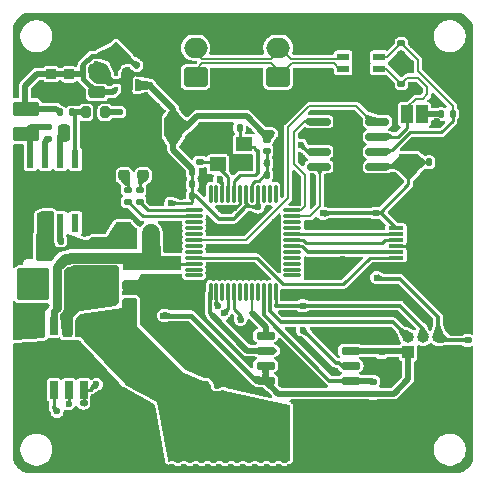
<source format=gbr>
%TF.GenerationSoftware,KiCad,Pcbnew,8.0.4*%
%TF.CreationDate,2024-12-15T23:05:05+02:00*%
%TF.ProjectId,Little Boy - External,4c697474-6c65-4204-926f-79202d204578,rev?*%
%TF.SameCoordinates,Original*%
%TF.FileFunction,Copper,L1,Top*%
%TF.FilePolarity,Positive*%
%FSLAX46Y46*%
G04 Gerber Fmt 4.6, Leading zero omitted, Abs format (unit mm)*
G04 Created by KiCad (PCBNEW 8.0.4) date 2024-12-15 23:05:05*
%MOMM*%
%LPD*%
G01*
G04 APERTURE LIST*
G04 Aperture macros list*
%AMRoundRect*
0 Rectangle with rounded corners*
0 $1 Rounding radius*
0 $2 $3 $4 $5 $6 $7 $8 $9 X,Y pos of 4 corners*
0 Add a 4 corners polygon primitive as box body*
4,1,4,$2,$3,$4,$5,$6,$7,$8,$9,$2,$3,0*
0 Add four circle primitives for the rounded corners*
1,1,$1+$1,$2,$3*
1,1,$1+$1,$4,$5*
1,1,$1+$1,$6,$7*
1,1,$1+$1,$8,$9*
0 Add four rect primitives between the rounded corners*
20,1,$1+$1,$2,$3,$4,$5,0*
20,1,$1+$1,$4,$5,$6,$7,0*
20,1,$1+$1,$6,$7,$8,$9,0*
20,1,$1+$1,$8,$9,$2,$3,0*%
%AMRotRect*
0 Rectangle, with rotation*
0 The origin of the aperture is its center*
0 $1 length*
0 $2 width*
0 $3 Rotation angle, in degrees counterclockwise*
0 Add horizontal line*
21,1,$1,$2,0,0,$3*%
G04 Aperture macros list end*
%TA.AperFunction,SMDPad,CuDef*%
%ADD10R,0.600000X1.550000*%
%TD*%
%TA.AperFunction,ComponentPad*%
%ADD11C,0.600000*%
%TD*%
%TA.AperFunction,SMDPad,CuDef*%
%ADD12R,4.900000X2.950000*%
%TD*%
%TA.AperFunction,SMDPad,CuDef*%
%ADD13RoundRect,0.250000X0.850000X-0.375000X0.850000X0.375000X-0.850000X0.375000X-0.850000X-0.375000X0*%
%TD*%
%TA.AperFunction,SMDPad,CuDef*%
%ADD14RoundRect,0.135000X0.135000X0.185000X-0.135000X0.185000X-0.135000X-0.185000X0.135000X-0.185000X0*%
%TD*%
%TA.AperFunction,SMDPad,CuDef*%
%ADD15RoundRect,0.140000X-0.140000X-0.170000X0.140000X-0.170000X0.140000X0.170000X-0.140000X0.170000X0*%
%TD*%
%TA.AperFunction,SMDPad,CuDef*%
%ADD16RoundRect,0.218750X-0.256250X0.218750X-0.256250X-0.218750X0.256250X-0.218750X0.256250X0.218750X0*%
%TD*%
%TA.AperFunction,ComponentPad*%
%ADD17RoundRect,0.250000X-1.125000X-1.125000X1.125000X-1.125000X1.125000X1.125000X-1.125000X1.125000X0*%
%TD*%
%TA.AperFunction,SMDPad,CuDef*%
%ADD18RoundRect,0.135000X0.185000X-0.135000X0.185000X0.135000X-0.185000X0.135000X-0.185000X-0.135000X0*%
%TD*%
%TA.AperFunction,SMDPad,CuDef*%
%ADD19RoundRect,0.140000X0.140000X0.170000X-0.140000X0.170000X-0.140000X-0.170000X0.140000X-0.170000X0*%
%TD*%
%TA.AperFunction,SMDPad,CuDef*%
%ADD20RoundRect,0.150000X0.650000X0.150000X-0.650000X0.150000X-0.650000X-0.150000X0.650000X-0.150000X0*%
%TD*%
%TA.AperFunction,SMDPad,CuDef*%
%ADD21R,1.500000X1.500000*%
%TD*%
%TA.AperFunction,SMDPad,CuDef*%
%ADD22RoundRect,0.250000X0.475000X-0.250000X0.475000X0.250000X-0.475000X0.250000X-0.475000X-0.250000X0*%
%TD*%
%TA.AperFunction,SMDPad,CuDef*%
%ADD23R,1.400000X1.200000*%
%TD*%
%TA.AperFunction,SMDPad,CuDef*%
%ADD24RoundRect,0.135000X-0.135000X-0.185000X0.135000X-0.185000X0.135000X0.185000X-0.135000X0.185000X0*%
%TD*%
%TA.AperFunction,SMDPad,CuDef*%
%ADD25RoundRect,0.250000X0.250000X0.475000X-0.250000X0.475000X-0.250000X-0.475000X0.250000X-0.475000X0*%
%TD*%
%TA.AperFunction,SMDPad,CuDef*%
%ADD26RoundRect,0.140000X-0.170000X0.140000X-0.170000X-0.140000X0.170000X-0.140000X0.170000X0.140000X0*%
%TD*%
%TA.AperFunction,ComponentPad*%
%ADD27RotRect,1.600000X1.600000X30.000000*%
%TD*%
%TA.AperFunction,ComponentPad*%
%ADD28C,1.600000*%
%TD*%
%TA.AperFunction,SMDPad,CuDef*%
%ADD29RoundRect,0.225000X-0.250000X0.225000X-0.250000X-0.225000X0.250000X-0.225000X0.250000X0.225000X0*%
%TD*%
%TA.AperFunction,SMDPad,CuDef*%
%ADD30RoundRect,0.093750X0.093750X0.106250X-0.093750X0.106250X-0.093750X-0.106250X0.093750X-0.106250X0*%
%TD*%
%TA.AperFunction,HeatsinkPad*%
%ADD31C,0.500000*%
%TD*%
%TA.AperFunction,HeatsinkPad*%
%ADD32R,1.000000X1.600000*%
%TD*%
%TA.AperFunction,ComponentPad*%
%ADD33R,3.000000X3.000000*%
%TD*%
%TA.AperFunction,ComponentPad*%
%ADD34C,3.000000*%
%TD*%
%TA.AperFunction,SMDPad,CuDef*%
%ADD35RoundRect,0.150000X-0.825000X-0.150000X0.825000X-0.150000X0.825000X0.150000X-0.825000X0.150000X0*%
%TD*%
%TA.AperFunction,SMDPad,CuDef*%
%ADD36R,0.650000X1.525000*%
%TD*%
%TA.AperFunction,SMDPad,CuDef*%
%ADD37R,3.400000X2.710000*%
%TD*%
%TA.AperFunction,SMDPad,CuDef*%
%ADD38RotRect,1.500000X1.500000X315.000000*%
%TD*%
%TA.AperFunction,SMDPad,CuDef*%
%ADD39RoundRect,0.140000X0.170000X-0.140000X0.170000X0.140000X-0.170000X0.140000X-0.170000X-0.140000X0*%
%TD*%
%TA.AperFunction,ComponentPad*%
%ADD40R,1.000000X1.000000*%
%TD*%
%TA.AperFunction,ComponentPad*%
%ADD41O,1.000000X1.000000*%
%TD*%
%TA.AperFunction,ComponentPad*%
%ADD42RoundRect,0.250000X0.750000X-0.600000X0.750000X0.600000X-0.750000X0.600000X-0.750000X-0.600000X0*%
%TD*%
%TA.AperFunction,ComponentPad*%
%ADD43O,2.000000X1.700000*%
%TD*%
%TA.AperFunction,SMDPad,CuDef*%
%ADD44R,5.000000X1.300000*%
%TD*%
%TA.AperFunction,SMDPad,CuDef*%
%ADD45R,1.000000X1.500000*%
%TD*%
%TA.AperFunction,SMDPad,CuDef*%
%ADD46RoundRect,0.147500X-0.172500X0.147500X-0.172500X-0.147500X0.172500X-0.147500X0.172500X0.147500X0*%
%TD*%
%TA.AperFunction,SMDPad,CuDef*%
%ADD47R,1.300000X0.300000*%
%TD*%
%TA.AperFunction,SMDPad,CuDef*%
%ADD48R,2.200000X1.800000*%
%TD*%
%TA.AperFunction,SMDPad,CuDef*%
%ADD49RoundRect,0.075000X-0.075000X0.662500X-0.075000X-0.662500X0.075000X-0.662500X0.075000X0.662500X0*%
%TD*%
%TA.AperFunction,SMDPad,CuDef*%
%ADD50RoundRect,0.075000X-0.662500X0.075000X-0.662500X-0.075000X0.662500X-0.075000X0.662500X0.075000X0*%
%TD*%
%TA.AperFunction,SMDPad,CuDef*%
%ADD51RoundRect,0.250000X-0.250000X-0.475000X0.250000X-0.475000X0.250000X0.475000X-0.250000X0.475000X0*%
%TD*%
%TA.AperFunction,SMDPad,CuDef*%
%ADD52RoundRect,0.200000X0.200000X0.275000X-0.200000X0.275000X-0.200000X-0.275000X0.200000X-0.275000X0*%
%TD*%
%TA.AperFunction,SMDPad,CuDef*%
%ADD53R,1.050000X0.600000*%
%TD*%
%TA.AperFunction,ViaPad*%
%ADD54C,0.600000*%
%TD*%
%TA.AperFunction,Conductor*%
%ADD55C,0.254000*%
%TD*%
%TA.AperFunction,Conductor*%
%ADD56C,0.300000*%
%TD*%
%TA.AperFunction,Conductor*%
%ADD57C,0.508000*%
%TD*%
%TA.AperFunction,Conductor*%
%ADD58C,0.400000*%
%TD*%
%TA.AperFunction,Conductor*%
%ADD59C,0.200000*%
%TD*%
%TA.AperFunction,Conductor*%
%ADD60C,0.500000*%
%TD*%
%TA.AperFunction,Conductor*%
%ADD61C,0.350000*%
%TD*%
%TA.AperFunction,Conductor*%
%ADD62C,0.900000*%
%TD*%
%TA.AperFunction,Conductor*%
%ADD63C,0.750000*%
%TD*%
%TA.AperFunction,Conductor*%
%ADD64C,0.600000*%
%TD*%
%TA.AperFunction,Conductor*%
%ADD65C,1.500000*%
%TD*%
%TA.AperFunction,Conductor*%
%ADD66C,0.250000*%
%TD*%
G04 APERTURE END LIST*
D10*
%TO.P,U2,1,GND*%
%TO.N,GND*%
X124994999Y-61300001D03*
%TO.P,U2,2,VIN*%
%TO.N,+12V*%
X126265000Y-61300000D03*
%TO.P,U2,3,EN*%
%TO.N,Net-(U2-EN)*%
X127535000Y-61300000D03*
%TO.P,U2,4,PG*%
%TO.N,unconnected-(U2-PG-Pad4)*%
X128805000Y-61299999D03*
%TO.P,U2,5,FB*%
%TO.N,Net-(U2-FB)*%
X128805001Y-55899999D03*
%TO.P,U2,6,VCC*%
%TO.N,Net-(U2-VCC)*%
X127535000Y-55900000D03*
%TO.P,U2,7,BOOT*%
%TO.N,Net-(U2-BOOT)*%
X126265000Y-55900000D03*
%TO.P,U2,8,SW*%
%TO.N,Net-(U2-SW)*%
X124995000Y-55900001D03*
D11*
%TO.P,U2,9,GND*%
%TO.N,GND*%
X128850001Y-59250001D03*
X126250000Y-59250000D03*
X127550000Y-59250000D03*
X124949998Y-59249999D03*
D12*
X126900000Y-58600000D03*
D11*
X128850002Y-57950001D03*
X126250000Y-57950000D03*
X127550000Y-57950000D03*
X124949999Y-57949999D03*
%TD*%
D13*
%TO.P,L2,1,1*%
%TO.N,Net-(U2-SW)*%
X124624999Y-53775000D03*
%TO.P,L2,2,2*%
%TO.N,+5V*%
X124625001Y-51625000D03*
%TD*%
D14*
%TO.P,R5,1*%
%TO.N,Net-(U2-FB)*%
X128510001Y-51950000D03*
%TO.P,R5,2*%
%TO.N,+5V*%
X127490001Y-51949998D03*
%TD*%
D15*
%TO.P,C2,1*%
%TO.N,+3.3VA*%
X145000000Y-56250000D03*
%TO.P,C2,2*%
%TO.N,GND*%
X145960000Y-56250000D03*
%TD*%
D16*
%TO.P,D1,1*%
%TO.N,GND*%
X134549999Y-55712498D03*
%TO.P,D1,2*%
%TO.N,Net-(D1-Pad2)*%
X134550001Y-57287502D03*
%TD*%
D17*
%TO.P,J11,1,Pin_1*%
%TO.N,Net-(J11-Pin_1)*%
X129500000Y-66500000D03*
%TD*%
D18*
%TO.P,R7,1*%
%TO.N,GND*%
X132499999Y-52950000D03*
%TO.P,R7,2*%
%TO.N,Net-(R6-Pad1)*%
X132500001Y-51930000D03*
%TD*%
D19*
%TO.P,C6,1*%
%TO.N,+3V3*%
X138709999Y-58029998D03*
%TO.P,C6,2*%
%TO.N,GND*%
X137749999Y-58029998D03*
%TD*%
%TO.P,C13,1*%
%TO.N,GND*%
X140819411Y-75000000D03*
%TO.P,C13,2*%
%TO.N,+12V*%
X139859411Y-75000000D03*
%TD*%
D20*
%TO.P,U6,1,~{CS}*%
%TO.N,FLASH_CS*%
X152099998Y-74655000D03*
%TO.P,U6,2,DO(IO1)*%
%TO.N,FLASH_MISO*%
X152100000Y-73385000D03*
%TO.P,U6,3,IO2*%
%TO.N,+3V3*%
X152100000Y-72115000D03*
%TO.P,U6,4,GND*%
%TO.N,GND*%
X152100001Y-70845001D03*
%TO.P,U6,5,DI(IO0)*%
%TO.N,FLASH_MOSI*%
X144900002Y-70845000D03*
%TO.P,U6,6,CLK*%
%TO.N,FLASH_CLK*%
X144900000Y-72115000D03*
%TO.P,U6,7,IO3*%
%TO.N,+3V3*%
X144900000Y-73385000D03*
%TO.P,U6,8,VCC*%
X144899999Y-74654999D03*
%TD*%
D21*
%TO.P,J1,1,Pin_1*%
%TO.N,+3V3*%
X137100000Y-53200000D03*
%TD*%
D22*
%TO.P,C21,1*%
%TO.N,+5V*%
X130637497Y-50259178D03*
%TO.P,C21,2*%
%TO.N,GND*%
X130637497Y-48359178D03*
%TD*%
D23*
%TO.P,Y1,1,1*%
%TO.N,Net-(U1-PF1)*%
X140900000Y-56350000D03*
%TO.P,Y1,2,2*%
%TO.N,GND*%
X143100001Y-56349999D03*
%TO.P,Y1,3,3*%
%TO.N,Net-(U1-PF0)*%
X143100000Y-54650000D03*
%TO.P,Y1,4,4*%
%TO.N,GND*%
X140899999Y-54650001D03*
%TD*%
D24*
%TO.P,R12,1*%
%TO.N,Net-(U2-EN)*%
X127590000Y-62850000D03*
%TO.P,R12,2*%
%TO.N,+12V*%
X128610000Y-62850000D03*
%TD*%
D25*
%TO.P,C15,1*%
%TO.N,+12V*%
X126200000Y-63449999D03*
%TO.P,C15,2*%
%TO.N,GND*%
X124300000Y-63449999D03*
%TD*%
D26*
%TO.P,C25,1*%
%TO.N,+3V3*%
X154750000Y-72270000D03*
%TO.P,C25,2*%
%TO.N,GND*%
X154750000Y-73230000D03*
%TD*%
D27*
%TO.P,C8,1*%
%TO.N,+12V*%
X134468912Y-72749999D03*
D28*
%TO.P,C8,2*%
%TO.N,GND*%
X137500000Y-71000000D03*
%TD*%
D19*
%TO.P,C7,1*%
%TO.N,+3V3*%
X138709997Y-57029997D03*
%TO.P,C7,2*%
%TO.N,GND*%
X137749997Y-57029997D03*
%TD*%
D21*
%TO.P,J2,1,Pin_1*%
%TO.N,+3V3*%
X157000447Y-56207499D03*
%TD*%
D29*
%TO.P,C20,1*%
%TO.N,+5V*%
X126749999Y-48699998D03*
%TO.P,C20,2*%
%TO.N,GND*%
X126749999Y-50250000D03*
%TD*%
D30*
%TO.P,U4,1,OUT*%
%TO.N,+3V3*%
X134025001Y-49959177D03*
%TO.P,U4,2,SNS*%
X134025001Y-49309177D03*
%TO.P,U4,3,GND*%
%TO.N,GND*%
X134025001Y-48659177D03*
%TO.P,U4,4,EN*%
%TO.N,+5V*%
X132250001Y-48659177D03*
%TO.P,U4,5,GND*%
%TO.N,GND*%
X132250001Y-49309177D03*
%TO.P,U4,6,IN*%
%TO.N,+5V*%
X132250001Y-49959177D03*
D31*
%TO.P,U4,7,PAD*%
%TO.N,GND*%
X133137501Y-49859176D03*
D32*
X133137501Y-49309177D03*
D31*
X133137501Y-48759178D03*
%TD*%
D33*
%TO.P,J9,1,Pin_1*%
%TO.N,GND*%
X150249999Y-79250002D03*
D34*
%TO.P,J9,2,Pin_2*%
%TO.N,+12V*%
X145249999Y-79250002D03*
%TD*%
D35*
%TO.P,U3,1,TXD*%
%TO.N,RP_TX*%
X149425001Y-52744999D03*
%TO.P,U3,2,GND*%
%TO.N,GND*%
X149425000Y-54015000D03*
%TO.P,U3,3,VCC*%
%TO.N,+5V*%
X149425000Y-55285000D03*
%TO.P,U3,4,RXD*%
%TO.N,RP_RX*%
X149425002Y-56555002D03*
%TO.P,U3,5,VIO*%
%TO.N,+3V3*%
X154374999Y-56555001D03*
%TO.P,U3,6,CANL*%
%TO.N,CAN_L*%
X154375000Y-55285000D03*
%TO.P,U3,7,CANH*%
%TO.N,CAN_H*%
X154375000Y-54015000D03*
%TO.P,U3,8,S*%
%TO.N,CAN_SILENT*%
X154374998Y-52744998D03*
%TD*%
D29*
%TO.P,C19,1*%
%TO.N,+5V*%
X128250000Y-48724999D03*
%TO.P,C19,2*%
%TO.N,GND*%
X128250000Y-50275001D03*
%TD*%
D36*
%TO.P,U7,1,GND*%
%TO.N,GND*%
X125690002Y-75424002D03*
%TO.P,U7,2,IN2*%
%TO.N,DRV_IN2*%
X126960001Y-75424001D03*
%TO.P,U7,3,IN1*%
%TO.N,DRV_IN1*%
X128230001Y-75424001D03*
%TO.P,U7,4,VREF*%
%TO.N,+3V3*%
X129500003Y-75424002D03*
%TO.P,U7,5,VM*%
%TO.N,+12V*%
X129500000Y-70000000D03*
%TO.P,U7,6,OUT1*%
%TO.N,Net-(J11-Pin_1)*%
X128230001Y-70000001D03*
%TO.P,U7,7,ISEN*%
%TO.N,ISEN*%
X126960001Y-70000001D03*
%TO.P,U7,8,OUT2*%
%TO.N,Net-(J10-Pin_1)*%
X125689999Y-70000000D03*
D37*
%TO.P,U7,9,THERMAL_PAD*%
%TO.N,GND*%
X127595001Y-72712001D03*
%TD*%
D18*
%TO.P,R11,1*%
%TO.N,+3V3*%
X153999999Y-75760000D03*
%TO.P,R11,2*%
%TO.N,FLASH_CS*%
X154000001Y-74740000D03*
%TD*%
D38*
%TO.P,J12,1,Pin_1*%
%TO.N,+5V*%
X132250000Y-47000000D03*
%TD*%
D16*
%TO.P,D2,1*%
%TO.N,GND*%
X132949999Y-55712495D03*
%TO.P,D2,2*%
%TO.N,Net-(D2-Pad2)*%
X132950001Y-57287499D03*
%TD*%
D39*
%TO.P,C27,1*%
%TO.N,CAN_H*%
X156400000Y-49508237D03*
%TO.P,C27,2*%
%TO.N,GND*%
X156400000Y-48548237D03*
%TD*%
D40*
%TO.P,SWD,1,Pin_1*%
%TO.N,+3V3*%
X156979999Y-72250000D03*
D41*
%TO.P,SWD,2,Pin_2*%
%TO.N,SWDIO*%
X156979999Y-70979999D03*
%TO.P,SWD,3,Pin_3*%
%TO.N,GND*%
X158250000Y-72250000D03*
%TO.P,SWD,4,Pin_4*%
%TO.N,SWCLK*%
X158249999Y-70980002D03*
%TO.P,SWD,5,Pin_5*%
%TO.N,GND*%
X159520000Y-72250001D03*
%TO.P,SWD,6,Pin_6*%
%TO.N,NRST*%
X159519998Y-70980000D03*
%TD*%
D33*
%TO.P,J8,1,Pin_1*%
%TO.N,GND*%
X133250000Y-79250000D03*
D34*
%TO.P,J8,2,Pin_2*%
%TO.N,+12V*%
X138250000Y-79250000D03*
%TD*%
D42*
%TO.P,J13,1,Pin_1*%
%TO.N,Net-(J13-Pin_1)*%
X138972499Y-48955001D03*
D43*
%TO.P,J13,2,Pin_2*%
%TO.N,Net-(J13-Pin_2)*%
X138972500Y-46455001D03*
%TD*%
D19*
%TO.P,C5,1*%
%TO.N,+3V3*%
X138710000Y-59000000D03*
%TO.P,C5,2*%
%TO.N,GND*%
X137750000Y-59000000D03*
%TD*%
D17*
%TO.P,J10,2*%
%TO.N,N/C*%
X125250000Y-66500000D03*
%TD*%
D42*
%TO.P,J14,1,Pin_1*%
%TO.N,Net-(J13-Pin_1)*%
X145972498Y-48955001D03*
D43*
%TO.P,J14,2,Pin_2*%
%TO.N,Net-(J13-Pin_2)*%
X145972497Y-46455001D03*
%TD*%
D39*
%TO.P,C9,1*%
%TO.N,+3V3*%
X154250000Y-60480000D03*
%TO.P,C9,2*%
%TO.N,GND*%
X154250000Y-59520000D03*
%TD*%
D21*
%TO.P,J17,1,Pin_1*%
%TO.N,ISEN*%
X135250000Y-64000000D03*
%TD*%
D44*
%TO.P,R4,1,1*%
%TO.N,ISEN*%
X135250000Y-64725001D03*
%TO.P,R4,2,2*%
%TO.N,GND*%
X135250002Y-66774999D03*
%TD*%
D18*
%TO.P,R2,1*%
%TO.N,Net-(U1-PA2)*%
X134249999Y-59509998D03*
%TO.P,R2,2*%
%TO.N,Net-(D1-Pad2)*%
X134250001Y-58489998D03*
%TD*%
D39*
%TO.P,C22,1*%
%TO.N,+3V3*%
X134999997Y-49659179D03*
%TO.P,C22,2*%
%TO.N,GND*%
X134999997Y-48699179D03*
%TD*%
D15*
%TO.P,C4,1*%
%TO.N,+3.3VA*%
X145020000Y-57250000D03*
%TO.P,C4,2*%
%TO.N,GND*%
X145980000Y-57250000D03*
%TD*%
D45*
%TO.P,JP1,1,A*%
%TO.N,Net-(JP1-A)*%
X158170448Y-52080002D03*
%TO.P,JP1,2,B*%
%TO.N,CAN_H*%
X156870448Y-52080002D03*
%TD*%
D39*
%TO.P,C26,1*%
%TO.N,GND*%
X156400003Y-47028237D03*
%TO.P,C26,2*%
%TO.N,CAN_L*%
X156400003Y-46068237D03*
%TD*%
%TO.P,C12,1*%
%TO.N,GND*%
X129500000Y-77500000D03*
%TO.P,C12,2*%
%TO.N,+3V3*%
X129500000Y-76540000D03*
%TD*%
D15*
%TO.P,C17,1*%
%TO.N,+3V3*%
X158720448Y-56157502D03*
%TO.P,C17,2*%
%TO.N,GND*%
X159680448Y-56157502D03*
%TD*%
D46*
%TO.P,L1,1,1*%
%TO.N,+3V3*%
X145000000Y-54250000D03*
%TO.P,L1,2,2*%
%TO.N,+3.3VA*%
X145000000Y-55219996D03*
%TD*%
D15*
%TO.P,R8,1*%
%TO.N,Net-(JP1-A)*%
X159790449Y-52080002D03*
%TO.P,R8,2*%
%TO.N,CAN_L*%
X160750449Y-52080002D03*
%TD*%
D39*
%TO.P,C10,1*%
%TO.N,GND*%
X162004999Y-72210000D03*
%TO.P,C10,2*%
%TO.N,NRST*%
X162004999Y-71250000D03*
%TD*%
D47*
%TO.P,J5,1,Pin_1*%
%TO.N,MAG_CS*%
X155950000Y-64250000D03*
%TO.P,J5,2,Pin_2*%
%TO.N,SCK*%
X155950001Y-63750000D03*
%TO.P,J5,3,Pin_3*%
%TO.N,GND*%
X155949998Y-63249999D03*
%TO.P,J5,4,Pin_4*%
%TO.N,MISO*%
X155950000Y-62750001D03*
%TO.P,J5,5,Pin_5*%
%TO.N,MOSI*%
X155949999Y-62249999D03*
%TO.P,J5,6,Pin_6*%
%TO.N,+3V3*%
X155950000Y-61750000D03*
D48*
%TO.P,J5,MP,MountPin*%
%TO.N,GND*%
X159200000Y-66150000D03*
X159200002Y-59849999D03*
%TD*%
D39*
%TO.P,C18,1*%
%TO.N,Net-(U2-BOOT)*%
X126500000Y-54180001D03*
%TO.P,C18,2*%
%TO.N,Net-(U2-SW)*%
X126500000Y-53220001D03*
%TD*%
D18*
%TO.P,R1,1*%
%TO.N,SWCLK*%
X148049999Y-68310000D03*
%TO.P,R1,2*%
%TO.N,GND*%
X148050001Y-67290000D03*
%TD*%
D49*
%TO.P,U1,1,PC13*%
%TO.N,unconnected-(U1-PC13-Pad1)*%
X145749999Y-58837499D03*
%TO.P,U1,2,PC14*%
%TO.N,unconnected-(U1-PC14-Pad2)*%
X145249999Y-58837500D03*
%TO.P,U1,3,PC15*%
%TO.N,unconnected-(U1-PC15-Pad3)*%
X144749997Y-58837498D03*
%TO.P,U1,4,VBAT*%
%TO.N,+3V3*%
X144250002Y-58837501D03*
%TO.P,U1,5,VREF+*%
%TO.N,+3.3VA*%
X143750000Y-58837500D03*
%TO.P,U1,6,VDD*%
%TO.N,+3V3*%
X143249999Y-58837498D03*
%TO.P,U1,7,VSS*%
%TO.N,GND*%
X142750000Y-58837500D03*
%TO.P,U1,8,PF0*%
%TO.N,Net-(U1-PF0)*%
X142250000Y-58837500D03*
%TO.P,U1,9,PF1*%
%TO.N,Net-(U1-PF1)*%
X141750000Y-58837502D03*
%TO.P,U1,10,PF2*%
%TO.N,NRST*%
X141250000Y-58837501D03*
%TO.P,U1,11,PA0*%
%TO.N,unconnected-(U1-PA0-Pad11)*%
X140750000Y-58837502D03*
%TO.P,U1,12,PA1*%
%TO.N,unconnected-(U1-PA1-Pad12)*%
X140250001Y-58837499D03*
D50*
%TO.P,U1,13,PA2*%
%TO.N,Net-(U1-PA2)*%
X138837499Y-60250001D03*
%TO.P,U1,14,PA3*%
%TO.N,Net-(U1-PA3)*%
X138837500Y-60750001D03*
%TO.P,U1,15,PA4*%
%TO.N,unconnected-(U1-PA4-Pad15)*%
X138837498Y-61250003D03*
%TO.P,U1,16,PA5*%
%TO.N,unconnected-(U1-PA5-Pad16)*%
X138837501Y-61749998D03*
%TO.P,U1,17,PA6*%
%TO.N,unconnected-(U1-PA6-Pad17)*%
X138837500Y-62250000D03*
%TO.P,U1,18,PA7*%
%TO.N,CAN_SILENT*%
X138837498Y-62750001D03*
%TO.P,U1,19,PB0*%
%TO.N,unconnected-(U1-PB0-Pad19)*%
X138837500Y-63250000D03*
%TO.P,U1,20,PB1*%
%TO.N,unconnected-(U1-PB1-Pad20)*%
X138837500Y-63750000D03*
%TO.P,U1,21,PB2*%
%TO.N,MAG_CS*%
X138837502Y-64250000D03*
%TO.P,U1,22,PB10*%
%TO.N,ISEN*%
X138837501Y-64750000D03*
%TO.P,U1,23,PB11*%
%TO.N,unconnected-(U1-PB11-Pad23)*%
X138837502Y-65250000D03*
%TO.P,U1,24,PB12*%
%TO.N,unconnected-(U1-PB12-Pad24)*%
X138837499Y-65749999D03*
D49*
%TO.P,U1,25,PB13*%
%TO.N,FLASH_CLK*%
X140250001Y-67162501D03*
%TO.P,U1,26,PB14*%
%TO.N,FLASH_MISO*%
X140750001Y-67162500D03*
%TO.P,U1,27,PB15*%
%TO.N,unconnected-(U1-PB15-Pad27)*%
X141250003Y-67162502D03*
%TO.P,U1,28,PA8*%
%TO.N,DRV_IN1*%
X141749998Y-67162499D03*
%TO.P,U1,29,PA9/UCPD1_DBCC1*%
%TO.N,DRV_IN2*%
X142250000Y-67162500D03*
%TO.P,U1,30,PC6*%
%TO.N,unconnected-(U1-PC6-Pad30)*%
X142750001Y-67162502D03*
%TO.P,U1,31,PC7*%
%TO.N,unconnected-(U1-PC7-Pad31)*%
X143250000Y-67162500D03*
%TO.P,U1,32,PA10/UCPD1_DBCC2*%
%TO.N,FLASH_MOSI*%
X143750000Y-67162500D03*
%TO.P,U1,33,PA11/PA9*%
%TO.N,unconnected-(U1-PA11{slash}PA9-Pad33)*%
X144250000Y-67162498D03*
%TO.P,U1,34,PA12/PA10*%
%TO.N,FLASH_CS*%
X144750000Y-67162499D03*
%TO.P,U1,35,PA13*%
%TO.N,SWDIO*%
X145250000Y-67162498D03*
%TO.P,U1,36,PA14*%
%TO.N,SWCLK*%
X145749999Y-67162501D03*
D50*
%TO.P,U1,37,PA15*%
%TO.N,unconnected-(U1-PA15-Pad37)*%
X147162501Y-65749999D03*
%TO.P,U1,38,PD0*%
%TO.N,unconnected-(U1-PD0-Pad38)*%
X147162500Y-65249999D03*
%TO.P,U1,39,PD1*%
%TO.N,unconnected-(U1-PD1-Pad39)*%
X147162502Y-64749997D03*
%TO.P,U1,40,PD2*%
%TO.N,unconnected-(U1-PD2-Pad40)*%
X147162499Y-64250002D03*
%TO.P,U1,41,PD3*%
%TO.N,unconnected-(U1-PD3-Pad41)*%
X147162500Y-63750000D03*
%TO.P,U1,42,PB3*%
%TO.N,SCK*%
X147162502Y-63249999D03*
%TO.P,U1,43,PB4*%
%TO.N,MISO*%
X147162500Y-62750000D03*
%TO.P,U1,44,PB5*%
%TO.N,MOSI*%
X147162500Y-62250000D03*
%TO.P,U1,45,PB6*%
%TO.N,unconnected-(U1-PB6-Pad45)*%
X147162498Y-61750000D03*
%TO.P,U1,46,PB7*%
%TO.N,unconnected-(U1-PB7-Pad46)*%
X147162499Y-61250000D03*
%TO.P,U1,47,PB8*%
%TO.N,RP_RX*%
X147162498Y-60750000D03*
%TO.P,U1,48,PB9*%
%TO.N,RP_TX*%
X147162501Y-60250001D03*
%TD*%
D18*
%TO.P,R3,1*%
%TO.N,Net-(U1-PA3)*%
X133249999Y-59509998D03*
%TO.P,R3,2*%
%TO.N,Net-(D2-Pad2)*%
X133250001Y-58489998D03*
%TD*%
D22*
%TO.P,C14,1*%
%TO.N,+12V*%
X130750000Y-63000000D03*
%TO.P,C14,2*%
%TO.N,GND*%
X130750000Y-61100000D03*
%TD*%
D51*
%TO.P,C16,1*%
%TO.N,Net-(U2-VCC)*%
X127800000Y-53700000D03*
%TO.P,C16,2*%
%TO.N,GND*%
X129700000Y-53700000D03*
%TD*%
D19*
%TO.P,C1,1*%
%TO.N,Net-(U1-PF0)*%
X142710000Y-53250000D03*
%TO.P,C1,2*%
%TO.N,GND*%
X141750000Y-53250000D03*
%TD*%
D52*
%TO.P,R6,1*%
%TO.N,Net-(R6-Pad1)*%
X131325000Y-51950000D03*
%TO.P,R6,2*%
%TO.N,Net-(U2-FB)*%
X129675000Y-51950000D03*
%TD*%
D53*
%TO.P,FL1,1,1*%
%TO.N,Net-(J13-Pin_2)*%
X151475000Y-47250000D03*
%TO.P,FL1,2,2*%
%TO.N,Net-(J13-Pin_1)*%
X151475000Y-48250000D03*
%TO.P,FL1,3,3*%
%TO.N,CAN_H*%
X154525000Y-48250000D03*
%TO.P,FL1,4,4*%
%TO.N,CAN_L*%
X154525000Y-47250000D03*
%TD*%
D39*
%TO.P,C3,1*%
%TO.N,Net-(U1-PF1)*%
X139350000Y-56130000D03*
%TO.P,C3,2*%
%TO.N,GND*%
X139350000Y-55170000D03*
%TD*%
D54*
%TO.N,GND*%
X151500000Y-64400000D03*
X139000000Y-44000000D03*
X156100000Y-73250000D03*
X129000000Y-82000000D03*
X146500000Y-50400000D03*
X162000000Y-52000000D03*
X143500000Y-71000000D03*
X140000000Y-82000000D03*
X162000000Y-48000000D03*
X124000000Y-47000000D03*
X136000000Y-44000000D03*
X125500000Y-50300000D03*
X142000000Y-44000000D03*
X131560000Y-75360000D03*
X124000000Y-76000000D03*
X161800000Y-44200000D03*
X141895683Y-55346796D03*
X132000000Y-44000000D03*
X129500000Y-73250000D03*
X141980921Y-69532367D03*
X152930000Y-53590000D03*
X128000000Y-51250000D03*
X153500000Y-70850000D03*
X162000000Y-64000000D03*
X147000000Y-44000000D03*
X152750000Y-55050000D03*
X155000000Y-44000000D03*
X148500000Y-65750000D03*
X136000000Y-82000000D03*
X162004999Y-73000000D03*
X126250000Y-73750000D03*
X133060000Y-53470000D03*
X155200000Y-49200000D03*
X162000000Y-74000000D03*
X157400000Y-46200000D03*
X149000000Y-44000000D03*
X145000000Y-44000000D03*
X127000000Y-82000000D03*
X124000000Y-56000000D03*
X139500000Y-57500000D03*
X159000000Y-82000000D03*
X155400000Y-50800000D03*
X160450000Y-70200000D03*
X143550000Y-69900000D03*
X148500000Y-61400000D03*
X130250000Y-74250000D03*
X141000000Y-44000000D03*
X154950000Y-74900000D03*
X154000000Y-82000000D03*
X144000000Y-82000000D03*
X149800000Y-61450000D03*
X138200000Y-67400000D03*
X146750000Y-69000000D03*
X162000000Y-76000000D03*
X145100000Y-52250000D03*
X152800000Y-56350000D03*
X154000000Y-44000000D03*
X162000000Y-67000000D03*
X151000000Y-82000000D03*
X153607712Y-66333822D03*
X135741841Y-51408159D03*
X152000000Y-44000000D03*
X134887498Y-47909178D03*
X157200000Y-47800000D03*
X144400000Y-49050000D03*
X129250000Y-50500000D03*
X128000000Y-82000000D03*
X130000000Y-82000000D03*
X138000000Y-44000000D03*
X129000000Y-44000000D03*
X137150000Y-49050000D03*
X124000000Y-58000000D03*
X134726644Y-76786644D03*
X158000000Y-44000000D03*
X124000000Y-49000000D03*
X150650000Y-73800000D03*
X162000000Y-56000000D03*
X132000000Y-82000000D03*
X159400000Y-52700000D03*
X130340000Y-76796000D03*
X159000000Y-79000000D03*
X147000000Y-82000000D03*
X132600000Y-50950000D03*
X136250000Y-54850000D03*
X149500000Y-70650000D03*
X154450000Y-61500000D03*
X155600000Y-70600000D03*
X128250000Y-73750000D03*
X148925449Y-59520000D03*
X144750000Y-65850000D03*
X140200000Y-64950000D03*
X146000000Y-44000000D03*
X139250000Y-54250000D03*
X130850000Y-53000000D03*
X130100000Y-60050000D03*
X162000000Y-61000000D03*
X147910000Y-55770000D03*
X127250000Y-72750000D03*
X159000000Y-47000000D03*
X162000000Y-51000000D03*
X159250000Y-66000000D03*
X156000000Y-44000000D03*
X135000000Y-82000000D03*
X162000000Y-78000000D03*
X162000000Y-62000000D03*
X156850000Y-69850000D03*
X162000000Y-55000000D03*
X126750000Y-73250000D03*
X127250000Y-73750000D03*
X143550000Y-72950000D03*
X140000000Y-44000000D03*
X132050000Y-58550000D03*
X147430000Y-59370000D03*
X155399999Y-45980001D03*
X148000000Y-44000000D03*
X145800000Y-64750000D03*
X152800000Y-76650000D03*
X157000000Y-82000000D03*
X137250000Y-46400000D03*
X137100000Y-58700000D03*
X137350000Y-63400000D03*
X127750000Y-72250000D03*
X145960000Y-55040000D03*
X143000000Y-44000000D03*
X161800000Y-81800000D03*
X151000000Y-53640000D03*
X127000000Y-47000000D03*
X137000000Y-57050000D03*
X129500000Y-78250000D03*
X143500000Y-53500000D03*
X146900000Y-67450000D03*
X124000000Y-59000000D03*
X139550000Y-68250000D03*
X124000000Y-57000000D03*
X138000000Y-82000000D03*
X126250000Y-72750000D03*
X148000000Y-82000000D03*
X141000000Y-82000000D03*
X146000000Y-82000000D03*
X126750000Y-72250000D03*
X157050000Y-75800000D03*
X127000000Y-44000000D03*
X154000000Y-67650000D03*
X162000000Y-70000000D03*
X162000000Y-59000000D03*
X134000000Y-44000000D03*
X149000000Y-82000000D03*
X146250000Y-71550000D03*
X162000000Y-57000000D03*
X131000000Y-82000000D03*
X162000000Y-77000000D03*
X141100000Y-60100000D03*
X144000000Y-44000000D03*
X151800000Y-61200000D03*
X130550000Y-78050000D03*
X137000000Y-44000000D03*
X158700000Y-69550000D03*
X135000000Y-44000000D03*
X124000000Y-60000000D03*
X137000000Y-58050000D03*
X157600000Y-54600000D03*
X128250000Y-72750000D03*
X162000000Y-79000000D03*
X162000000Y-75000000D03*
X133000000Y-82000000D03*
X124000000Y-62250000D03*
X137400000Y-61500000D03*
X159250000Y-59750000D03*
X127250000Y-71750000D03*
X144350000Y-46300000D03*
X149550000Y-74950000D03*
X155750000Y-57250000D03*
X143750000Y-60850000D03*
X145000000Y-82000000D03*
X124200000Y-81800000D03*
X141790000Y-73400000D03*
X140300000Y-63500000D03*
X162000000Y-47000000D03*
X151750000Y-67250000D03*
X137450000Y-68100000D03*
X162000000Y-53000000D03*
X151000000Y-55000000D03*
X159500000Y-51100000D03*
X133000000Y-54650000D03*
X124000000Y-73000000D03*
X156400000Y-45200000D03*
X124000000Y-77000000D03*
X143000000Y-82000000D03*
X155000000Y-82000000D03*
X138000000Y-51400000D03*
X140800000Y-46300000D03*
X126994049Y-78981861D03*
X124000000Y-48000000D03*
X156000000Y-82000000D03*
X153600000Y-73000000D03*
X150410000Y-57350000D03*
X162000000Y-60000000D03*
X125500000Y-76750000D03*
X128000000Y-44000000D03*
X142000000Y-82000000D03*
X124000000Y-75000000D03*
X133949692Y-81989056D03*
X124000000Y-55000000D03*
X140150000Y-57550000D03*
X162000000Y-49000000D03*
X151000000Y-56250000D03*
X158000000Y-82000000D03*
X155950000Y-66800000D03*
X162000000Y-58000000D03*
X155850000Y-65050000D03*
X152000000Y-82000000D03*
X162000000Y-69000000D03*
X147440000Y-57350000D03*
X138200000Y-66550000D03*
X135050000Y-59050000D03*
X126250000Y-71750000D03*
X162000000Y-68000000D03*
X124000000Y-78000000D03*
X124000000Y-74000000D03*
X154250000Y-58700000D03*
X145700000Y-61250000D03*
X159000000Y-44000000D03*
X143100000Y-75000000D03*
X124000000Y-61000000D03*
X151000000Y-52250000D03*
X156400000Y-50400000D03*
X157250000Y-63250000D03*
X162000000Y-63000000D03*
X124200000Y-44200000D03*
X153000000Y-82000000D03*
X124000000Y-79000000D03*
X140650000Y-49050000D03*
X140250000Y-61600000D03*
X151000000Y-44000000D03*
X155800000Y-47800000D03*
X157000000Y-44000000D03*
X162000000Y-54000000D03*
X140800000Y-74250000D03*
X133000000Y-44000000D03*
X127750000Y-73250000D03*
X162000000Y-50000000D03*
X155490000Y-67620000D03*
X124000000Y-72000000D03*
X128250000Y-71750000D03*
X146400000Y-74850000D03*
X133300000Y-60600000D03*
X129700000Y-55000000D03*
X162000000Y-66000000D03*
X147800000Y-71150000D03*
X128750000Y-73250000D03*
X131500000Y-49250000D03*
X139000000Y-82000000D03*
X150000000Y-82000000D03*
X150600000Y-59700000D03*
X150000000Y-44000000D03*
X141000000Y-53750000D03*
X153600000Y-50600000D03*
X153000000Y-44000000D03*
X134550000Y-54650000D03*
X137000000Y-82000000D03*
X131000000Y-44000000D03*
X130000000Y-44000000D03*
X162000000Y-65000000D03*
X154283911Y-65127865D03*
%TO.N,+3V3*%
X149750000Y-60500000D03*
X136250000Y-69156714D03*
X136887000Y-59623001D03*
X130588081Y-74975056D03*
X144259953Y-59959952D03*
%TO.N,NRST*%
X141013288Y-57600000D03*
X154297000Y-65927761D03*
%TO.N,+12V*%
X132250000Y-70250000D03*
X133500000Y-63000000D03*
X132750000Y-62250000D03*
X133000000Y-70500000D03*
X132750000Y-63000000D03*
X133000000Y-71250000D03*
X131500000Y-69500000D03*
X130750000Y-70250000D03*
X132000000Y-62250000D03*
X131500000Y-70250000D03*
X132000000Y-63000000D03*
X133498327Y-62237619D03*
X132250000Y-69500000D03*
X132750000Y-61500000D03*
X133000000Y-69750000D03*
%TO.N,Net-(J10-Pin_1)*%
X124000000Y-69500000D03*
X124700000Y-69500000D03*
X125250000Y-68750000D03*
X126000000Y-68750000D03*
X124000000Y-68750000D03*
%TO.N,+5V*%
X134007034Y-47959178D03*
X147900000Y-54700000D03*
%TO.N,DRV_IN2*%
X127250000Y-77250000D03*
X142800000Y-69500000D03*
%TO.N,ISEN*%
X135200000Y-62150000D03*
%TO.N,DRV_IN1*%
X141406642Y-68956645D03*
X128250000Y-76623000D03*
%TO.N,Net-(J11-Pin_1)*%
X132250000Y-67750000D03*
X132250000Y-67000000D03*
X131500000Y-67000000D03*
X132250000Y-66250000D03*
X131500000Y-66250000D03*
X131500000Y-65500000D03*
X132250000Y-65500000D03*
X131500000Y-67750000D03*
%TO.N,FLASH_MISO*%
X148052983Y-70391051D03*
X140850001Y-68299388D03*
%TD*%
D55*
%TO.N,GND*%
X157000000Y-63249999D02*
X156999999Y-63249999D01*
D56*
X160020000Y-72250001D02*
X161714998Y-72250001D01*
D55*
X145730000Y-56270000D02*
X145710000Y-56250000D01*
X142750000Y-59645592D02*
X142750000Y-58837500D01*
X125690002Y-76559998D02*
X125500000Y-76750000D01*
X141198888Y-54650001D02*
X140899999Y-54650001D01*
X145980000Y-57250000D02*
X145980000Y-56270000D01*
X132250000Y-49309178D02*
X132587502Y-49309178D01*
X141895683Y-55346796D02*
X141198888Y-54650001D01*
X157250000Y-63250000D02*
X157000000Y-63249999D01*
D57*
X125050000Y-61355001D02*
X124994999Y-61300000D01*
D58*
X134025000Y-48659176D02*
X134959995Y-48659177D01*
D55*
X141895683Y-55346796D02*
X142898886Y-56349999D01*
X141500000Y-53250000D02*
X141000000Y-53750000D01*
X141100000Y-60100000D02*
X142295592Y-60100000D01*
X142295592Y-60100000D02*
X142750000Y-59645592D01*
X130750000Y-51250000D02*
X130913822Y-51086178D01*
X156999998Y-63249999D02*
X157250000Y-63250000D01*
X130913822Y-51086178D02*
X131500000Y-51086178D01*
X131663822Y-51086178D02*
X131750000Y-51000000D01*
X132587502Y-49309178D02*
X133137498Y-48759178D01*
D57*
X124995000Y-59295002D02*
X124949999Y-59250000D01*
X124994999Y-61300000D02*
X124995000Y-59295002D01*
D55*
X132587502Y-49309178D02*
X133137499Y-49859177D01*
X141750000Y-53250000D02*
X141500000Y-53250000D01*
X142898886Y-56349999D02*
X143100001Y-56349999D01*
X139350000Y-54350000D02*
X139250000Y-54250000D01*
X145960000Y-56250000D02*
X145960000Y-55040000D01*
D59*
X129500000Y-77500000D02*
X129500000Y-78250000D01*
D55*
X134999998Y-48699179D02*
X134999997Y-48021677D01*
X139350000Y-55170000D02*
X139350000Y-54350000D01*
X125690002Y-75424002D02*
X125690002Y-76559998D01*
X155949998Y-63249999D02*
X156999998Y-63249999D01*
X132250000Y-49309178D02*
X133137501Y-49309177D01*
%TO.N,+3.3VA*%
X144019001Y-57730999D02*
X144315054Y-57730999D01*
X143750000Y-58000000D02*
X144019001Y-57730999D01*
X144770000Y-57276053D02*
X144770000Y-57250000D01*
X145020000Y-57250000D02*
X145020000Y-56270000D01*
X144770000Y-56270000D02*
X144750000Y-56250000D01*
X145000000Y-55219996D02*
X145000000Y-56250000D01*
X144315054Y-57730999D02*
X144770000Y-57276053D01*
X143750000Y-58837500D02*
X143750000Y-58000000D01*
%TO.N,+3V3*%
X143500000Y-59902000D02*
X143250000Y-59902000D01*
X129500003Y-75424002D02*
X129500003Y-76749997D01*
D57*
X145995000Y-75750000D02*
X155750000Y-75750000D01*
D55*
X157000447Y-56207499D02*
X156940448Y-56147501D01*
D57*
X144900000Y-74655000D02*
X145995000Y-75750000D01*
D58*
X144100000Y-74654999D02*
X138601715Y-69156714D01*
D60*
X137100000Y-55110001D02*
X138709997Y-56719998D01*
D56*
X154700000Y-60500000D02*
X155950000Y-61750000D01*
D55*
X157050448Y-56157501D02*
X158720449Y-56157500D01*
X157000447Y-56207499D02*
X156652945Y-56555001D01*
X138710000Y-59000000D02*
X139000000Y-59000000D01*
D56*
X145000000Y-54190000D02*
X145000000Y-54250000D01*
D55*
X136887000Y-59623001D02*
X136900999Y-59637000D01*
D60*
X143310661Y-52250000D02*
X139113000Y-52250000D01*
D55*
X143249999Y-59901999D02*
X143249999Y-58837498D01*
D60*
X144720330Y-53659670D02*
X144775660Y-53715000D01*
D55*
X138750000Y-52620000D02*
X138750000Y-52613000D01*
X144250002Y-58837501D02*
X144250002Y-59645590D01*
D57*
X144900000Y-73385000D02*
X144900000Y-74655000D01*
D55*
X154559999Y-60480000D02*
X154250000Y-60480000D01*
D57*
X135059179Y-49659179D02*
X134999997Y-49659179D01*
D58*
X138601715Y-69156714D02*
X136250000Y-69156714D01*
D55*
X143249999Y-58837498D02*
X143249999Y-59651999D01*
X157000447Y-56207499D02*
X157000447Y-58039552D01*
X138710000Y-59540000D02*
X138710000Y-59000000D01*
X157000447Y-56207499D02*
X157050448Y-56157501D01*
X138709997Y-58999997D02*
X138710000Y-59000000D01*
D60*
X139113000Y-52250000D02*
X138750000Y-52613000D01*
X138709997Y-56719998D02*
X138709997Y-57029997D01*
D55*
X157000447Y-58039552D02*
X154559999Y-60480000D01*
X138613000Y-59637000D02*
X138710000Y-59540000D01*
D60*
X145475000Y-53715000D02*
X145000000Y-54190000D01*
D57*
X138170000Y-53200000D02*
X138750000Y-52620000D01*
X155750000Y-75750000D02*
X156979999Y-74520001D01*
X137100000Y-51700000D02*
X135059179Y-49659179D01*
D61*
X140950000Y-60950000D02*
X142202000Y-60950000D01*
D57*
X152850000Y-72115000D02*
X156844999Y-72115000D01*
D55*
X144272997Y-59668585D02*
X144250002Y-59645590D01*
X144259953Y-59681634D02*
X144272997Y-59668590D01*
X143993592Y-59902000D02*
X143500000Y-59902000D01*
X130588081Y-74975056D02*
X130139135Y-75424002D01*
D60*
X137100000Y-53200000D02*
X137100000Y-55110001D01*
D57*
X137100000Y-53200000D02*
X138170000Y-53200000D01*
D59*
X144899999Y-74654999D02*
X144100000Y-74654999D01*
D61*
X142202000Y-60950000D02*
X143250000Y-59902000D01*
D55*
X143250000Y-59902000D02*
X143249999Y-59901999D01*
D61*
X139000000Y-59000000D02*
X140950000Y-60950000D01*
D60*
X145000000Y-54250000D02*
X145000000Y-53939339D01*
D55*
X136900999Y-59637000D02*
X138613000Y-59637000D01*
X143249999Y-59651999D02*
X143500000Y-59902000D01*
D57*
X137100000Y-53200000D02*
X137100000Y-51700000D01*
D55*
X138709997Y-57029997D02*
X138709997Y-58999997D01*
X130139135Y-75424002D02*
X129500003Y-75424002D01*
D57*
X156979999Y-74520001D02*
X156979999Y-72250000D01*
D55*
X156652945Y-56555001D02*
X154374999Y-56555001D01*
X144259953Y-59959952D02*
X144259953Y-59681634D01*
X144250002Y-59645590D02*
X143993592Y-59902000D01*
D57*
X156844999Y-72115000D02*
X156979999Y-72250000D01*
D60*
X144775660Y-53715000D02*
X145475000Y-53715000D01*
X144720330Y-53659670D02*
X143310661Y-52250000D01*
D61*
X149750000Y-60500000D02*
X154700000Y-60500000D01*
D55*
X144272997Y-59668590D02*
X144272997Y-59668585D01*
D60*
X145000000Y-53939339D02*
X144720330Y-53659670D01*
D56*
%TO.N,NRST*%
X154297000Y-65927761D02*
X154409239Y-66040000D01*
D55*
X159789998Y-71250000D02*
X159519998Y-70980000D01*
D56*
X154409239Y-66040000D02*
X156290000Y-66040000D01*
X156290000Y-66040000D02*
X159519998Y-69269998D01*
D55*
X141013288Y-57600000D02*
X141013288Y-57792698D01*
X141227000Y-58814501D02*
X141250000Y-58837501D01*
X141013288Y-57792698D02*
X141227000Y-58006410D01*
X159519998Y-70980000D02*
X159519998Y-70519998D01*
D56*
X161754999Y-71250000D02*
X159789998Y-71250000D01*
X159519998Y-69269998D02*
X159519998Y-70519998D01*
D55*
X141227000Y-58006410D02*
X141227000Y-58814501D01*
D56*
%TO.N,+12V*%
X127960000Y-63500000D02*
X128610000Y-62850000D01*
X127920000Y-63500000D02*
X127960000Y-63500000D01*
D59*
X126250001Y-63500000D02*
X126200000Y-63449999D01*
D56*
X126250001Y-63500000D02*
X126300001Y-63550000D01*
X127870000Y-63550000D02*
X127920000Y-63500000D01*
X126300001Y-63550000D02*
X127870000Y-63550000D01*
D57*
%TO.N,+5V*%
X124499999Y-51624999D02*
X127165000Y-51625000D01*
D58*
X129458497Y-48000000D02*
X129458497Y-49080176D01*
D56*
X132250000Y-48659177D02*
X132250000Y-48021678D01*
D55*
X148485000Y-55285000D02*
X149425000Y-55285000D01*
D58*
X132249998Y-48021678D02*
X131387498Y-47159178D01*
X131387498Y-47159178D02*
X130289569Y-47159178D01*
D57*
X126775000Y-48724999D02*
X129360499Y-48724999D01*
D55*
X134007034Y-47959178D02*
X133944534Y-48021678D01*
D58*
X132250000Y-48021678D02*
X132250000Y-47000000D01*
D57*
X130637499Y-50259178D02*
X131950000Y-50259179D01*
X125550002Y-48699998D02*
X126749999Y-48699998D01*
X129458497Y-48627001D02*
X129458497Y-48000000D01*
D58*
X129458497Y-49080176D02*
X130637499Y-50259178D01*
D57*
X124499999Y-50200000D02*
X124499999Y-49750001D01*
D55*
X147900000Y-54700000D02*
X148485000Y-55285000D01*
D58*
X132922856Y-47000000D02*
X133944534Y-48021678D01*
X132250000Y-48021678D02*
X132249998Y-48021678D01*
D57*
X127165000Y-51625000D02*
X127489999Y-51949999D01*
D58*
X132250000Y-47000000D02*
X132922856Y-47000000D01*
X129458497Y-47887012D02*
X129458497Y-48000000D01*
X130186331Y-47159178D02*
X129458497Y-47887012D01*
X130289569Y-47159178D02*
X130186331Y-47159178D01*
D57*
X126749999Y-48699998D02*
X126775000Y-48724999D01*
X124499999Y-50200000D02*
X124499999Y-50199999D01*
X129360499Y-48724999D02*
X129458497Y-48627001D01*
X124499999Y-49750001D02*
X125550002Y-48699998D01*
X124499999Y-51624999D02*
X124499999Y-50200000D01*
X131950000Y-50259179D02*
X132183501Y-50025677D01*
D55*
%TO.N,Net-(D1-Pad2)*%
X134250001Y-57999999D02*
X134550001Y-57699999D01*
X134500001Y-57287502D02*
X134250001Y-57537502D01*
X134550001Y-57699999D02*
X134550001Y-57287502D01*
X134550001Y-57287502D02*
X134500001Y-57287502D01*
X134250001Y-58489998D02*
X134250001Y-57999999D01*
%TO.N,Net-(D2-Pad2)*%
X133250001Y-58489998D02*
X133250001Y-57587499D01*
X133250001Y-57587499D02*
X132950001Y-57287499D01*
%TO.N,DRV_IN2*%
X142800000Y-69150000D02*
X142250000Y-68600000D01*
X142800000Y-69500000D02*
X142800000Y-69150000D01*
X126960001Y-76960001D02*
X126960001Y-75424001D01*
X142250000Y-68600000D02*
X142250000Y-67162500D01*
X127250000Y-77250000D02*
X126960001Y-76960001D01*
%TO.N,ISEN*%
X135475001Y-64750000D02*
X138837501Y-64750000D01*
D62*
X127500000Y-64750000D02*
X127900000Y-64350000D01*
D63*
X127250000Y-68500000D02*
X127250000Y-65000000D01*
D55*
X135250000Y-64975001D02*
X135475001Y-64750000D01*
D62*
X128350000Y-64250000D02*
X134524999Y-64250000D01*
D55*
X135436500Y-64936500D02*
X135397999Y-64975001D01*
D62*
X127900000Y-64350000D02*
X128250000Y-64350000D01*
D63*
X134524999Y-64250000D02*
X134774999Y-64500000D01*
X127250000Y-65000000D02*
X127500000Y-64750000D01*
D64*
X127000000Y-68750000D02*
X127250000Y-68500000D01*
X134774999Y-64500000D02*
X135250000Y-64975001D01*
D59*
X135200000Y-63950000D02*
X135250000Y-64000000D01*
D64*
X127000000Y-69960002D02*
X127000000Y-68750000D01*
D65*
X135200000Y-62150000D02*
X135200000Y-63950000D01*
D62*
X128250000Y-64350000D02*
X128350000Y-64250000D01*
D55*
X135397999Y-64975001D02*
X135250000Y-64975001D01*
D64*
X126960001Y-70000001D02*
X127000000Y-69960002D01*
D55*
%TO.N,DRV_IN1*%
X141749998Y-68613289D02*
X141749998Y-67162499D01*
X128230001Y-75424001D02*
X128230001Y-76603001D01*
X141406642Y-68956645D02*
X141749998Y-68613289D01*
X128230001Y-76603001D02*
X128250000Y-76623000D01*
D56*
%TO.N,SWDIO*%
X145250000Y-68743552D02*
X146206448Y-69700000D01*
X145250000Y-67162498D02*
X145250000Y-68743552D01*
X155700000Y-69700000D02*
X156979999Y-70979999D01*
X146206448Y-69700000D02*
X155700000Y-69700000D01*
%TO.N,SWCLK*%
X145749999Y-68259999D02*
X145790000Y-68300000D01*
X158249999Y-70249999D02*
X158249999Y-70980002D01*
D55*
X145749999Y-67162501D02*
X145749999Y-68259999D01*
D56*
X145790000Y-68300000D02*
X156300000Y-68300000D01*
X156300000Y-68300000D02*
X158249999Y-70249999D01*
D55*
%TO.N,MAG_CS*%
X146395590Y-66500000D02*
X144145590Y-64250000D01*
X153736288Y-64250000D02*
X151486288Y-66500000D01*
X155950000Y-64250000D02*
X153736288Y-64250000D01*
X144145590Y-64250000D02*
X138837502Y-64250000D01*
X151486288Y-66500000D02*
X146395590Y-66500000D01*
D59*
%TO.N,CAN_H*%
X158600000Y-50400000D02*
X158600000Y-49800000D01*
X154525000Y-48250000D02*
X155141763Y-48250000D01*
X156908237Y-49000000D02*
X156400000Y-49508237D01*
X158200000Y-50800000D02*
X158600000Y-50400000D01*
X156870448Y-52080002D02*
X156870448Y-51530002D01*
X157600450Y-50800000D02*
X158200000Y-50800000D01*
X157800000Y-49000000D02*
X156908237Y-49000000D01*
X158600000Y-49800000D02*
X157800000Y-49000000D01*
D55*
X156092948Y-54015000D02*
X156870449Y-53237499D01*
X156870449Y-53237499D02*
X156870448Y-52080002D01*
D59*
X156870448Y-51530002D02*
X157600450Y-50800000D01*
D55*
X154375000Y-54015000D02*
X156092948Y-54015000D01*
D59*
X155141763Y-48250000D02*
X156400000Y-49508237D01*
%TO.N,CAN_L*%
X157800000Y-48434315D02*
X160750449Y-51384764D01*
X157800000Y-47492100D02*
X157800000Y-48434315D01*
X154525000Y-47250000D02*
X155218240Y-47250000D01*
D55*
X157100001Y-53650000D02*
X155600001Y-55150000D01*
D59*
X156400003Y-46092103D02*
X157800000Y-47492100D01*
X155218240Y-47250000D02*
X156400003Y-46068237D01*
D55*
X160750449Y-52080003D02*
X160750449Y-52699551D01*
X160750449Y-52699551D02*
X159800000Y-53650000D01*
X154510000Y-55150000D02*
X154375000Y-55285000D01*
X159800000Y-53650000D02*
X157100001Y-53650000D01*
D59*
X156400003Y-46068237D02*
X156400003Y-46092103D01*
X160750449Y-51384764D02*
X160750449Y-52080002D01*
D55*
X155600001Y-55150000D02*
X154510000Y-55150000D01*
D57*
%TO.N,Net-(JP1-A)*%
X159790448Y-52080002D02*
X158170449Y-52080002D01*
D59*
%TO.N,RP_RX*%
X149525449Y-59874551D02*
X148650000Y-60750000D01*
X149425002Y-56555002D02*
X149525449Y-56655449D01*
X149525449Y-56655449D02*
X149525449Y-59874551D01*
X148650000Y-60750000D02*
X147162498Y-60750000D01*
%TO.N,RP_TX*%
X147300000Y-56300000D02*
X148280000Y-57280000D01*
X147300000Y-53602949D02*
X147300000Y-56300000D01*
X148280000Y-57280000D02*
X148280000Y-59900000D01*
X149425001Y-52744999D02*
X148157950Y-52744999D01*
X148280000Y-59900000D02*
X147929999Y-60250001D01*
X148157950Y-52744999D02*
X147300000Y-53602949D01*
X147929999Y-60250001D02*
X147162501Y-60250001D01*
D57*
%TO.N,Net-(U2-EN)*%
X127535000Y-61300000D02*
X127535000Y-62835000D01*
X127535000Y-62835000D02*
X127550000Y-62850000D01*
D59*
%TO.N,CAN_SILENT*%
X154374998Y-52744998D02*
X153944998Y-52744998D01*
X153944998Y-52744998D02*
X152600000Y-51400000D01*
X146800000Y-53200000D02*
X146800000Y-59200000D01*
X152600000Y-51400000D02*
X148600000Y-51400000D01*
X146800000Y-59200000D02*
X143249999Y-62750001D01*
X143249999Y-62750001D02*
X138837498Y-62750001D01*
X148600000Y-51400000D02*
X146800000Y-53200000D01*
D56*
%TO.N,FLASH_CS*%
X144750000Y-69090977D02*
X150314023Y-74655000D01*
X150314023Y-74655000D02*
X152099998Y-74655000D01*
X144750000Y-67162499D02*
X144750000Y-69090977D01*
D60*
X152849998Y-74655000D02*
X153915001Y-74655000D01*
D59*
X152849998Y-74655000D02*
X151405000Y-74655000D01*
D60*
X153915001Y-74655000D02*
X154000001Y-74740000D01*
D56*
%TO.N,FLASH_MISO*%
X150850000Y-73150000D02*
X151150000Y-73150000D01*
X148091051Y-70391051D02*
X150850000Y-73150000D01*
X148052983Y-70391051D02*
X148091051Y-70391051D01*
X151150000Y-73150000D02*
X151385000Y-73385000D01*
D59*
X140750001Y-68199388D02*
X140750001Y-67162500D01*
X151385000Y-73385000D02*
X152850000Y-73385000D01*
X140850001Y-68299388D02*
X140750001Y-68199388D01*
D60*
%TO.N,FLASH_MOSI*%
X143750000Y-68944998D02*
X144900002Y-70095000D01*
X144900002Y-70095000D02*
X144900002Y-70845000D01*
D59*
X143750000Y-67162500D02*
X143750000Y-68944998D01*
D56*
%TO.N,FLASH_CLK*%
X140200001Y-67212501D02*
X140250001Y-67162501D01*
X140250001Y-69000001D02*
X140200001Y-68950001D01*
X140200001Y-68950001D02*
X140200001Y-67212501D01*
D60*
X143365000Y-72115000D02*
X145650000Y-72115000D01*
X140375000Y-69125000D02*
X143365000Y-72115000D01*
D59*
X140375000Y-69125000D02*
X140250001Y-69000001D01*
D57*
%TO.N,Net-(R6-Pad1)*%
X132480001Y-51949999D02*
X132500001Y-51930001D01*
X131324999Y-51950000D02*
X132480001Y-51949999D01*
D55*
%TO.N,Net-(U2-FB)*%
X128804999Y-52245000D02*
X128510000Y-51950001D01*
D57*
X129674999Y-51949999D02*
X129674999Y-51949999D01*
X128510000Y-51950001D02*
X129674999Y-51949999D01*
D56*
X128804999Y-55899999D02*
X128804999Y-52245000D01*
D55*
%TO.N,Net-(U1-PA3)*%
X133249999Y-59509998D02*
X134490002Y-60750001D01*
X134490002Y-60750001D02*
X138837500Y-60750001D01*
%TO.N,Net-(U1-PA2)*%
X134990002Y-60250001D02*
X138837499Y-60250001D01*
X134249999Y-59509998D02*
X134990002Y-60250001D01*
D66*
%TO.N,SCK*%
X147970591Y-63249999D02*
X148470592Y-63750000D01*
D56*
X148470592Y-63750000D02*
X155950001Y-63750000D01*
D55*
X147162502Y-63249999D02*
X147970591Y-63249999D01*
%TO.N,MOSI*%
X154886713Y-62249999D02*
X154886712Y-62250000D01*
X154886712Y-62250000D02*
X147162500Y-62250000D01*
X155949999Y-62249999D02*
X154886713Y-62249999D01*
%TO.N,MISO*%
X154745997Y-63000000D02*
X148362645Y-63000000D01*
X148112645Y-62750000D02*
X147162500Y-62750000D01*
X148362645Y-63000000D02*
X148112645Y-62750000D01*
X155950000Y-62750001D02*
X154995996Y-62750001D01*
X154995996Y-62750001D02*
X154745997Y-63000000D01*
D57*
%TO.N,Net-(U2-BOOT)*%
X126265000Y-54415000D02*
X126499999Y-54179999D01*
X126264999Y-55900000D02*
X126265000Y-54415000D01*
%TO.N,Net-(U2-SW)*%
X124995000Y-54270000D02*
X124500000Y-53774999D01*
X124995000Y-55900000D02*
X124995000Y-54270000D01*
X125054999Y-53220000D02*
X124500000Y-53774999D01*
X126500000Y-53220000D02*
X125054999Y-53220000D01*
%TO.N,Net-(U2-VCC)*%
X127535000Y-53965001D02*
X127799999Y-53700000D01*
X127535000Y-55899999D02*
X127535000Y-53965001D01*
D55*
%TO.N,Net-(U1-PF1)*%
X140900000Y-56600000D02*
X141750000Y-57450000D01*
X139350000Y-56130000D02*
X140680000Y-56130000D01*
X141750000Y-57450000D02*
X141750000Y-58837502D01*
X140680000Y-56380000D02*
X140900000Y-56600000D01*
D66*
%TO.N,Net-(U1-PF0)*%
X143750000Y-57276999D02*
X144073001Y-57276999D01*
D55*
X143100000Y-54900000D02*
X142710000Y-54510000D01*
D56*
X144100001Y-57249999D02*
X144250000Y-57100000D01*
D55*
X143900000Y-54900000D02*
X143100000Y-54900000D01*
X142723001Y-57276999D02*
X142250000Y-57750000D01*
D56*
X144250000Y-57100000D02*
X144250000Y-55250000D01*
D66*
X144100001Y-55100001D02*
X143900000Y-54900000D01*
D55*
X142250000Y-57750000D02*
X142250000Y-58837500D01*
X143750000Y-57276999D02*
X142723001Y-57276999D01*
D59*
X144073001Y-57276999D02*
X144100001Y-57249999D01*
D56*
X144250000Y-55250000D02*
X144100001Y-55100001D01*
D55*
X142710000Y-54510000D02*
X142710000Y-53500000D01*
D59*
%TO.N,Net-(J13-Pin_2)*%
X147100000Y-47400000D02*
X151325000Y-47400000D01*
X139550000Y-47400000D02*
X145400000Y-47400000D01*
X138972501Y-46822501D02*
X139550000Y-47400000D01*
X146155001Y-46455001D02*
X147100000Y-47400000D01*
X151325000Y-47400000D02*
X151475000Y-47250000D01*
X145972497Y-46455001D02*
X146155001Y-46455001D01*
X145972497Y-46827503D02*
X145972497Y-46455001D01*
X138972501Y-46455001D02*
X138972501Y-46822501D01*
X145400000Y-47400000D02*
X145972497Y-46827503D01*
%TO.N,Net-(J13-Pin_1)*%
X138972499Y-48377501D02*
X139550000Y-47800000D01*
X139550000Y-47800000D02*
X145400000Y-47800000D01*
X138972499Y-48955001D02*
X138972499Y-48377501D01*
X147127499Y-47800000D02*
X150700000Y-47800000D01*
X150700000Y-47800000D02*
X151150000Y-48250000D01*
X145400000Y-47800000D02*
X145972498Y-48372498D01*
X145972498Y-48372498D02*
X145972498Y-48955001D01*
X151150000Y-48250000D02*
X151475000Y-48250000D01*
X145972498Y-48955001D02*
X147127499Y-47800000D01*
%TD*%
%TA.AperFunction,Conductor*%
%TO.N,CAN_SILENT*%
G36*
X153510258Y-52164151D02*
G01*
X154440007Y-52441800D01*
X154446953Y-52447450D01*
X154448010Y-52455842D01*
X154378384Y-52734964D01*
X154373057Y-52742162D01*
X154364832Y-52743623D01*
X153414845Y-52561773D01*
X153407364Y-52556852D01*
X153405520Y-52552295D01*
X153363199Y-52309561D01*
X153365154Y-52300824D01*
X153366446Y-52299286D01*
X153498643Y-52167089D01*
X153506915Y-52163663D01*
X153510258Y-52164151D01*
G37*
%TD.AperFunction*%
%TD*%
%TA.AperFunction,Conductor*%
%TO.N,+3V3*%
G36*
X145152230Y-74058426D02*
G01*
X145155522Y-74064926D01*
X145199103Y-74349154D01*
X145196969Y-74357851D01*
X145195825Y-74359186D01*
X144908286Y-74647684D01*
X144900018Y-74651125D01*
X144891740Y-74647712D01*
X144891712Y-74647684D01*
X144604174Y-74359187D01*
X144600761Y-74350909D01*
X144600896Y-74349155D01*
X144644478Y-74064926D01*
X144649119Y-74057268D01*
X144656043Y-74054999D01*
X145143957Y-74054999D01*
X145152230Y-74058426D01*
G37*
%TD.AperFunction*%
%TD*%
%TA.AperFunction,Conductor*%
%TO.N,+3V3*%
G36*
X144984943Y-53575896D02*
G01*
X144986841Y-53578386D01*
X145200927Y-53954929D01*
X145202037Y-53963815D01*
X145200320Y-53967452D01*
X145004344Y-54245545D01*
X144996777Y-54250333D01*
X144994395Y-54250499D01*
X144689559Y-54240454D01*
X144681403Y-54236756D01*
X144678407Y-54230708D01*
X144626706Y-53924545D01*
X144628708Y-53915817D01*
X144629964Y-53914330D01*
X144968398Y-53575895D01*
X144976670Y-53572469D01*
X144984943Y-53575896D01*
G37*
%TD.AperFunction*%
%TD*%
%TA.AperFunction,Conductor*%
%TO.N,FLASH_MISO*%
G36*
X140851625Y-67722706D02*
G01*
X140853404Y-67724992D01*
X140897855Y-67799617D01*
X140899503Y-67805604D01*
X140899503Y-67852134D01*
X140915487Y-67932496D01*
X140915488Y-67932497D01*
X140976378Y-68023625D01*
X140976379Y-68023626D01*
X141065393Y-68083104D01*
X141068945Y-68086844D01*
X141120263Y-68172997D01*
X141121553Y-68181859D01*
X141116199Y-68189037D01*
X141114722Y-68189781D01*
X140852183Y-68299476D01*
X140847633Y-68300380D01*
X140563843Y-68299433D01*
X140555581Y-68295978D01*
X140552182Y-68287694D01*
X140552351Y-68285754D01*
X140648327Y-67728991D01*
X140653110Y-67721421D01*
X140659857Y-67719279D01*
X140843352Y-67719279D01*
X140851625Y-67722706D01*
G37*
%TD.AperFunction*%
%TD*%
%TA.AperFunction,Conductor*%
%TO.N,+3V3*%
G36*
X143261197Y-58893721D02*
G01*
X143263229Y-58898125D01*
X143399209Y-59496525D01*
X143399500Y-59499118D01*
X143399500Y-59506162D01*
X143399467Y-59507041D01*
X143391745Y-59609488D01*
X143388351Y-59616882D01*
X143225613Y-59779620D01*
X143217340Y-59783047D01*
X143209067Y-59779620D01*
X143206145Y-59774747D01*
X143158207Y-59616882D01*
X143143864Y-59569651D01*
X143143482Y-59564574D01*
X143240242Y-58899033D01*
X143244823Y-58891341D01*
X143253503Y-58889140D01*
X143261197Y-58893721D01*
G37*
%TD.AperFunction*%
%TD*%
%TA.AperFunction,Conductor*%
%TO.N,+5V*%
G36*
X133681585Y-47471984D02*
G01*
X134111849Y-47677248D01*
X134117840Y-47683903D01*
X134117634Y-47692252D01*
X134008640Y-47957694D01*
X134006063Y-47961551D01*
X133803341Y-48162926D01*
X133795056Y-48166325D01*
X133786794Y-48162871D01*
X133786659Y-48162732D01*
X133589637Y-47957694D01*
X133399226Y-47759536D01*
X133395965Y-47751198D01*
X133399389Y-47743159D01*
X133668277Y-47474271D01*
X133676549Y-47470845D01*
X133681585Y-47471984D01*
G37*
%TD.AperFunction*%
%TD*%
%TA.AperFunction,Conductor*%
%TO.N,+3V3*%
G36*
X143259892Y-58883312D02*
G01*
X143261410Y-58886977D01*
X143399212Y-59496521D01*
X143399500Y-59499101D01*
X143399500Y-59504275D01*
X143399439Y-59505465D01*
X143378073Y-59714488D01*
X143373823Y-59722370D01*
X143366434Y-59724998D01*
X143133564Y-59724998D01*
X143125291Y-59721571D01*
X143121925Y-59714488D01*
X143115426Y-59650915D01*
X143100559Y-59505478D01*
X143100499Y-59504323D01*
X143100499Y-59499079D01*
X143100786Y-59496516D01*
X143238587Y-58886974D01*
X143243753Y-58879663D01*
X143252578Y-58878145D01*
X143259892Y-58883312D01*
G37*
%TD.AperFunction*%
%TD*%
%TA.AperFunction,Conductor*%
%TO.N,+3V3*%
G36*
X144376896Y-59377865D02*
G01*
X144379700Y-59382370D01*
X144398874Y-59438739D01*
X144399497Y-59442507D01*
X144399497Y-59527130D01*
X144415481Y-59607492D01*
X144415482Y-59607493D01*
X144470320Y-59689564D01*
X144476373Y-59698622D01*
X144487182Y-59705844D01*
X144491759Y-59711804D01*
X144533596Y-59834797D01*
X144533016Y-59843733D01*
X144527030Y-59849361D01*
X144264464Y-59959067D01*
X144255509Y-59959094D01*
X144255442Y-59959067D01*
X143992493Y-59849201D01*
X143986181Y-59842849D01*
X143985791Y-59835068D01*
X144028194Y-59692717D01*
X144029671Y-59689572D01*
X144084515Y-59607495D01*
X144100500Y-59527133D01*
X144100499Y-59451677D01*
X144100984Y-59448351D01*
X144120512Y-59382798D01*
X144126158Y-59375847D01*
X144131725Y-59374438D01*
X144368623Y-59374438D01*
X144376896Y-59377865D01*
G37*
%TD.AperFunction*%
%TD*%
%TA.AperFunction,Conductor*%
%TO.N,FLASH_MISO*%
G36*
X148330160Y-70279944D02*
G01*
X148335439Y-70284334D01*
X148593354Y-70678473D01*
X148595017Y-70687272D01*
X148591837Y-70693152D01*
X148392461Y-70892528D01*
X148384188Y-70895955D01*
X148378840Y-70894661D01*
X148127830Y-70765672D01*
X148126853Y-70765109D01*
X148010053Y-70690047D01*
X148010054Y-70690047D01*
X147950370Y-70672522D01*
X147943397Y-70666903D01*
X147942440Y-70658000D01*
X147942838Y-70656865D01*
X148050419Y-70394865D01*
X148056729Y-70388515D01*
X148321206Y-70279917D01*
X148330160Y-70279944D01*
G37*
%TD.AperFunction*%
%TD*%
%TA.AperFunction,Conductor*%
%TO.N,+3V3*%
G36*
X157758577Y-55463710D02*
G01*
X158495849Y-56026989D01*
X158500343Y-56034734D01*
X158500446Y-56036285D01*
X158500446Y-56279148D01*
X158497019Y-56287421D01*
X158496398Y-56287999D01*
X157758535Y-56925905D01*
X157750035Y-56928723D01*
X157742755Y-56925469D01*
X157008016Y-56215775D01*
X157004446Y-56207563D01*
X157007729Y-56199232D01*
X157007833Y-56199124D01*
X157743207Y-55464728D01*
X157751483Y-55461308D01*
X157758577Y-55463710D01*
G37*
%TD.AperFunction*%
%TD*%
%TA.AperFunction,Conductor*%
%TO.N,RP_TX*%
G36*
X149391666Y-52733195D02*
G01*
X149398470Y-52739017D01*
X149399164Y-52747945D01*
X149393342Y-52754749D01*
X149391682Y-52755438D01*
X148547987Y-53031815D01*
X148539058Y-53031134D01*
X148537872Y-53030442D01*
X148224012Y-52821976D01*
X148222212Y-52820503D01*
X148093246Y-52691537D01*
X148089819Y-52683264D01*
X148093246Y-52674991D01*
X148096412Y-52672737D01*
X148538353Y-52458474D01*
X148547083Y-52457879D01*
X149391666Y-52733195D01*
G37*
%TD.AperFunction*%
%TD*%
%TA.AperFunction,Conductor*%
%TO.N,NRST*%
G36*
X159670244Y-69983427D02*
G01*
X159672887Y-69987489D01*
X159977836Y-70778026D01*
X159977616Y-70786978D01*
X159971417Y-70793038D01*
X159524495Y-70979127D01*
X159515541Y-70979144D01*
X159515501Y-70979127D01*
X159068578Y-70793038D01*
X159062257Y-70786694D01*
X159062159Y-70778026D01*
X159367109Y-69987489D01*
X159373284Y-69981004D01*
X159378025Y-69980000D01*
X159661971Y-69980000D01*
X159670244Y-69983427D01*
G37*
%TD.AperFunction*%
%TD*%
%TA.AperFunction,Conductor*%
%TO.N,+3V3*%
G36*
X136263566Y-68858975D02*
G01*
X136840224Y-68955084D01*
X136847821Y-68959825D01*
X136850000Y-68966625D01*
X136850000Y-69346802D01*
X136846573Y-69355075D01*
X136840223Y-69358343D01*
X136263577Y-69454451D01*
X136254854Y-69452431D01*
X136250113Y-69444833D01*
X136249954Y-69442949D01*
X136249661Y-69355075D01*
X136249000Y-69156714D01*
X136249954Y-68870477D01*
X136253408Y-68862216D01*
X136261693Y-68858817D01*
X136263566Y-68858975D01*
G37*
%TD.AperFunction*%
%TD*%
%TA.AperFunction,Conductor*%
%TO.N,+12V*%
G36*
X133943039Y-67695184D02*
G01*
X133988794Y-67747988D01*
X134000000Y-67799499D01*
X134000000Y-70000000D01*
X138000000Y-74000000D01*
X140213757Y-74948753D01*
X140267622Y-74993254D01*
X140288877Y-75059812D01*
X140288911Y-75062726D01*
X140288911Y-75200739D01*
X140303392Y-75292170D01*
X140303392Y-75292171D01*
X140303393Y-75292174D01*
X140303394Y-75292175D01*
X140341864Y-75367677D01*
X140359553Y-75402392D01*
X140359556Y-75402396D01*
X140447014Y-75489854D01*
X140447016Y-75489855D01*
X140447020Y-75489859D01*
X140557236Y-75546017D01*
X140557237Y-75546017D01*
X140557239Y-75546018D01*
X140592358Y-75551579D01*
X140648676Y-75560500D01*
X140990145Y-75560499D01*
X140990150Y-75560499D01*
X140990150Y-75560498D01*
X141035865Y-75553258D01*
X141081581Y-75546018D01*
X141081582Y-75546018D01*
X141081583Y-75546017D01*
X141081586Y-75546017D01*
X141191802Y-75489859D01*
X141217800Y-75463860D01*
X141279118Y-75430377D01*
X141348810Y-75435359D01*
X141354315Y-75437563D01*
X141500000Y-75500000D01*
X146903483Y-76728064D01*
X146964491Y-76762115D01*
X146997406Y-76823746D01*
X147000000Y-76848979D01*
X147000000Y-81336005D01*
X146980315Y-81403044D01*
X146927511Y-81448799D01*
X146892187Y-81458944D01*
X146856291Y-81463670D01*
X146856287Y-81463671D01*
X146722377Y-81519137D01*
X146708085Y-81530104D01*
X146607379Y-81607379D01*
X146607378Y-81607380D01*
X146607377Y-81607381D01*
X146598375Y-81619113D01*
X146541947Y-81660316D01*
X146472201Y-81664470D01*
X146411281Y-81630257D01*
X146401625Y-81619113D01*
X146399782Y-81616711D01*
X146392621Y-81607379D01*
X146277625Y-81519139D01*
X146277624Y-81519138D01*
X146277622Y-81519137D01*
X146143712Y-81463671D01*
X146143710Y-81463670D01*
X146143709Y-81463670D01*
X146030755Y-81448799D01*
X146000001Y-81444750D01*
X145999999Y-81444750D01*
X145856291Y-81463670D01*
X145856287Y-81463671D01*
X145722377Y-81519137D01*
X145708085Y-81530104D01*
X145607379Y-81607379D01*
X145607378Y-81607380D01*
X145607377Y-81607381D01*
X145598375Y-81619113D01*
X145541947Y-81660316D01*
X145472201Y-81664470D01*
X145411281Y-81630257D01*
X145401625Y-81619113D01*
X145399782Y-81616711D01*
X145392621Y-81607379D01*
X145277625Y-81519139D01*
X145277624Y-81519138D01*
X145277622Y-81519137D01*
X145143712Y-81463671D01*
X145143710Y-81463670D01*
X145143709Y-81463670D01*
X145030755Y-81448799D01*
X145000001Y-81444750D01*
X144999999Y-81444750D01*
X144856291Y-81463670D01*
X144856287Y-81463671D01*
X144722377Y-81519137D01*
X144708085Y-81530104D01*
X144607379Y-81607379D01*
X144607378Y-81607380D01*
X144607377Y-81607381D01*
X144598375Y-81619113D01*
X144541947Y-81660316D01*
X144472201Y-81664470D01*
X144411281Y-81630257D01*
X144401625Y-81619113D01*
X144399782Y-81616711D01*
X144392621Y-81607379D01*
X144277625Y-81519139D01*
X144277624Y-81519138D01*
X144277622Y-81519137D01*
X144143712Y-81463671D01*
X144143710Y-81463670D01*
X144143709Y-81463670D01*
X144030755Y-81448799D01*
X144000001Y-81444750D01*
X143999999Y-81444750D01*
X143856291Y-81463670D01*
X143856287Y-81463671D01*
X143722377Y-81519137D01*
X143708085Y-81530104D01*
X143607379Y-81607379D01*
X143607378Y-81607380D01*
X143607377Y-81607381D01*
X143598375Y-81619113D01*
X143541947Y-81660316D01*
X143472201Y-81664470D01*
X143411281Y-81630257D01*
X143401625Y-81619113D01*
X143399782Y-81616711D01*
X143392621Y-81607379D01*
X143277625Y-81519139D01*
X143277624Y-81519138D01*
X143277622Y-81519137D01*
X143143712Y-81463671D01*
X143143710Y-81463670D01*
X143143709Y-81463670D01*
X143030755Y-81448799D01*
X143000001Y-81444750D01*
X142999999Y-81444750D01*
X142856291Y-81463670D01*
X142856287Y-81463671D01*
X142722377Y-81519137D01*
X142708085Y-81530104D01*
X142607379Y-81607379D01*
X142607378Y-81607380D01*
X142607377Y-81607381D01*
X142598375Y-81619113D01*
X142541947Y-81660316D01*
X142472201Y-81664470D01*
X142411281Y-81630257D01*
X142401625Y-81619113D01*
X142399782Y-81616711D01*
X142392621Y-81607379D01*
X142277625Y-81519139D01*
X142277624Y-81519138D01*
X142277622Y-81519137D01*
X142143712Y-81463671D01*
X142143710Y-81463670D01*
X142143709Y-81463670D01*
X142030755Y-81448799D01*
X142000001Y-81444750D01*
X141999999Y-81444750D01*
X141856291Y-81463670D01*
X141856287Y-81463671D01*
X141722377Y-81519137D01*
X141708085Y-81530104D01*
X141607379Y-81607379D01*
X141607378Y-81607380D01*
X141607377Y-81607381D01*
X141598375Y-81619113D01*
X141541947Y-81660316D01*
X141472201Y-81664470D01*
X141411281Y-81630257D01*
X141401625Y-81619113D01*
X141399782Y-81616711D01*
X141392621Y-81607379D01*
X141277625Y-81519139D01*
X141277624Y-81519138D01*
X141277622Y-81519137D01*
X141143712Y-81463671D01*
X141143710Y-81463670D01*
X141143709Y-81463670D01*
X141030755Y-81448799D01*
X141000001Y-81444750D01*
X140999999Y-81444750D01*
X140856291Y-81463670D01*
X140856287Y-81463671D01*
X140722377Y-81519137D01*
X140708085Y-81530104D01*
X140607379Y-81607379D01*
X140607378Y-81607380D01*
X140607377Y-81607381D01*
X140598375Y-81619113D01*
X140541947Y-81660316D01*
X140472201Y-81664470D01*
X140411281Y-81630257D01*
X140401625Y-81619113D01*
X140399782Y-81616711D01*
X140392621Y-81607379D01*
X140277625Y-81519139D01*
X140277624Y-81519138D01*
X140277622Y-81519137D01*
X140143712Y-81463671D01*
X140143710Y-81463670D01*
X140143709Y-81463670D01*
X140030755Y-81448799D01*
X140000001Y-81444750D01*
X139999999Y-81444750D01*
X139856291Y-81463670D01*
X139856287Y-81463671D01*
X139722377Y-81519137D01*
X139708085Y-81530104D01*
X139607379Y-81607379D01*
X139607378Y-81607380D01*
X139607377Y-81607381D01*
X139598375Y-81619113D01*
X139541947Y-81660316D01*
X139472201Y-81664470D01*
X139411281Y-81630257D01*
X139401625Y-81619113D01*
X139399782Y-81616711D01*
X139392621Y-81607379D01*
X139277625Y-81519139D01*
X139277624Y-81519138D01*
X139277622Y-81519137D01*
X139143712Y-81463671D01*
X139143710Y-81463670D01*
X139143709Y-81463670D01*
X139030755Y-81448799D01*
X139000001Y-81444750D01*
X138999999Y-81444750D01*
X138856291Y-81463670D01*
X138856287Y-81463671D01*
X138722377Y-81519137D01*
X138708085Y-81530104D01*
X138607379Y-81607379D01*
X138607378Y-81607380D01*
X138607377Y-81607381D01*
X138598375Y-81619113D01*
X138541947Y-81660316D01*
X138472201Y-81664470D01*
X138411281Y-81630257D01*
X138401625Y-81619113D01*
X138399782Y-81616711D01*
X138392621Y-81607379D01*
X138277625Y-81519139D01*
X138277624Y-81519138D01*
X138277622Y-81519137D01*
X138143712Y-81463671D01*
X138143710Y-81463670D01*
X138143709Y-81463670D01*
X138030755Y-81448799D01*
X138000001Y-81444750D01*
X137999999Y-81444750D01*
X137856291Y-81463670D01*
X137856287Y-81463671D01*
X137722377Y-81519137D01*
X137708085Y-81530104D01*
X137607379Y-81607379D01*
X137607378Y-81607380D01*
X137607377Y-81607381D01*
X137598375Y-81619113D01*
X137541947Y-81660316D01*
X137472201Y-81664470D01*
X137411281Y-81630257D01*
X137401625Y-81619113D01*
X137399782Y-81616711D01*
X137392621Y-81607379D01*
X137277625Y-81519139D01*
X137277624Y-81519138D01*
X137277622Y-81519137D01*
X137143712Y-81463671D01*
X137143710Y-81463670D01*
X137143709Y-81463670D01*
X137030755Y-81448799D01*
X137000001Y-81444750D01*
X136999999Y-81444750D01*
X136856293Y-81463669D01*
X136832027Y-81473720D01*
X136772658Y-81498311D01*
X136703190Y-81505779D01*
X136640711Y-81474503D01*
X136605059Y-81414414D01*
X136603045Y-81405010D01*
X135750000Y-76500000D01*
X135750000Y-76499999D01*
X133017473Y-75009530D01*
X132986388Y-74985480D01*
X129565416Y-71336444D01*
X129534262Y-71275827D01*
X129530967Y-71259261D01*
X129475602Y-71176400D01*
X129392741Y-71121035D01*
X129381458Y-71116362D01*
X129382214Y-71114536D01*
X129333889Y-71089255D01*
X129329534Y-71084836D01*
X129250000Y-71000000D01*
X128914261Y-71000000D01*
X128847222Y-70980315D01*
X128801467Y-70927511D01*
X128791523Y-70858353D01*
X128792639Y-70851830D01*
X128805501Y-70787175D01*
X128805501Y-69495861D01*
X128825186Y-69428822D01*
X128841816Y-69408184D01*
X129220774Y-69029225D01*
X129282095Y-68995742D01*
X129290897Y-68994157D01*
X132750000Y-68500000D01*
X132750000Y-68006082D01*
X132759438Y-67958632D01*
X132786330Y-67893709D01*
X132800864Y-67783312D01*
X132829131Y-67719417D01*
X132887455Y-67680946D01*
X132923803Y-67675499D01*
X133876000Y-67675499D01*
X133943039Y-67695184D01*
G37*
%TD.AperFunction*%
%TA.AperFunction,Conductor*%
G36*
X126935219Y-60345185D02*
G01*
X126980974Y-60397989D01*
X126990918Y-60467147D01*
X126989798Y-60473690D01*
X126984500Y-60500326D01*
X126984500Y-62099678D01*
X126999032Y-62172735D01*
X126999034Y-62172740D01*
X127009602Y-62188556D01*
X127030480Y-62255234D01*
X127030500Y-62257447D01*
X127030500Y-62901419D01*
X127032946Y-62910546D01*
X127065275Y-63031201D01*
X127069500Y-63063294D01*
X127069500Y-63071582D01*
X127080418Y-63146518D01*
X127080418Y-63146519D01*
X127080419Y-63146521D01*
X127136921Y-63262099D01*
X127136923Y-63262102D01*
X127227897Y-63353076D01*
X127227900Y-63353078D01*
X127315102Y-63395708D01*
X127343482Y-63409582D01*
X127418418Y-63420500D01*
X127418423Y-63420500D01*
X127723277Y-63420500D01*
X127790316Y-63440185D01*
X127791640Y-63441713D01*
X127829444Y-63417039D01*
X127827867Y-63413812D01*
X127952099Y-63353078D01*
X127952102Y-63353076D01*
X128043076Y-63262102D01*
X128043078Y-63262099D01*
X128089386Y-63167374D01*
X128099582Y-63146518D01*
X128110500Y-63071582D01*
X128110500Y-62628418D01*
X128099582Y-62553482D01*
X128052099Y-62456354D01*
X128039500Y-62401894D01*
X128039500Y-62343417D01*
X128059185Y-62276378D01*
X128111989Y-62230623D01*
X128181147Y-62220679D01*
X128214650Y-62235979D01*
X128214691Y-62235877D01*
X129499997Y-62749999D01*
X129499998Y-62749999D01*
X129500000Y-62750000D01*
X129500001Y-62749999D01*
X129500002Y-62750000D01*
X131072152Y-62553481D01*
X131500000Y-62500000D01*
X132213878Y-61310202D01*
X132265249Y-61262844D01*
X132320207Y-61250000D01*
X133448638Y-61250000D01*
X133515677Y-61269685D01*
X133536319Y-61286319D01*
X133963681Y-61713681D01*
X133997166Y-61775004D01*
X134000000Y-61801362D01*
X134000000Y-63425500D01*
X133980315Y-63492539D01*
X133927511Y-63538294D01*
X133876000Y-63549500D01*
X128281003Y-63549500D01*
X128172590Y-63571065D01*
X128172589Y-63571065D01*
X128156379Y-63574289D01*
X128145669Y-63576420D01*
X128099014Y-63595746D01*
X128018193Y-63629223D01*
X128012815Y-63632098D01*
X128012118Y-63630795D01*
X127952438Y-63649480D01*
X127950230Y-63649500D01*
X127881395Y-63649500D01*
X127814356Y-63629815D01*
X127813009Y-63628261D01*
X127758212Y-63663477D01*
X127747472Y-63666116D01*
X127730310Y-63669530D01*
X127695671Y-63676420D01*
X127695666Y-63676421D01*
X127649153Y-63695687D01*
X127649154Y-63695688D01*
X127568191Y-63729223D01*
X127457094Y-63803457D01*
X127457090Y-63803460D01*
X127453456Y-63805887D01*
X126955888Y-64303453D01*
X126955885Y-64303456D01*
X126879228Y-64418182D01*
X126879222Y-64418194D01*
X126859294Y-64466303D01*
X126815452Y-64520705D01*
X126749158Y-64542769D01*
X126740461Y-64542774D01*
X125619727Y-64504128D01*
X125553405Y-64482145D01*
X125509497Y-64427796D01*
X125500000Y-64380202D01*
X125500000Y-62256699D01*
X125519685Y-62189660D01*
X125520898Y-62187808D01*
X125523831Y-62183417D01*
X125530965Y-62172741D01*
X125545499Y-62099675D01*
X125545499Y-61471332D01*
X125549724Y-61439240D01*
X125550002Y-61438199D01*
X125554499Y-61421419D01*
X125554499Y-61288582D01*
X125549724Y-61270760D01*
X125545499Y-61238667D01*
X125545499Y-60574207D01*
X125565184Y-60507168D01*
X125617988Y-60461413D01*
X125630270Y-60456576D01*
X126004411Y-60331863D01*
X126043623Y-60325500D01*
X126868180Y-60325500D01*
X126935219Y-60345185D01*
G37*
%TD.AperFunction*%
%TD*%
%TA.AperFunction,Conductor*%
%TO.N,NRST*%
G36*
X141302489Y-57599964D02*
G01*
X141310749Y-57603417D01*
X141314114Y-57610768D01*
X141353034Y-58118153D01*
X141350250Y-58126664D01*
X141342263Y-58130714D01*
X141341368Y-58130748D01*
X141106695Y-58130748D01*
X141098422Y-58127321D01*
X141095220Y-58121330D01*
X141084515Y-58067507D01*
X141084514Y-58067506D01*
X141077499Y-58057008D01*
X141023624Y-57976378D01*
X140932495Y-57915487D01*
X140893889Y-57907807D01*
X140887638Y-57904336D01*
X140808889Y-57820377D01*
X140805729Y-57811999D01*
X140809128Y-57804121D01*
X141009843Y-57602461D01*
X141018105Y-57599016D01*
X141302489Y-57599964D01*
G37*
%TD.AperFunction*%
%TD*%
%TA.AperFunction,Conductor*%
%TO.N,+3V3*%
G36*
X130320751Y-74864289D02*
G01*
X130584265Y-74972492D01*
X130590617Y-74978804D01*
X130590644Y-74978871D01*
X130698847Y-75242385D01*
X130698820Y-75251340D01*
X130693481Y-75257178D01*
X130261250Y-75485098D01*
X130252334Y-75485926D01*
X130247520Y-75483022D01*
X130080114Y-75315616D01*
X130076687Y-75307343D01*
X130078037Y-75301889D01*
X130305958Y-74869654D01*
X130312848Y-74863935D01*
X130320751Y-74864289D01*
G37*
%TD.AperFunction*%
%TD*%
%TA.AperFunction,Conductor*%
%TO.N,Net-(J11-Pin_1)*%
G36*
X132321904Y-64910952D02*
G01*
X132445274Y-64972637D01*
X132488866Y-65015572D01*
X132500000Y-65061185D01*
X132500000Y-67945374D01*
X132499523Y-67955080D01*
X132498035Y-67970184D01*
X132473514Y-68026241D01*
X132469516Y-68030482D01*
X132199442Y-68300556D01*
X132144925Y-68328333D01*
X132143439Y-68328557D01*
X129254784Y-68741222D01*
X129254776Y-68741223D01*
X129254764Y-68741225D01*
X129248958Y-68742161D01*
X129245579Y-68742707D01*
X129236816Y-68744285D01*
X129236805Y-68744288D01*
X129159658Y-68771490D01*
X129159647Y-68771495D01*
X129098325Y-68804978D01*
X129040105Y-68848561D01*
X128661159Y-69227508D01*
X128661131Y-69227538D01*
X128642875Y-69247863D01*
X128626237Y-69268511D01*
X128580036Y-69356836D01*
X128560354Y-69423863D01*
X128560350Y-69423881D01*
X128550001Y-69495856D01*
X128550001Y-70752254D01*
X128548098Y-70771571D01*
X128542054Y-70801946D01*
X128540801Y-70808725D01*
X128539681Y-70815272D01*
X128538572Y-70898582D01*
X128537598Y-70898569D01*
X128523524Y-70953872D01*
X128476462Y-70992972D01*
X128439824Y-71000001D01*
X127837396Y-71000001D01*
X127779205Y-70981094D01*
X127743241Y-70931594D01*
X127739160Y-70913280D01*
X127706494Y-70651955D01*
X127510500Y-69084004D01*
X127522044Y-69023921D01*
X127559234Y-68985993D01*
X127603365Y-68960515D01*
X127710515Y-68853365D01*
X127713290Y-68848559D01*
X127786279Y-68722139D01*
X127786279Y-68722137D01*
X127786281Y-68722135D01*
X127825500Y-68575766D01*
X127825500Y-65367773D01*
X127844407Y-65309582D01*
X127869499Y-65285457D01*
X127914669Y-65255277D01*
X128027559Y-65142386D01*
X128140451Y-65029496D01*
X128194967Y-65001719D01*
X128210454Y-65000500D01*
X128314068Y-65000500D01*
X128314069Y-65000500D01*
X128439744Y-64975501D01*
X128558127Y-64926465D01*
X128558127Y-64926464D01*
X128558129Y-64926464D01*
X128561465Y-64924235D01*
X128572016Y-64917185D01*
X128627018Y-64900500D01*
X132277630Y-64900500D01*
X132321904Y-64910952D01*
G37*
%TD.AperFunction*%
%TD*%
%TA.AperFunction,Conductor*%
%TO.N,+3V3*%
G36*
X144034516Y-74301756D02*
G01*
X144916455Y-74354280D01*
X144924509Y-74358192D01*
X144927438Y-74366655D01*
X144927409Y-74367037D01*
X144901531Y-74646780D01*
X144897357Y-74654702D01*
X144891872Y-74657231D01*
X144104249Y-74793262D01*
X144096289Y-74791796D01*
X143759401Y-74591972D01*
X143754034Y-74584804D01*
X143755307Y-74575940D01*
X143757093Y-74573640D01*
X144025571Y-74305162D01*
X144033843Y-74301736D01*
X144034516Y-74301756D01*
G37*
%TD.AperFunction*%
%TD*%
%TA.AperFunction,Conductor*%
%TO.N,+3V3*%
G36*
X156258972Y-55618293D02*
G01*
X156991159Y-56199335D01*
X156995509Y-56207162D01*
X156993051Y-56215773D01*
X156992154Y-56216779D01*
X156255733Y-56952219D01*
X156247457Y-56955640D01*
X156243432Y-56954922D01*
X156211181Y-56943075D01*
X156118845Y-56909157D01*
X156114038Y-56905838D01*
X156081128Y-56867857D01*
X155960053Y-56790047D01*
X155891007Y-56769773D01*
X155821962Y-56749500D01*
X155821961Y-56749500D01*
X155686281Y-56749500D01*
X155682248Y-56748782D01*
X155642306Y-56734110D01*
X155508113Y-56684816D01*
X155501529Y-56678747D01*
X155500447Y-56673834D01*
X155500447Y-56432558D01*
X155503530Y-56424644D01*
X156243085Y-55619541D01*
X156251203Y-55615769D01*
X156258972Y-55618293D01*
G37*
%TD.AperFunction*%
%TD*%
%TA.AperFunction,Conductor*%
%TO.N,+3V3*%
G36*
X145599751Y-74936995D02*
G01*
X145606140Y-74943269D01*
X145606222Y-74952224D01*
X145606196Y-74952287D01*
X145592626Y-74985354D01*
X145590075Y-74989185D01*
X145240188Y-75339072D01*
X145231915Y-75342499D01*
X145224298Y-75339680D01*
X144782154Y-74960504D01*
X144778105Y-74952517D01*
X144778949Y-74947176D01*
X144780555Y-74943269D01*
X144894873Y-74665045D01*
X144901187Y-74658696D01*
X144910072Y-74658643D01*
X145599751Y-74936995D01*
G37*
%TD.AperFunction*%
%TD*%
%TA.AperFunction,Conductor*%
%TO.N,SWDIO*%
G36*
X156386294Y-70170078D02*
G01*
X156511844Y-70225730D01*
X156515939Y-70228758D01*
X156518872Y-70232143D01*
X156639947Y-70309953D01*
X156746694Y-70341296D01*
X156778038Y-70350500D01*
X156790851Y-70350500D01*
X156795591Y-70351503D01*
X156874085Y-70386297D01*
X157160922Y-70513441D01*
X157167097Y-70519926D01*
X157166999Y-70528594D01*
X156982562Y-70976201D01*
X156976241Y-70982545D01*
X156976201Y-70982562D01*
X156528594Y-71166999D01*
X156519640Y-71166982D01*
X156513441Y-71160922D01*
X156229312Y-70519926D01*
X156170078Y-70386295D01*
X156169859Y-70377345D01*
X156172500Y-70373285D01*
X156373284Y-70172501D01*
X156381556Y-70169075D01*
X156386294Y-70170078D01*
G37*
%TD.AperFunction*%
%TD*%
%TA.AperFunction,Conductor*%
%TO.N,+5V*%
G36*
X132988924Y-47306057D02*
G01*
X132995248Y-47312396D01*
X132995238Y-47321351D01*
X132995124Y-47321617D01*
X132548553Y-48325297D01*
X132544363Y-48330269D01*
X132492949Y-48364624D01*
X132492948Y-48364625D01*
X132448634Y-48430945D01*
X132437001Y-48489429D01*
X132437001Y-48573530D01*
X132435991Y-48578286D01*
X132403090Y-48652233D01*
X132396596Y-48658399D01*
X132392400Y-48659177D01*
X132107600Y-48659177D01*
X132099327Y-48655750D01*
X132096910Y-48652233D01*
X132061892Y-48573530D01*
X131504874Y-47321616D01*
X131504643Y-47312665D01*
X131510809Y-47306171D01*
X131511011Y-47306084D01*
X132245511Y-47000864D01*
X132254464Y-47000855D01*
X132988924Y-47306057D01*
G37*
%TD.AperFunction*%
%TD*%
%TA.AperFunction,Conductor*%
%TO.N,CAN_H*%
G36*
X155261390Y-53728058D02*
G01*
X155642753Y-53885017D01*
X155649099Y-53891334D01*
X155650000Y-53895836D01*
X155650000Y-54134163D01*
X155646573Y-54142436D01*
X155642753Y-54144982D01*
X155261391Y-54301940D01*
X155253305Y-54302243D01*
X154705632Y-54123334D01*
X154408045Y-54026121D01*
X154401246Y-54020295D01*
X154400557Y-54011367D01*
X154406384Y-54004567D01*
X154408044Y-54003878D01*
X155253306Y-53727756D01*
X155261390Y-53728058D01*
G37*
%TD.AperFunction*%
%TD*%
%TA.AperFunction,Conductor*%
%TO.N,DRV_IN1*%
G36*
X141868975Y-68502294D02*
G01*
X141872402Y-68510567D01*
X141871788Y-68514307D01*
X141687794Y-69059628D01*
X141681902Y-69066372D01*
X141672968Y-69066974D01*
X141672269Y-69066713D01*
X141411151Y-68959496D01*
X141404802Y-68953187D01*
X141295843Y-68689187D01*
X141295854Y-68680233D01*
X141301054Y-68674453D01*
X141601546Y-68510567D01*
X141620380Y-68500295D01*
X141625982Y-68498867D01*
X141860702Y-68498867D01*
X141868975Y-68502294D01*
G37*
%TD.AperFunction*%
%TD*%
%TA.AperFunction,Conductor*%
%TO.N,+5V*%
G36*
X133305127Y-46999996D02*
G01*
X133313398Y-47003428D01*
X133314167Y-47004278D01*
X133510946Y-47244280D01*
X133781789Y-47574614D01*
X133784384Y-47583183D01*
X133781014Y-47590304D01*
X133508866Y-47862452D01*
X133501146Y-47865866D01*
X132402818Y-47917841D01*
X132394392Y-47914809D01*
X132390705Y-47907955D01*
X132251395Y-47012800D01*
X132253509Y-47004099D01*
X132261157Y-46999441D01*
X132262962Y-46999302D01*
X133305127Y-46999996D01*
G37*
%TD.AperFunction*%
%TD*%
%TA.AperFunction,Conductor*%
%TO.N,NRST*%
G36*
X154422217Y-65656025D02*
G01*
X154423078Y-65656427D01*
X154868349Y-65886729D01*
X154874123Y-65893572D01*
X154874674Y-65897120D01*
X154874674Y-66179039D01*
X154871247Y-66187312D01*
X154863737Y-66190714D01*
X154309421Y-66226949D01*
X154300942Y-66224069D01*
X154296983Y-66216037D01*
X154296958Y-66215329D01*
X154296007Y-65930123D01*
X154296909Y-65925583D01*
X154406911Y-65662308D01*
X154413262Y-65655998D01*
X154422217Y-65656025D01*
G37*
%TD.AperFunction*%
%TD*%
%TA.AperFunction,Conductor*%
%TO.N,CAN_L*%
G36*
X155541504Y-55024376D02*
G01*
X155548437Y-55027726D01*
X155715052Y-55194341D01*
X155718479Y-55202614D01*
X155715052Y-55210887D01*
X155713256Y-55212358D01*
X155349582Y-55454094D01*
X155341077Y-55455873D01*
X154417308Y-55293278D01*
X154409754Y-55288469D01*
X154407813Y-55279727D01*
X154412622Y-55272173D01*
X154415329Y-55270762D01*
X155197406Y-54985944D01*
X155202743Y-54985316D01*
X155541504Y-55024376D01*
G37*
%TD.AperFunction*%
%TD*%
%TA.AperFunction,Conductor*%
%TO.N,Net-(J10-Pin_1)*%
G36*
X123705703Y-67904785D02*
G01*
X123723764Y-67924183D01*
X123767454Y-67982546D01*
X123788763Y-67998498D01*
X123882664Y-68068793D01*
X123882671Y-68068797D01*
X124017517Y-68119091D01*
X124017516Y-68119091D01*
X124024444Y-68119835D01*
X124077127Y-68125500D01*
X126422872Y-68125499D01*
X126476407Y-68119744D01*
X126487247Y-68118579D01*
X126556006Y-68130986D01*
X126607143Y-68178597D01*
X126624500Y-68241869D01*
X126624500Y-68295613D01*
X126604815Y-68362652D01*
X126588181Y-68383294D01*
X126559492Y-68411982D01*
X126559487Y-68411988D01*
X126528684Y-68465340D01*
X126508980Y-68491019D01*
X126250000Y-68750000D01*
X126250000Y-70886761D01*
X126230315Y-70953800D01*
X126177511Y-70999555D01*
X126137226Y-71010252D01*
X123635726Y-71237661D01*
X123567180Y-71224127D01*
X123516832Y-71175682D01*
X123500500Y-71114170D01*
X123500500Y-67998498D01*
X123520185Y-67931459D01*
X123572989Y-67885704D01*
X123642147Y-67875760D01*
X123705703Y-67904785D01*
G37*
%TD.AperFunction*%
%TD*%
%TA.AperFunction,Conductor*%
%TO.N,Net-(D2-Pad2)*%
G36*
X132958655Y-57290502D02*
G01*
X133417646Y-57502846D01*
X133423715Y-57509430D01*
X133424401Y-57514330D01*
X133377804Y-58142962D01*
X133373775Y-58150959D01*
X133366136Y-58153797D01*
X133127498Y-58153797D01*
X133119661Y-58150784D01*
X133110991Y-58142962D01*
X132642557Y-57720354D01*
X132638710Y-57712270D01*
X132640984Y-57704718D01*
X132944334Y-57294168D01*
X132952006Y-57289552D01*
X132958655Y-57290502D01*
G37*
%TD.AperFunction*%
%TD*%
%TA.AperFunction,Conductor*%
%TO.N,SWCLK*%
G36*
X158171514Y-69963197D02*
G01*
X158173031Y-69965064D01*
X158704223Y-70776869D01*
X158705886Y-70785668D01*
X158700839Y-70793065D01*
X158698930Y-70794076D01*
X158255196Y-70978839D01*
X158246242Y-70978856D01*
X157797496Y-70792577D01*
X157791170Y-70786241D01*
X157790672Y-70778782D01*
X157952210Y-70168196D01*
X157955246Y-70162919D01*
X158154969Y-69963196D01*
X158163241Y-69959770D01*
X158171514Y-69963197D01*
G37*
%TD.AperFunction*%
%TD*%
%TA.AperFunction,Conductor*%
%TO.N,+3V3*%
G36*
X134032303Y-49183311D02*
G01*
X135283886Y-49391909D01*
X135346775Y-49422346D01*
X135383226Y-49481954D01*
X135387498Y-49514221D01*
X135387498Y-49804134D01*
X135367813Y-49871173D01*
X135315009Y-49916928D01*
X135283883Y-49926447D01*
X134032386Y-50135030D01*
X133963023Y-50126634D01*
X133909210Y-50082071D01*
X133888032Y-50015488D01*
X133888001Y-50012717D01*
X133888001Y-49305637D01*
X133907686Y-49238598D01*
X133960490Y-49192843D01*
X134029648Y-49182899D01*
X134032303Y-49183311D01*
G37*
%TD.AperFunction*%
%TD*%
%TA.AperFunction,Conductor*%
%TO.N,NRST*%
G36*
X159881761Y-70633442D02*
G01*
X160425268Y-71096497D01*
X160429343Y-71104470D01*
X160429380Y-71105402D01*
X160429380Y-71389284D01*
X160425953Y-71397557D01*
X160418705Y-71400939D01*
X159532697Y-71478882D01*
X159524156Y-71476193D01*
X159520017Y-71468252D01*
X159519972Y-71467250D01*
X159519007Y-70984866D01*
X159522415Y-70976592D01*
X159865914Y-70634061D01*
X159874190Y-70630648D01*
X159881761Y-70633442D01*
G37*
%TD.AperFunction*%
%TD*%
%TA.AperFunction,Conductor*%
%TO.N,+5V*%
G36*
X148176284Y-54589260D02*
G01*
X148182122Y-54594599D01*
X148410042Y-55026830D01*
X148410870Y-55035746D01*
X148407966Y-55040560D01*
X148240560Y-55207966D01*
X148232287Y-55211393D01*
X148226830Y-55210042D01*
X147794599Y-54982122D01*
X147788879Y-54975232D01*
X147789233Y-54967329D01*
X147897436Y-54703815D01*
X147903746Y-54697464D01*
X148167329Y-54589233D01*
X148176284Y-54589260D01*
G37*
%TD.AperFunction*%
%TD*%
%TA.AperFunction,Conductor*%
%TO.N,+3V3*%
G36*
X137108268Y-53207279D02*
G01*
X137108279Y-53207290D01*
X137843226Y-53943217D01*
X137846647Y-53951493D01*
X137844682Y-53957975D01*
X137353473Y-54694790D01*
X137346033Y-54699773D01*
X137343738Y-54700000D01*
X136856262Y-54700000D01*
X136847989Y-54696573D01*
X136846527Y-54694790D01*
X136355317Y-53957975D01*
X136353579Y-53949190D01*
X136356771Y-53943219D01*
X137091721Y-53207289D01*
X137099992Y-53203858D01*
X137108268Y-53207279D01*
G37*
%TD.AperFunction*%
%TD*%
%TA.AperFunction,Conductor*%
%TO.N,+3V3*%
G36*
X150340711Y-60323044D02*
G01*
X150348100Y-60328102D01*
X150350000Y-60334493D01*
X150350000Y-60665506D01*
X150346573Y-60673779D01*
X150340711Y-60676955D01*
X149874279Y-60775169D01*
X149865477Y-60773520D01*
X149861073Y-60768232D01*
X149750883Y-60504509D01*
X149750857Y-60495556D01*
X149750862Y-60495542D01*
X149861073Y-60231766D01*
X149867424Y-60225456D01*
X149874276Y-60224830D01*
X150340711Y-60323044D01*
G37*
%TD.AperFunction*%
%TD*%
%TA.AperFunction,Conductor*%
%TO.N,+3V3*%
G36*
X137857828Y-52454691D02*
G01*
X138293212Y-52715597D01*
X138295471Y-52717360D01*
X138644962Y-53066851D01*
X138648389Y-53075124D01*
X138644962Y-53083397D01*
X138644538Y-53083801D01*
X137857390Y-53795809D01*
X137848955Y-53798817D01*
X137842223Y-53796261D01*
X137109482Y-53208874D01*
X137105170Y-53201026D01*
X137107671Y-53192427D01*
X137108518Y-53191481D01*
X137843545Y-52456454D01*
X137851817Y-52453028D01*
X137857828Y-52454691D01*
G37*
%TD.AperFunction*%
%TD*%
%TA.AperFunction,Conductor*%
%TO.N,+3V3*%
G36*
X145264561Y-53588109D02*
G01*
X145602936Y-53926484D01*
X145606363Y-53934757D01*
X145604128Y-53941635D01*
X145324667Y-54326200D01*
X145317031Y-54330878D01*
X145312307Y-54330658D01*
X145231343Y-54309977D01*
X145004757Y-54252102D01*
X144997590Y-54246734D01*
X144996981Y-54245562D01*
X144869785Y-53962517D01*
X144869520Y-53953566D01*
X144872346Y-53949289D01*
X145248179Y-53587947D01*
X145256518Y-53584684D01*
X145264561Y-53588109D01*
G37*
%TD.AperFunction*%
%TD*%
%TA.AperFunction,Conductor*%
%TO.N,+3V3*%
G36*
X137476284Y-59507301D02*
G01*
X137483012Y-59513210D01*
X137484215Y-59518377D01*
X137484215Y-59755145D01*
X137480788Y-59763418D01*
X137475693Y-59766405D01*
X137011782Y-59897348D01*
X137002889Y-59896297D01*
X136997808Y-59890599D01*
X136944669Y-59763418D01*
X136887883Y-59627510D01*
X136887857Y-59618557D01*
X136887862Y-59618543D01*
X136997590Y-59355923D01*
X137003942Y-59349612D01*
X137012155Y-59349359D01*
X137476284Y-59507301D01*
G37*
%TD.AperFunction*%
%TD*%
%TA.AperFunction,Conductor*%
%TO.N,+3V3*%
G36*
X157008715Y-56214778D02*
G01*
X157008726Y-56214789D01*
X157742913Y-56949955D01*
X157746334Y-56958231D01*
X157743634Y-56965699D01*
X157130956Y-57703275D01*
X157123034Y-57707449D01*
X157121956Y-57707499D01*
X156878938Y-57707499D01*
X156870665Y-57704072D01*
X156869938Y-57703275D01*
X156257259Y-56965699D01*
X156254609Y-56957145D01*
X156257979Y-56949956D01*
X156992168Y-56214788D01*
X157000439Y-56211357D01*
X157008715Y-56214778D01*
G37*
%TD.AperFunction*%
%TD*%
%TA.AperFunction,Conductor*%
%TO.N,+3V3*%
G36*
X144908258Y-73392285D02*
G01*
X145024671Y-73509087D01*
X145195825Y-73680812D01*
X145199238Y-73689090D01*
X145199103Y-73690844D01*
X145155522Y-73975073D01*
X145150881Y-73982731D01*
X145143957Y-73985000D01*
X144656043Y-73985000D01*
X144647770Y-73981573D01*
X144644478Y-73975073D01*
X144600896Y-73690844D01*
X144603030Y-73682147D01*
X144604174Y-73680812D01*
X144891714Y-73392313D01*
X144899981Y-73388873D01*
X144908258Y-73392285D01*
G37*
%TD.AperFunction*%
%TD*%
%TA.AperFunction,Conductor*%
%TO.N,+3V3*%
G36*
X155261389Y-56268059D02*
G01*
X155642752Y-56425018D01*
X155649098Y-56431335D01*
X155649999Y-56435837D01*
X155649999Y-56674164D01*
X155646572Y-56682437D01*
X155642752Y-56684983D01*
X155261390Y-56841941D01*
X155253304Y-56842244D01*
X154705631Y-56663335D01*
X154408044Y-56566122D01*
X154401245Y-56560296D01*
X154400556Y-56551368D01*
X154406383Y-56544568D01*
X154408043Y-56543879D01*
X155253305Y-56267757D01*
X155261389Y-56268059D01*
G37*
%TD.AperFunction*%
%TD*%
%TA.AperFunction,Conductor*%
%TO.N,+3V3*%
G36*
X144257851Y-58895498D02*
G01*
X144259538Y-58900116D01*
X144352507Y-59566862D01*
X144352089Y-59571959D01*
X144289410Y-59773067D01*
X144283677Y-59779946D01*
X144274759Y-59780756D01*
X144269967Y-59777859D01*
X144107300Y-59615192D01*
X144103881Y-59607344D01*
X144100505Y-59513943D01*
X144100499Y-59513636D01*
X144100499Y-59499112D01*
X144100788Y-59496538D01*
X144236542Y-58899137D01*
X144241716Y-58891831D01*
X144250543Y-58890323D01*
X144257851Y-58895498D01*
G37*
%TD.AperFunction*%
%TD*%
%TA.AperFunction,Conductor*%
%TO.N,DRV_IN2*%
G36*
X127090051Y-76772298D02*
G01*
X127450912Y-77029860D01*
X127455655Y-77037455D01*
X127453638Y-77046180D01*
X127452408Y-77047637D01*
X127251663Y-77249328D01*
X127247814Y-77251897D01*
X126985528Y-77359593D01*
X126976573Y-77359566D01*
X126970261Y-77353214D01*
X126969695Y-77351448D01*
X126946286Y-77251897D01*
X126836382Y-76784499D01*
X126837824Y-76775661D01*
X126845093Y-76770432D01*
X126847771Y-76770121D01*
X127083254Y-76770121D01*
X127090051Y-76772298D01*
G37*
%TD.AperFunction*%
%TD*%
%TA.AperFunction,Conductor*%
%TO.N,GND*%
G36*
X141700000Y-59973000D02*
G01*
X141700000Y-60227000D01*
X141214805Y-60377164D01*
X141099000Y-60100000D01*
X141214805Y-59822836D01*
X141700000Y-59973000D01*
G37*
%TD.AperFunction*%
%TD*%
%TA.AperFunction,Conductor*%
%TO.N,+3V3*%
G36*
X137355983Y-51703427D02*
G01*
X137357469Y-51705246D01*
X137844732Y-52442034D01*
X137846437Y-52450825D01*
X137843252Y-52456756D01*
X137108279Y-53192709D01*
X137100008Y-53196141D01*
X137091732Y-53192720D01*
X137091721Y-53192709D01*
X136356747Y-52456756D01*
X136353326Y-52448480D01*
X136355266Y-52442037D01*
X136842531Y-51705246D01*
X136849953Y-51700236D01*
X136852290Y-51700000D01*
X137347710Y-51700000D01*
X137355983Y-51703427D01*
G37*
%TD.AperFunction*%
%TD*%
%TA.AperFunction,Conductor*%
%TO.N,+3V3*%
G36*
X144376857Y-59370876D02*
G01*
X144379677Y-59375431D01*
X144398890Y-59432753D01*
X144399497Y-59436471D01*
X144399497Y-59527130D01*
X144415481Y-59607492D01*
X144415482Y-59607493D01*
X144476373Y-59698622D01*
X144488038Y-59706416D01*
X144492631Y-59712426D01*
X144533658Y-59834828D01*
X144533038Y-59843761D01*
X144527076Y-59849342D01*
X144264464Y-59959067D01*
X144255509Y-59959094D01*
X144255442Y-59959067D01*
X143992454Y-59849185D01*
X143986142Y-59842833D01*
X143985739Y-59835096D01*
X144026997Y-59694531D01*
X144028484Y-59691349D01*
X144084515Y-59607495D01*
X144100500Y-59527133D01*
X144100499Y-59445785D01*
X144100971Y-59442504D01*
X144120535Y-59375854D01*
X144126153Y-59368881D01*
X144131761Y-59367449D01*
X144368584Y-59367449D01*
X144376857Y-59370876D01*
G37*
%TD.AperFunction*%
%TD*%
%TA.AperFunction,Conductor*%
%TO.N,+3V3*%
G36*
X144254832Y-59664445D02*
G01*
X144259783Y-59671907D01*
X144260000Y-59674113D01*
X144260945Y-59957584D01*
X144260041Y-59962134D01*
X144149741Y-60226122D01*
X144143389Y-60232434D01*
X144134434Y-60232407D01*
X144134239Y-60232323D01*
X143678474Y-60032072D01*
X143672278Y-60025606D01*
X143671480Y-60021360D01*
X143671480Y-59787199D01*
X143674907Y-59778926D01*
X143683178Y-59775499D01*
X143852132Y-59775499D01*
X143932495Y-59759515D01*
X144005746Y-59710569D01*
X144009984Y-59708821D01*
X144246055Y-59662669D01*
X144254832Y-59664445D01*
G37*
%TD.AperFunction*%
%TD*%
%TA.AperFunction,Conductor*%
%TO.N,DRV_IN2*%
G36*
X142719967Y-68893025D02*
G01*
X142721101Y-68894341D01*
X143006158Y-69279791D01*
X143008322Y-69288480D01*
X143005052Y-69294994D01*
X142804149Y-69497241D01*
X142795887Y-69500695D01*
X142795820Y-69500695D01*
X142512598Y-69500029D01*
X142504333Y-69496583D01*
X142500926Y-69488301D01*
X142500959Y-69487459D01*
X142533090Y-69067342D01*
X142536482Y-69059964D01*
X142703422Y-68893024D01*
X142711694Y-68889598D01*
X142719967Y-68893025D01*
G37*
%TD.AperFunction*%
%TD*%
%TA.AperFunction,Conductor*%
%TO.N,Net-(D1-Pad2)*%
G36*
X134555615Y-57294513D02*
G01*
X134844357Y-57706508D01*
X134846299Y-57715250D01*
X134841494Y-57722802D01*
X134380025Y-58046474D01*
X134373307Y-58048595D01*
X134133711Y-58048595D01*
X134125438Y-58045168D01*
X134122057Y-58037926D01*
X134075726Y-57514447D01*
X134078410Y-57505904D01*
X134082463Y-57502799D01*
X134541123Y-57290608D01*
X134550069Y-57290246D01*
X134555615Y-57294513D01*
G37*
%TD.AperFunction*%
%TD*%
%TA.AperFunction,Conductor*%
%TO.N,RP_RX*%
G36*
X149433918Y-56561573D02*
G01*
X149433950Y-56561600D01*
X149772396Y-56848995D01*
X149776484Y-56856962D01*
X149775231Y-56863257D01*
X149628712Y-57148646D01*
X149621885Y-57154440D01*
X149618304Y-57155002D01*
X149430869Y-57155002D01*
X149422596Y-57151575D01*
X149421944Y-57150867D01*
X149377387Y-57098304D01*
X149177543Y-56862547D01*
X149174809Y-56854022D01*
X149177524Y-56847441D01*
X149417435Y-56562973D01*
X149425386Y-56558860D01*
X149433918Y-56561573D01*
G37*
%TD.AperFunction*%
%TD*%
%TA.AperFunction,Conductor*%
%TO.N,+5V*%
G36*
X131914960Y-46289965D02*
G01*
X131915148Y-46290344D01*
X132248919Y-46995604D01*
X132249361Y-47004548D01*
X132249352Y-47004573D01*
X131973670Y-47770053D01*
X131967642Y-47776676D01*
X131959226Y-47777273D01*
X130606782Y-47361717D01*
X130599880Y-47356011D01*
X130598518Y-47350533D01*
X130598518Y-46966291D01*
X130601945Y-46958018D01*
X130604834Y-46955904D01*
X131899190Y-46284961D01*
X131908111Y-46284197D01*
X131914960Y-46289965D01*
G37*
%TD.AperFunction*%
%TD*%
%TA.AperFunction,Conductor*%
%TO.N,GND*%
G36*
X127462154Y-71002740D02*
G01*
X127517332Y-71045602D01*
X127529365Y-71066217D01*
X127536536Y-71081772D01*
X127536539Y-71081777D01*
X127572490Y-71131260D01*
X127572496Y-71131268D01*
X127572498Y-71131271D01*
X127572501Y-71131274D01*
X127613272Y-71175379D01*
X127613274Y-71175380D01*
X127700247Y-71224086D01*
X127700250Y-71224087D01*
X127700253Y-71224089D01*
X127758444Y-71242996D01*
X127837396Y-71255501D01*
X127837397Y-71255501D01*
X128439832Y-71255501D01*
X128463141Y-71253284D01*
X128487964Y-71250925D01*
X128524602Y-71243896D01*
X128552102Y-71237019D01*
X128614443Y-71203211D01*
X128682757Y-71188557D01*
X128731027Y-71202338D01*
X128775237Y-71225465D01*
X128842276Y-71245150D01*
X128842280Y-71245150D01*
X128842282Y-71245151D01*
X128851603Y-71246491D01*
X128914261Y-71255500D01*
X129093311Y-71255500D01*
X129160350Y-71275185D01*
X129167091Y-71279839D01*
X129215453Y-71315647D01*
X129249454Y-71333434D01*
X129260863Y-71340204D01*
X129263473Y-71341948D01*
X129303342Y-71389655D01*
X129305045Y-71388780D01*
X129336965Y-71450889D01*
X129338172Y-71453236D01*
X129379019Y-71511191D01*
X132531228Y-74873546D01*
X132799990Y-75160226D01*
X132799997Y-75160233D01*
X132811698Y-75170875D01*
X132830042Y-75187560D01*
X132830048Y-75187565D01*
X132830053Y-75187569D01*
X132861114Y-75211601D01*
X132861132Y-75211614D01*
X132881892Y-75225182D01*
X132895126Y-75233832D01*
X135466870Y-76636601D01*
X135516296Y-76685983D01*
X135529657Y-76724213D01*
X136351319Y-81448770D01*
X136353215Y-81458544D01*
X136355220Y-81467908D01*
X136355224Y-81467921D01*
X136385322Y-81544782D01*
X136385325Y-81544787D01*
X136420977Y-81604876D01*
X136447614Y-81641817D01*
X136526341Y-81702976D01*
X136588820Y-81734252D01*
X136631205Y-81750929D01*
X136730500Y-81759815D01*
X136799968Y-81752347D01*
X136799978Y-81752344D01*
X136799981Y-81752344D01*
X136827712Y-81745266D01*
X136870432Y-81734363D01*
X136907912Y-81718837D01*
X136939172Y-81710461D01*
X136983819Y-81704584D01*
X137016177Y-81704584D01*
X137060831Y-81710462D01*
X137092092Y-81718839D01*
X137133688Y-81736069D01*
X137161720Y-81752252D01*
X137203050Y-81783965D01*
X137213952Y-81794242D01*
X137214343Y-81793841D01*
X137218173Y-81797558D01*
X137218184Y-81797571D01*
X137286171Y-81853030D01*
X137347091Y-81887243D01*
X137388632Y-81905917D01*
X137487391Y-81919518D01*
X137557137Y-81915364D01*
X137602184Y-81908614D01*
X137692618Y-81866662D01*
X137749046Y-81825459D01*
X137766399Y-81808512D01*
X137777530Y-81798866D01*
X137838280Y-81752251D01*
X137866307Y-81736069D01*
X137907907Y-81718839D01*
X137939164Y-81710463D01*
X137983820Y-81704584D01*
X138016178Y-81704584D01*
X138060831Y-81710462D01*
X138092092Y-81718839D01*
X138133688Y-81736069D01*
X138161720Y-81752252D01*
X138203050Y-81783965D01*
X138213952Y-81794242D01*
X138214343Y-81793841D01*
X138218173Y-81797558D01*
X138218184Y-81797571D01*
X138286171Y-81853030D01*
X138347091Y-81887243D01*
X138388632Y-81905917D01*
X138487391Y-81919518D01*
X138557137Y-81915364D01*
X138602184Y-81908614D01*
X138692618Y-81866662D01*
X138749046Y-81825459D01*
X138766399Y-81808512D01*
X138777530Y-81798866D01*
X138838280Y-81752251D01*
X138866307Y-81736069D01*
X138907907Y-81718839D01*
X138939164Y-81710463D01*
X138983820Y-81704584D01*
X139016178Y-81704584D01*
X139060831Y-81710462D01*
X139092092Y-81718839D01*
X139133688Y-81736069D01*
X139161720Y-81752252D01*
X139203050Y-81783965D01*
X139213952Y-81794242D01*
X139214343Y-81793841D01*
X139218173Y-81797558D01*
X139218184Y-81797571D01*
X139286171Y-81853030D01*
X139347091Y-81887243D01*
X139388632Y-81905917D01*
X139487391Y-81919518D01*
X139557137Y-81915364D01*
X139602184Y-81908614D01*
X139692618Y-81866662D01*
X139749046Y-81825459D01*
X139766399Y-81808512D01*
X139777530Y-81798866D01*
X139838280Y-81752251D01*
X139866307Y-81736069D01*
X139907907Y-81718839D01*
X139939164Y-81710463D01*
X139983820Y-81704584D01*
X140016178Y-81704584D01*
X140060831Y-81710462D01*
X140092092Y-81718839D01*
X140133688Y-81736069D01*
X140161720Y-81752252D01*
X140203050Y-81783965D01*
X140213952Y-81794242D01*
X140214343Y-81793841D01*
X140218173Y-81797558D01*
X140218184Y-81797571D01*
X140286171Y-81853030D01*
X140347091Y-81887243D01*
X140388632Y-81905917D01*
X140487391Y-81919518D01*
X140557137Y-81915364D01*
X140602184Y-81908614D01*
X140692618Y-81866662D01*
X140749046Y-81825459D01*
X140766399Y-81808512D01*
X140777530Y-81798866D01*
X140838280Y-81752251D01*
X140866307Y-81736069D01*
X140907907Y-81718839D01*
X140939164Y-81710463D01*
X140983820Y-81704584D01*
X141016178Y-81704584D01*
X141060831Y-81710462D01*
X141092092Y-81718839D01*
X141133688Y-81736069D01*
X141161720Y-81752252D01*
X141203050Y-81783965D01*
X141213952Y-81794242D01*
X141214343Y-81793841D01*
X141218173Y-81797558D01*
X141218184Y-81797571D01*
X141286171Y-81853030D01*
X141347091Y-81887243D01*
X141388632Y-81905917D01*
X141487391Y-81919518D01*
X141557137Y-81915364D01*
X141602184Y-81908614D01*
X141692618Y-81866662D01*
X141749046Y-81825459D01*
X141766399Y-81808512D01*
X141777530Y-81798866D01*
X141838280Y-81752251D01*
X141866307Y-81736069D01*
X141907907Y-81718839D01*
X141939164Y-81710463D01*
X141983820Y-81704584D01*
X142016178Y-81704584D01*
X142060831Y-81710462D01*
X142092092Y-81718839D01*
X142133688Y-81736069D01*
X142161720Y-81752252D01*
X142203050Y-81783965D01*
X142213952Y-81794242D01*
X142214343Y-81793841D01*
X142218173Y-81797558D01*
X142218184Y-81797571D01*
X142286171Y-81853030D01*
X142347091Y-81887243D01*
X142388632Y-81905917D01*
X142487391Y-81919518D01*
X142557137Y-81915364D01*
X142602184Y-81908614D01*
X142692618Y-81866662D01*
X142749046Y-81825459D01*
X142766399Y-81808512D01*
X142777530Y-81798866D01*
X142838280Y-81752251D01*
X142866307Y-81736069D01*
X142907907Y-81718839D01*
X142939164Y-81710463D01*
X142983820Y-81704584D01*
X143016178Y-81704584D01*
X143060831Y-81710462D01*
X143092092Y-81718839D01*
X143133688Y-81736069D01*
X143161720Y-81752252D01*
X143203050Y-81783965D01*
X143213952Y-81794242D01*
X143214343Y-81793841D01*
X143218173Y-81797558D01*
X143218184Y-81797571D01*
X143286171Y-81853030D01*
X143347091Y-81887243D01*
X143388632Y-81905917D01*
X143487391Y-81919518D01*
X143557137Y-81915364D01*
X143602184Y-81908614D01*
X143692618Y-81866662D01*
X143749046Y-81825459D01*
X143766399Y-81808512D01*
X143777530Y-81798866D01*
X143838280Y-81752251D01*
X143866307Y-81736069D01*
X143907907Y-81718839D01*
X143939164Y-81710463D01*
X143983820Y-81704584D01*
X144016178Y-81704584D01*
X144060831Y-81710462D01*
X144092092Y-81718839D01*
X144133688Y-81736069D01*
X144161720Y-81752252D01*
X144203050Y-81783965D01*
X144213952Y-81794242D01*
X144214343Y-81793841D01*
X144218173Y-81797558D01*
X144218184Y-81797571D01*
X144286171Y-81853030D01*
X144347091Y-81887243D01*
X144388632Y-81905917D01*
X144487391Y-81919518D01*
X144557137Y-81915364D01*
X144602184Y-81908614D01*
X144692618Y-81866662D01*
X144749046Y-81825459D01*
X144766399Y-81808512D01*
X144777530Y-81798866D01*
X144838280Y-81752251D01*
X144866307Y-81736069D01*
X144907907Y-81718839D01*
X144939164Y-81710463D01*
X144983820Y-81704584D01*
X145016178Y-81704584D01*
X145060831Y-81710462D01*
X145092092Y-81718839D01*
X145133688Y-81736069D01*
X145161720Y-81752252D01*
X145203050Y-81783965D01*
X145213952Y-81794242D01*
X145214343Y-81793841D01*
X145218173Y-81797558D01*
X145218184Y-81797571D01*
X145286171Y-81853030D01*
X145347091Y-81887243D01*
X145388632Y-81905917D01*
X145487391Y-81919518D01*
X145557137Y-81915364D01*
X145602184Y-81908614D01*
X145692618Y-81866662D01*
X145749046Y-81825459D01*
X145766399Y-81808512D01*
X145777530Y-81798866D01*
X145838280Y-81752251D01*
X145866307Y-81736069D01*
X145907907Y-81718839D01*
X145939164Y-81710463D01*
X145983820Y-81704584D01*
X146016178Y-81704584D01*
X146060831Y-81710462D01*
X146092092Y-81718839D01*
X146133688Y-81736069D01*
X146161720Y-81752252D01*
X146203050Y-81783965D01*
X146213952Y-81794242D01*
X146214343Y-81793841D01*
X146218173Y-81797558D01*
X146218184Y-81797571D01*
X146286171Y-81853030D01*
X146347091Y-81887243D01*
X146388632Y-81905917D01*
X146487391Y-81919518D01*
X146557137Y-81915364D01*
X146602184Y-81908614D01*
X146692618Y-81866662D01*
X146749046Y-81825459D01*
X146766399Y-81808512D01*
X146777530Y-81798866D01*
X146838280Y-81752251D01*
X146866301Y-81736072D01*
X146911277Y-81717443D01*
X146933439Y-81710613D01*
X146937837Y-81709696D01*
X146962715Y-81704517D01*
X146962724Y-81704514D01*
X146962726Y-81704514D01*
X146998019Y-81694378D01*
X146998030Y-81694374D01*
X146998039Y-81694372D01*
X147008198Y-81691224D01*
X147094828Y-81641893D01*
X147147632Y-81596138D01*
X147179257Y-81563364D01*
X147225465Y-81475029D01*
X147227553Y-81467920D01*
X147238463Y-81430763D01*
X147245150Y-81407990D01*
X147255500Y-81336005D01*
X147255500Y-80393713D01*
X159149500Y-80393713D01*
X159149500Y-80606287D01*
X159182754Y-80816243D01*
X159243896Y-81004419D01*
X159248444Y-81018414D01*
X159344951Y-81207820D01*
X159469890Y-81379786D01*
X159620213Y-81530109D01*
X159792179Y-81655048D01*
X159792181Y-81655049D01*
X159792184Y-81655051D01*
X159981588Y-81751557D01*
X160183757Y-81817246D01*
X160393713Y-81850500D01*
X160393714Y-81850500D01*
X160606286Y-81850500D01*
X160606287Y-81850500D01*
X160816243Y-81817246D01*
X161018412Y-81751557D01*
X161207816Y-81655051D01*
X161263480Y-81614609D01*
X161379786Y-81530109D01*
X161379788Y-81530106D01*
X161379792Y-81530104D01*
X161530104Y-81379792D01*
X161530106Y-81379788D01*
X161530109Y-81379786D01*
X161655048Y-81207820D01*
X161655047Y-81207820D01*
X161655051Y-81207816D01*
X161751557Y-81018412D01*
X161817246Y-80816243D01*
X161850500Y-80606287D01*
X161850500Y-80393713D01*
X161817246Y-80183757D01*
X161751557Y-79981588D01*
X161655051Y-79792184D01*
X161655049Y-79792181D01*
X161655048Y-79792179D01*
X161530109Y-79620213D01*
X161379786Y-79469890D01*
X161207820Y-79344951D01*
X161018414Y-79248444D01*
X161018413Y-79248443D01*
X161018412Y-79248443D01*
X160816243Y-79182754D01*
X160816241Y-79182753D01*
X160816240Y-79182753D01*
X160654957Y-79157208D01*
X160606287Y-79149500D01*
X160393713Y-79149500D01*
X160345042Y-79157208D01*
X160183760Y-79182753D01*
X159981585Y-79248444D01*
X159792179Y-79344951D01*
X159620213Y-79469890D01*
X159469890Y-79620213D01*
X159344951Y-79792179D01*
X159248444Y-79981585D01*
X159182753Y-80183760D01*
X159149500Y-80393713D01*
X147255500Y-80393713D01*
X147255500Y-76848979D01*
X147254161Y-76822851D01*
X147251567Y-76797618D01*
X147222779Y-76703382D01*
X147189864Y-76641751D01*
X147185449Y-76635009D01*
X147164913Y-76603649D01*
X147089013Y-76539012D01*
X147028001Y-76504960D01*
X147028000Y-76504959D01*
X147000144Y-76494275D01*
X146944601Y-76451888D01*
X146920791Y-76386200D01*
X146936275Y-76318068D01*
X146986136Y-76269122D01*
X147044552Y-76254500D01*
X153643942Y-76254500D01*
X153698404Y-76267100D01*
X153703481Y-76269582D01*
X153778417Y-76280500D01*
X153778422Y-76280500D01*
X154221576Y-76280500D01*
X154221581Y-76280500D01*
X154296517Y-76269582D01*
X154301594Y-76267100D01*
X154356056Y-76254500D01*
X155816416Y-76254500D01*
X155816419Y-76254500D01*
X155944730Y-76220119D01*
X155986837Y-76195808D01*
X156059770Y-76153701D01*
X157383700Y-74829771D01*
X157450118Y-74714731D01*
X157454048Y-74700064D01*
X157484499Y-74586420D01*
X157484499Y-73106277D01*
X157504184Y-73039238D01*
X157556988Y-72993483D01*
X157568805Y-72989666D01*
X157577737Y-72985966D01*
X157577739Y-72985966D01*
X157660600Y-72930601D01*
X157715965Y-72847740D01*
X157730499Y-72774674D01*
X157730499Y-71764297D01*
X157750184Y-71697258D01*
X157802988Y-71651503D01*
X157872146Y-71641559D01*
X157915935Y-71657638D01*
X157916033Y-71657436D01*
X157918121Y-71658441D01*
X157920475Y-71659306D01*
X157921884Y-71660191D01*
X157922309Y-71660458D01*
X158027478Y-71697258D01*
X158081942Y-71716316D01*
X158249996Y-71735251D01*
X158249999Y-71735251D01*
X158250002Y-71735251D01*
X158418055Y-71716316D01*
X158436514Y-71709857D01*
X158577689Y-71660458D01*
X158577691Y-71660456D01*
X158577693Y-71660456D01*
X158577696Y-71660454D01*
X158720883Y-71570483D01*
X158720883Y-71570482D01*
X158720889Y-71570479D01*
X158797321Y-71494046D01*
X158858640Y-71460564D01*
X158928332Y-71465548D01*
X158972680Y-71494049D01*
X159049107Y-71570476D01*
X159049113Y-71570481D01*
X159192300Y-71660452D01*
X159192303Y-71660454D01*
X159192307Y-71660455D01*
X159192308Y-71660456D01*
X159351939Y-71716313D01*
X159351942Y-71716314D01*
X159519995Y-71735249D01*
X159519997Y-71735249D01*
X159519997Y-71735248D01*
X159519998Y-71735249D01*
X159531932Y-71733903D01*
X159548985Y-71733877D01*
X159548991Y-71733336D01*
X159555082Y-71733399D01*
X159555084Y-71733398D01*
X159555087Y-71733399D01*
X160293427Y-71668446D01*
X160441096Y-71655456D01*
X160443772Y-71654738D01*
X160475913Y-71650500D01*
X161491886Y-71650500D01*
X161558925Y-71670185D01*
X161579567Y-71686819D01*
X161602602Y-71709854D01*
X161602604Y-71709855D01*
X161602608Y-71709859D01*
X161712824Y-71766017D01*
X161712825Y-71766017D01*
X161712827Y-71766018D01*
X161747946Y-71771579D01*
X161804264Y-71780500D01*
X162205733Y-71780499D01*
X162205738Y-71780499D01*
X162205738Y-71780498D01*
X162251453Y-71773258D01*
X162297169Y-71766018D01*
X162297169Y-71766017D01*
X162297174Y-71766017D01*
X162319208Y-71754790D01*
X162387872Y-71741894D01*
X162452613Y-71768169D01*
X162492871Y-71825274D01*
X162499500Y-71865275D01*
X162499500Y-80995572D01*
X162499184Y-81004419D01*
X162484869Y-81204557D01*
X162482351Y-81222068D01*
X162440646Y-81413787D01*
X162435662Y-81430763D01*
X162367090Y-81614609D01*
X162359740Y-81630701D01*
X162265711Y-81802904D01*
X162256146Y-81817789D01*
X162138558Y-81974867D01*
X162126972Y-81988237D01*
X161988237Y-82126972D01*
X161974867Y-82138558D01*
X161817789Y-82256146D01*
X161802904Y-82265711D01*
X161630701Y-82359740D01*
X161614609Y-82367090D01*
X161430763Y-82435662D01*
X161413787Y-82440646D01*
X161222068Y-82482351D01*
X161204557Y-82484869D01*
X161023779Y-82497799D01*
X161004417Y-82499184D01*
X160995572Y-82499500D01*
X125004428Y-82499500D01*
X124995582Y-82499184D01*
X124973622Y-82497613D01*
X124795442Y-82484869D01*
X124777931Y-82482351D01*
X124586212Y-82440646D01*
X124569236Y-82435662D01*
X124385390Y-82367090D01*
X124369298Y-82359740D01*
X124197095Y-82265711D01*
X124182210Y-82256146D01*
X124025132Y-82138558D01*
X124011762Y-82126972D01*
X123873027Y-81988237D01*
X123861441Y-81974867D01*
X123820007Y-81919518D01*
X123743849Y-81817784D01*
X123734288Y-81802904D01*
X123640259Y-81630701D01*
X123632909Y-81614609D01*
X123626020Y-81596138D01*
X123564334Y-81430755D01*
X123559355Y-81413797D01*
X123517647Y-81222063D01*
X123515130Y-81204556D01*
X123500816Y-81004418D01*
X123500500Y-80995572D01*
X123500500Y-80393713D01*
X124149500Y-80393713D01*
X124149500Y-80606287D01*
X124182754Y-80816243D01*
X124243896Y-81004419D01*
X124248444Y-81018414D01*
X124344951Y-81207820D01*
X124469890Y-81379786D01*
X124620213Y-81530109D01*
X124792179Y-81655048D01*
X124792181Y-81655049D01*
X124792184Y-81655051D01*
X124981588Y-81751557D01*
X125183757Y-81817246D01*
X125393713Y-81850500D01*
X125393714Y-81850500D01*
X125606286Y-81850500D01*
X125606287Y-81850500D01*
X125816243Y-81817246D01*
X126018412Y-81751557D01*
X126207816Y-81655051D01*
X126263480Y-81614609D01*
X126379786Y-81530109D01*
X126379788Y-81530106D01*
X126379792Y-81530104D01*
X126530104Y-81379792D01*
X126530106Y-81379788D01*
X126530109Y-81379786D01*
X126655048Y-81207820D01*
X126655047Y-81207820D01*
X126655051Y-81207816D01*
X126751557Y-81018412D01*
X126817246Y-80816243D01*
X126850500Y-80606287D01*
X126850500Y-80393713D01*
X126817246Y-80183757D01*
X126751557Y-79981588D01*
X126655051Y-79792184D01*
X126655049Y-79792181D01*
X126655048Y-79792179D01*
X126530109Y-79620213D01*
X126379786Y-79469890D01*
X126207820Y-79344951D01*
X126018414Y-79248444D01*
X126018413Y-79248443D01*
X126018412Y-79248443D01*
X125816243Y-79182754D01*
X125816241Y-79182753D01*
X125816240Y-79182753D01*
X125654957Y-79157208D01*
X125606287Y-79149500D01*
X125393713Y-79149500D01*
X125345042Y-79157208D01*
X125183760Y-79182753D01*
X124981585Y-79248444D01*
X124792179Y-79344951D01*
X124620213Y-79469890D01*
X124469890Y-79620213D01*
X124344951Y-79792179D01*
X124248444Y-79981585D01*
X124182753Y-80183760D01*
X124149500Y-80393713D01*
X123500500Y-80393713D01*
X123500500Y-74636822D01*
X126384501Y-74636822D01*
X126384501Y-76211179D01*
X126399033Y-76284236D01*
X126399034Y-76284240D01*
X126417406Y-76311736D01*
X126454400Y-76367102D01*
X126527393Y-76415873D01*
X126572196Y-76469483D01*
X126582501Y-76518974D01*
X126582501Y-76910302D01*
X126582501Y-77009700D01*
X126608227Y-77105711D01*
X126657926Y-77191791D01*
X126657928Y-77191793D01*
X126658648Y-77192732D01*
X126659466Y-77194457D01*
X126661990Y-77198829D01*
X126661635Y-77199033D01*
X126680980Y-77239834D01*
X126699222Y-77317410D01*
X126699223Y-77317415D01*
X126707804Y-77353908D01*
X126710035Y-77366102D01*
X126713670Y-77393709D01*
X126713671Y-77393713D01*
X126719272Y-77407235D01*
X126724195Y-77421529D01*
X126726202Y-77428766D01*
X126726389Y-77429439D01*
X126726951Y-77431193D01*
X126733900Y-77450239D01*
X126733902Y-77450244D01*
X126735738Y-77453010D01*
X126746972Y-77474111D01*
X126769137Y-77527621D01*
X126769139Y-77527625D01*
X126857379Y-77642621D01*
X126972375Y-77730861D01*
X127106291Y-77786330D01*
X127233280Y-77803048D01*
X127249999Y-77805250D01*
X127250000Y-77805250D01*
X127250001Y-77805250D01*
X127264977Y-77803278D01*
X127393709Y-77786330D01*
X127527625Y-77730861D01*
X127642621Y-77642621D01*
X127730861Y-77527625D01*
X127786330Y-77393709D01*
X127805250Y-77250000D01*
X127803295Y-77235150D01*
X127814060Y-77166116D01*
X127860440Y-77113860D01*
X127927708Y-77094974D01*
X127973685Y-77104403D01*
X128106291Y-77159330D01*
X128233280Y-77176048D01*
X128249999Y-77178250D01*
X128250000Y-77178250D01*
X128250001Y-77178250D01*
X128264977Y-77176278D01*
X128393709Y-77159330D01*
X128527625Y-77103861D01*
X128642621Y-77015621D01*
X128730861Y-76900625D01*
X128750471Y-76853279D01*
X128794310Y-76798877D01*
X128860604Y-76776811D01*
X128928303Y-76794089D01*
X128975516Y-76844436D01*
X129010141Y-76912391D01*
X129010143Y-76912393D01*
X129010145Y-76912396D01*
X129097603Y-76999854D01*
X129097605Y-76999855D01*
X129097609Y-76999859D01*
X129207825Y-77056017D01*
X129207826Y-77056017D01*
X129207828Y-77056018D01*
X129277760Y-77067094D01*
X129320362Y-77082180D01*
X129354294Y-77101771D01*
X129450304Y-77127497D01*
X129450306Y-77127497D01*
X129549699Y-77127497D01*
X129549702Y-77127497D01*
X129645712Y-77101771D01*
X129679647Y-77082178D01*
X129722246Y-77067091D01*
X129792175Y-77056017D01*
X129902391Y-76999859D01*
X129989859Y-76912391D01*
X130046017Y-76802175D01*
X130046017Y-76802173D01*
X130046018Y-76802172D01*
X130046018Y-76802171D01*
X130050321Y-76775003D01*
X130060500Y-76710735D01*
X130060499Y-76369266D01*
X130056358Y-76343122D01*
X130061839Y-76296867D01*
X130058587Y-76296221D01*
X130075502Y-76211180D01*
X130075503Y-76211178D01*
X130075503Y-75925167D01*
X130095188Y-75858128D01*
X130147992Y-75812373D01*
X130183318Y-75802228D01*
X130188832Y-75801502D01*
X130188834Y-75801502D01*
X130284845Y-75775776D01*
X130370925Y-75726077D01*
X130378749Y-75718252D01*
X130408590Y-75696249D01*
X130812655Y-75483182D01*
X130814345Y-75481876D01*
X130842697Y-75465447D01*
X130865706Y-75455917D01*
X130980702Y-75367677D01*
X131068942Y-75252681D01*
X131124411Y-75118765D01*
X131143331Y-74975056D01*
X131124411Y-74831347D01*
X131068942Y-74697431D01*
X130980702Y-74582435D01*
X130865706Y-74494195D01*
X130865705Y-74494194D01*
X130865703Y-74494193D01*
X130731793Y-74438727D01*
X130731791Y-74438726D01*
X130731790Y-74438726D01*
X130631604Y-74425536D01*
X130588082Y-74419806D01*
X130588080Y-74419806D01*
X130444372Y-74438726D01*
X130444368Y-74438727D01*
X130310457Y-74494194D01*
X130310455Y-74494195D01*
X130219835Y-74563731D01*
X130154666Y-74588925D01*
X130086221Y-74574887D01*
X130041247Y-74534246D01*
X130005604Y-74480901D01*
X129946164Y-74441185D01*
X129922742Y-74425535D01*
X129922738Y-74425534D01*
X129849680Y-74411002D01*
X129849677Y-74411002D01*
X129150329Y-74411002D01*
X129150326Y-74411002D01*
X129077267Y-74425534D01*
X129077263Y-74425535D01*
X128994401Y-74480901D01*
X128968104Y-74520259D01*
X128914492Y-74565064D01*
X128845167Y-74573771D01*
X128782139Y-74543616D01*
X128761900Y-74520259D01*
X128735602Y-74480900D01*
X128673643Y-74439501D01*
X128652740Y-74425534D01*
X128652736Y-74425533D01*
X128579678Y-74411001D01*
X128579675Y-74411001D01*
X127880327Y-74411001D01*
X127880324Y-74411001D01*
X127807265Y-74425533D01*
X127807261Y-74425534D01*
X127724398Y-74480901D01*
X127698103Y-74520256D01*
X127644491Y-74565062D01*
X127575166Y-74573769D01*
X127512139Y-74543615D01*
X127491899Y-74520256D01*
X127465603Y-74480901D01*
X127382740Y-74425534D01*
X127382736Y-74425533D01*
X127309678Y-74411001D01*
X127309675Y-74411001D01*
X126610327Y-74411001D01*
X126610324Y-74411001D01*
X126537265Y-74425533D01*
X126537261Y-74425534D01*
X126454400Y-74480900D01*
X126399034Y-74563761D01*
X126399033Y-74563765D01*
X126384501Y-74636822D01*
X123500500Y-74636822D01*
X123500500Y-71614487D01*
X123520185Y-71547448D01*
X123572989Y-71501693D01*
X123630962Y-71490656D01*
X123658858Y-71492112D01*
X126160358Y-71264703D01*
X126202797Y-71257195D01*
X126243082Y-71246498D01*
X126258198Y-71241980D01*
X126300502Y-71217889D01*
X126344818Y-71192655D01*
X126344819Y-71192653D01*
X126344828Y-71192649D01*
X126397632Y-71146894D01*
X126429257Y-71114120D01*
X126451206Y-71072159D01*
X126499721Y-71021881D01*
X126567718Y-71005813D01*
X126585272Y-71008018D01*
X126610322Y-71013000D01*
X126610325Y-71013001D01*
X126610327Y-71013001D01*
X127309676Y-71013001D01*
X127335261Y-71007911D01*
X127382741Y-70998467D01*
X127382741Y-70998466D01*
X127392562Y-70996513D01*
X127462154Y-71002740D01*
G37*
%TD.AperFunction*%
%TA.AperFunction,Conductor*%
G36*
X144004902Y-64647185D02*
G01*
X144025544Y-64663819D01*
X145324542Y-65962817D01*
X145358027Y-66024140D01*
X145353043Y-66093832D01*
X145311171Y-66149765D01*
X145245707Y-66174182D01*
X145236862Y-66174498D01*
X145136868Y-66174498D01*
X145124641Y-66176107D01*
X145089455Y-66180739D01*
X145089453Y-66180739D01*
X145089452Y-66180740D01*
X145052402Y-66198017D01*
X144983324Y-66208508D01*
X144947593Y-66198016D01*
X144942592Y-66195684D01*
X144910545Y-66180740D01*
X144910543Y-66180739D01*
X144910544Y-66180739D01*
X144863140Y-66174499D01*
X144636867Y-66174499D01*
X144621839Y-66176477D01*
X144589455Y-66180740D01*
X144589453Y-66180741D01*
X144589450Y-66180741D01*
X144552404Y-66198016D01*
X144483326Y-66208507D01*
X144447597Y-66198016D01*
X144410544Y-66180738D01*
X144410545Y-66180738D01*
X144363140Y-66174498D01*
X144136868Y-66174498D01*
X144126341Y-66175883D01*
X144089455Y-66180739D01*
X144089453Y-66180740D01*
X144089448Y-66180741D01*
X144052399Y-66198017D01*
X143983321Y-66208508D01*
X143947592Y-66198016D01*
X143910548Y-66180742D01*
X143910545Y-66180741D01*
X143910544Y-66180740D01*
X143910541Y-66180740D01*
X143863140Y-66174500D01*
X143636868Y-66174500D01*
X143626341Y-66175885D01*
X143589455Y-66180741D01*
X143589453Y-66180742D01*
X143589451Y-66180742D01*
X143552403Y-66198018D01*
X143483325Y-66208509D01*
X143447596Y-66198018D01*
X143410545Y-66180741D01*
X143410541Y-66180740D01*
X143363140Y-66174500D01*
X143136868Y-66174500D01*
X143124641Y-66176109D01*
X143089455Y-66180741D01*
X143089453Y-66180741D01*
X143089452Y-66180742D01*
X143052402Y-66198019D01*
X142983324Y-66208510D01*
X142947593Y-66198018D01*
X142910549Y-66180744D01*
X142910546Y-66180743D01*
X142910545Y-66180742D01*
X142910542Y-66180742D01*
X142863141Y-66174502D01*
X142636869Y-66174502D01*
X142626342Y-66175887D01*
X142589456Y-66180743D01*
X142589454Y-66180744D01*
X142552404Y-66198020D01*
X142483326Y-66208510D01*
X142447598Y-66198019D01*
X142410545Y-66180741D01*
X142410541Y-66180740D01*
X142363140Y-66174500D01*
X142136868Y-66174500D01*
X142126341Y-66175885D01*
X142089455Y-66180741D01*
X142089453Y-66180742D01*
X142089451Y-66180742D01*
X142052403Y-66198018D01*
X141983325Y-66208509D01*
X141947596Y-66198018D01*
X141910543Y-66180740D01*
X141910539Y-66180739D01*
X141863138Y-66174499D01*
X141636865Y-66174499D01*
X141589451Y-66180740D01*
X141552400Y-66198018D01*
X141483322Y-66208509D01*
X141447593Y-66198017D01*
X141410548Y-66180743D01*
X141410546Y-66180742D01*
X141410547Y-66180742D01*
X141363143Y-66174502D01*
X141136870Y-66174502D01*
X141121842Y-66176480D01*
X141089458Y-66180743D01*
X141089456Y-66180744D01*
X141089453Y-66180744D01*
X141052407Y-66198019D01*
X140983329Y-66208510D01*
X140947600Y-66198019D01*
X140910545Y-66180740D01*
X140910546Y-66180740D01*
X140863141Y-66174500D01*
X140636869Y-66174500D01*
X140624642Y-66176109D01*
X140589456Y-66180741D01*
X140589454Y-66180741D01*
X140589453Y-66180742D01*
X140552403Y-66198019D01*
X140483325Y-66208510D01*
X140447594Y-66198018D01*
X140423880Y-66186960D01*
X140410546Y-66180742D01*
X140410544Y-66180741D01*
X140410545Y-66180741D01*
X140363141Y-66174501D01*
X140136868Y-66174501D01*
X140121840Y-66176479D01*
X140089456Y-66180742D01*
X140089454Y-66180743D01*
X140089452Y-66180743D01*
X139985421Y-66229254D01*
X139904254Y-66310421D01*
X139855741Y-66414457D01*
X139849501Y-66461861D01*
X139849501Y-66985358D01*
X139832889Y-67047356D01*
X139826794Y-67057913D01*
X139826791Y-67057918D01*
X139812087Y-67112800D01*
X139799501Y-67159770D01*
X139799501Y-67159774D01*
X139799501Y-68897274D01*
X139799501Y-69002728D01*
X139806404Y-69028491D01*
X139826794Y-69104590D01*
X139855662Y-69154589D01*
X139855664Y-69154593D01*
X139864502Y-69169902D01*
X139876888Y-69199805D01*
X139908608Y-69318186D01*
X139974500Y-69432314D01*
X142964500Y-72422314D01*
X143057686Y-72515500D01*
X143156521Y-72572563D01*
X143171810Y-72581390D01*
X143171814Y-72581392D01*
X143299108Y-72615500D01*
X143430893Y-72615500D01*
X144025948Y-72615500D01*
X144082242Y-72629015D01*
X144102850Y-72639515D01*
X144153646Y-72687488D01*
X144170442Y-72755309D01*
X144147905Y-72821444D01*
X144102852Y-72860484D01*
X144011658Y-72906950D01*
X144011657Y-72906951D01*
X144011652Y-72906954D01*
X143921954Y-72996652D01*
X143921951Y-72996657D01*
X143921950Y-72996658D01*
X143902751Y-73034337D01*
X143864352Y-73109698D01*
X143849500Y-73203475D01*
X143849500Y-73468034D01*
X143829815Y-73535073D01*
X143777011Y-73580828D01*
X143707853Y-73590772D01*
X143644297Y-73561747D01*
X143637819Y-73555715D01*
X138878331Y-68796227D01*
X138878329Y-68796225D01*
X138775602Y-68736915D01*
X138740673Y-68727556D01*
X138740670Y-68727555D01*
X138676142Y-68710265D01*
X138661024Y-68706214D01*
X138661023Y-68706214D01*
X136910348Y-68706214D01*
X136888363Y-68703302D01*
X136888237Y-68704062D01*
X136882230Y-68703060D01*
X136882228Y-68703060D01*
X136412027Y-68624693D01*
X136400322Y-68622156D01*
X136393703Y-68620382D01*
X136359921Y-68615935D01*
X136355723Y-68615309D01*
X136305570Y-68606950D01*
X136285033Y-68604377D01*
X136283169Y-68604220D01*
X136270240Y-68603654D01*
X136259483Y-68602712D01*
X136250003Y-68601464D01*
X136249999Y-68601464D01*
X136106291Y-68620384D01*
X136106287Y-68620385D01*
X135972377Y-68675851D01*
X135857379Y-68764093D01*
X135769137Y-68879091D01*
X135713671Y-69013001D01*
X135713670Y-69013005D01*
X135697190Y-69138184D01*
X135694750Y-69156714D01*
X135713548Y-69299500D01*
X135713670Y-69300422D01*
X135713671Y-69300426D01*
X135769137Y-69434336D01*
X135769138Y-69434338D01*
X135769139Y-69434339D01*
X135857379Y-69549335D01*
X135972375Y-69637575D01*
X136106291Y-69693044D01*
X136250000Y-69711964D01*
X136284367Y-69707438D01*
X136304432Y-69706439D01*
X136305581Y-69706475D01*
X136355723Y-69698117D01*
X136359889Y-69697496D01*
X136378294Y-69695072D01*
X136393709Y-69693044D01*
X136393712Y-69693042D01*
X136400328Y-69691270D01*
X136412025Y-69688733D01*
X136882227Y-69610367D01*
X136882228Y-69610366D01*
X136886972Y-69609576D01*
X136887046Y-69610023D01*
X136910083Y-69607214D01*
X138363750Y-69607214D01*
X138430789Y-69626899D01*
X138451431Y-69643533D01*
X143823386Y-75015488D01*
X143905197Y-75062722D01*
X143926113Y-75074798D01*
X143931297Y-75076187D01*
X143986889Y-75108282D01*
X144011651Y-75133044D01*
X144011653Y-75133045D01*
X144011657Y-75133049D01*
X144118658Y-75187569D01*
X144124697Y-75190646D01*
X144218474Y-75205498D01*
X144218480Y-75205499D01*
X144629461Y-75205498D01*
X144696500Y-75225182D01*
X144710183Y-75235371D01*
X145057969Y-75533627D01*
X145057971Y-75533628D01*
X145061786Y-75535872D01*
X145086604Y-75555075D01*
X145427314Y-75895785D01*
X145460799Y-75957108D01*
X145455815Y-76026800D01*
X145413943Y-76082733D01*
X145348479Y-76107150D01*
X145312152Y-76104382D01*
X141590287Y-75258504D01*
X141568922Y-75251562D01*
X141566068Y-75250339D01*
X141538867Y-75238681D01*
X141455001Y-75202738D01*
X141453798Y-75202239D01*
X141449280Y-75200367D01*
X141449223Y-75200344D01*
X141443781Y-75198165D01*
X141443778Y-75198164D01*
X141443775Y-75198163D01*
X141397655Y-75187554D01*
X141367034Y-75180510D01*
X141367030Y-75180509D01*
X141367028Y-75180509D01*
X141367024Y-75180508D01*
X141367019Y-75180508D01*
X141297351Y-75175527D01*
X141297324Y-75175526D01*
X141251805Y-75176340D01*
X141156673Y-75206129D01*
X141156671Y-75206129D01*
X141095347Y-75239615D01*
X141051030Y-75272792D01*
X141033010Y-75284012D01*
X141019143Y-75291077D01*
X140982289Y-75303057D01*
X140979712Y-75303466D01*
X140960275Y-75304999D01*
X140678547Y-75304999D01*
X140659125Y-75303468D01*
X140656546Y-75303059D01*
X140619676Y-75291076D01*
X140616569Y-75289493D01*
X140585180Y-75266688D01*
X140582719Y-75264227D01*
X140559921Y-75232852D01*
X140558337Y-75229744D01*
X140546336Y-75192792D01*
X140545931Y-75190229D01*
X140544411Y-75170875D01*
X140544411Y-75062722D01*
X140544394Y-75059813D01*
X140544394Y-75059745D01*
X140544360Y-75056831D01*
X140532268Y-74982086D01*
X140511013Y-74915528D01*
X140493345Y-74873549D01*
X140430354Y-74796280D01*
X140419435Y-74787259D01*
X140380290Y-74729384D01*
X140375941Y-74711061D01*
X140375429Y-74707829D01*
X140375425Y-74707817D01*
X140319272Y-74597612D01*
X140319265Y-74597603D01*
X140231807Y-74510145D01*
X140231804Y-74510143D01*
X140231802Y-74510141D01*
X140121586Y-74453983D01*
X140121585Y-74453982D01*
X140121582Y-74453981D01*
X140030146Y-74439500D01*
X139699564Y-74439500D01*
X139650718Y-74429474D01*
X138167821Y-73793947D01*
X138128986Y-73767654D01*
X134291819Y-69930487D01*
X134258334Y-69869164D01*
X134255500Y-69842806D01*
X134255500Y-67799499D01*
X134249661Y-67745186D01*
X134238455Y-67693675D01*
X134231219Y-67667301D01*
X134231216Y-67667295D01*
X134181894Y-67580680D01*
X134181890Y-67580675D01*
X134181888Y-67580671D01*
X134136133Y-67527867D01*
X134103359Y-67496242D01*
X134015024Y-67450034D01*
X134015023Y-67450033D01*
X134015022Y-67450033D01*
X134015022Y-67450032D01*
X133947990Y-67430350D01*
X133947978Y-67430347D01*
X133876001Y-67419999D01*
X133876000Y-67419999D01*
X132923803Y-67419999D01*
X132923801Y-67419999D01*
X132923778Y-67420000D01*
X132888711Y-67422612D01*
X132820394Y-67407962D01*
X132770843Y-67358702D01*
X132755500Y-67298955D01*
X132755500Y-67242804D01*
X132764939Y-67195351D01*
X132786330Y-67143709D01*
X132805250Y-67000000D01*
X132786330Y-66856291D01*
X132764937Y-66804643D01*
X132755500Y-66757195D01*
X132755500Y-66492804D01*
X132764939Y-66445351D01*
X132765411Y-66444212D01*
X132786330Y-66393709D01*
X132805250Y-66250000D01*
X132805249Y-66249999D01*
X132806311Y-66241941D01*
X132808698Y-66242255D01*
X132824935Y-66186960D01*
X132877739Y-66141205D01*
X132929250Y-66129999D01*
X133876000Y-66129999D01*
X133930313Y-66124160D01*
X133981824Y-66112954D01*
X134008198Y-66105718D01*
X134068343Y-66071469D01*
X134094818Y-66056393D01*
X134094819Y-66056391D01*
X134094828Y-66056387D01*
X134147632Y-66010632D01*
X134179257Y-65977858D01*
X134225465Y-65889523D01*
X134245150Y-65822484D01*
X134255500Y-65750499D01*
X134255500Y-65749501D01*
X134255500Y-65749500D01*
X134255594Y-65749180D01*
X134255816Y-65746080D01*
X134256490Y-65746128D01*
X134275185Y-65682462D01*
X134327989Y-65636707D01*
X134379500Y-65625501D01*
X137725499Y-65625501D01*
X137792538Y-65645186D01*
X137838293Y-65697990D01*
X137849499Y-65749500D01*
X137849499Y-65863131D01*
X137849500Y-65863137D01*
X137855740Y-65910544D01*
X137855741Y-65910546D01*
X137855741Y-65910547D01*
X137880115Y-65962817D01*
X137904252Y-66014578D01*
X137985420Y-66095746D01*
X138089454Y-66144258D01*
X138136860Y-66150499D01*
X139538137Y-66150498D01*
X139585544Y-66144258D01*
X139689578Y-66095746D01*
X139770746Y-66014578D01*
X139819258Y-65910544D01*
X139825499Y-65863138D01*
X139825498Y-65636861D01*
X139819258Y-65589454D01*
X139801982Y-65552406D01*
X139791490Y-65483331D01*
X139801981Y-65447601D01*
X139819261Y-65410545D01*
X139825502Y-65363139D01*
X139825501Y-65136862D01*
X139819261Y-65089455D01*
X139801982Y-65052402D01*
X139791491Y-64983327D01*
X139801984Y-64947592D01*
X139819260Y-64910545D01*
X139825501Y-64863139D01*
X139825501Y-64751500D01*
X139845186Y-64684461D01*
X139897990Y-64638706D01*
X139949501Y-64627500D01*
X143937863Y-64627500D01*
X144004902Y-64647185D01*
G37*
%TD.AperFunction*%
%TA.AperFunction,Conductor*%
G36*
X146094591Y-71022229D02*
G01*
X146145645Y-71053015D01*
X149989202Y-74896571D01*
X149989212Y-74896582D01*
X150068111Y-74975481D01*
X150113773Y-75001843D01*
X150113775Y-75001845D01*
X150135025Y-75014114D01*
X150183240Y-75064681D01*
X150196462Y-75133288D01*
X150170494Y-75198153D01*
X150113579Y-75238681D01*
X150073024Y-75245500D01*
X146255333Y-75245500D01*
X146188294Y-75225815D01*
X146167652Y-75209181D01*
X145973912Y-75015441D01*
X145940427Y-74954118D01*
X145939120Y-74908361D01*
X145940986Y-74896582D01*
X145950499Y-74836518D01*
X145950498Y-74473481D01*
X145935645Y-74379695D01*
X145878049Y-74266657D01*
X145878045Y-74266653D01*
X145878044Y-74266651D01*
X145788346Y-74176953D01*
X145788343Y-74176951D01*
X145788341Y-74176949D01*
X145697147Y-74130483D01*
X145646352Y-74082509D01*
X145629557Y-74014688D01*
X145652095Y-73948553D01*
X145697145Y-73909517D01*
X145788342Y-73863050D01*
X145878050Y-73773342D01*
X145935646Y-73660304D01*
X145935646Y-73660302D01*
X145935647Y-73660301D01*
X145950499Y-73566524D01*
X145950500Y-73566519D01*
X145950499Y-73203482D01*
X145935646Y-73109696D01*
X145878050Y-72996658D01*
X145878046Y-72996654D01*
X145878045Y-72996652D01*
X145788347Y-72906954D01*
X145788343Y-72906951D01*
X145788342Y-72906950D01*
X145785599Y-72905552D01*
X145697147Y-72860483D01*
X145646352Y-72812509D01*
X145629557Y-72744687D01*
X145652095Y-72678553D01*
X145697145Y-72639517D01*
X145764159Y-72605371D01*
X145788353Y-72596083D01*
X145843186Y-72581392D01*
X145957314Y-72515500D01*
X146050500Y-72422314D01*
X146116392Y-72308186D01*
X146150500Y-72180892D01*
X146150500Y-72049108D01*
X146116392Y-71921814D01*
X146050500Y-71807686D01*
X145957314Y-71714500D01*
X145891421Y-71676456D01*
X145843185Y-71648607D01*
X145788352Y-71633914D01*
X145764157Y-71624626D01*
X145697147Y-71590483D01*
X145646353Y-71542511D01*
X145629558Y-71474690D01*
X145652095Y-71408555D01*
X145697147Y-71369517D01*
X145788344Y-71323050D01*
X145878052Y-71233342D01*
X145935648Y-71120304D01*
X145935648Y-71120302D01*
X145935649Y-71120301D01*
X145938665Y-71111020D01*
X145940136Y-71111498D01*
X145965418Y-71058166D01*
X146024729Y-71021233D01*
X146094591Y-71022229D01*
G37*
%TD.AperFunction*%
%TA.AperFunction,Conductor*%
G36*
X154252926Y-72639185D02*
G01*
X154273568Y-72655819D01*
X154347603Y-72729854D01*
X154347605Y-72729855D01*
X154347609Y-72729859D01*
X154457825Y-72786017D01*
X154457826Y-72786017D01*
X154457828Y-72786018D01*
X154492947Y-72791579D01*
X154549265Y-72800500D01*
X154950734Y-72800499D01*
X154950739Y-72800499D01*
X154950739Y-72800498D01*
X154996454Y-72793258D01*
X155042170Y-72786018D01*
X155042171Y-72786018D01*
X155042172Y-72786017D01*
X155042175Y-72786017D01*
X155152391Y-72729859D01*
X155169069Y-72713181D01*
X155226432Y-72655819D01*
X155287755Y-72622334D01*
X155314113Y-72619500D01*
X156105499Y-72619500D01*
X156172538Y-72639185D01*
X156218293Y-72691989D01*
X156229499Y-72743500D01*
X156229499Y-72774678D01*
X156244031Y-72847735D01*
X156244032Y-72847739D01*
X156244033Y-72847740D01*
X156299398Y-72930601D01*
X156382259Y-72985966D01*
X156393543Y-72990640D01*
X156392399Y-72993400D01*
X156437599Y-73017043D01*
X156472175Y-73077758D01*
X156475499Y-73106277D01*
X156475499Y-74259668D01*
X156455814Y-74326707D01*
X156439180Y-74347349D01*
X155577348Y-75209181D01*
X155516025Y-75242666D01*
X155489667Y-75245500D01*
X154631619Y-75245500D01*
X154564580Y-75225815D01*
X154518825Y-75173011D01*
X154508881Y-75103853D01*
X154520219Y-75067040D01*
X154552091Y-75001843D01*
X154559583Y-74986518D01*
X154570501Y-74911582D01*
X154570501Y-74568418D01*
X154559583Y-74493482D01*
X154557223Y-74488656D01*
X154503079Y-74377900D01*
X154503077Y-74377897D01*
X154412103Y-74286923D01*
X154412100Y-74286921D01*
X154296522Y-74230419D01*
X154296520Y-74230418D01*
X154296519Y-74230418D01*
X154221583Y-74219500D01*
X154221578Y-74219500D01*
X154194919Y-74219500D01*
X154132918Y-74202886D01*
X154108192Y-74188610D01*
X154108189Y-74188609D01*
X154108188Y-74188608D01*
X154108187Y-74188608D01*
X153980893Y-74154500D01*
X153980892Y-74154500D01*
X152974050Y-74154500D01*
X152917756Y-74140985D01*
X152897148Y-74130485D01*
X152846352Y-74082512D01*
X152829556Y-74014691D01*
X152852093Y-73948556D01*
X152897145Y-73909517D01*
X152988342Y-73863050D01*
X153078050Y-73773342D01*
X153135646Y-73660304D01*
X153147124Y-73587832D01*
X153162211Y-73545231D01*
X153176614Y-73520288D01*
X153200500Y-73431144D01*
X153200500Y-73338856D01*
X153176614Y-73249712D01*
X153176611Y-73249706D01*
X153162209Y-73224761D01*
X153147122Y-73182158D01*
X153135646Y-73109696D01*
X153078050Y-72996658D01*
X153078046Y-72996654D01*
X153078045Y-72996652D01*
X152988347Y-72906954D01*
X152988343Y-72906951D01*
X152988342Y-72906950D01*
X152985599Y-72905552D01*
X152897147Y-72860483D01*
X152846352Y-72812509D01*
X152829557Y-72744687D01*
X152852095Y-72678553D01*
X152897155Y-72639512D01*
X152907171Y-72634408D01*
X152909917Y-72633010D01*
X152966201Y-72619500D01*
X154185887Y-72619500D01*
X154252926Y-72639185D01*
G37*
%TD.AperFunction*%
%TA.AperFunction,Conductor*%
G36*
X147461630Y-70120185D02*
G01*
X147507385Y-70172989D01*
X147517530Y-70240686D01*
X147516653Y-70247339D01*
X147516653Y-70247342D01*
X147497733Y-70391051D01*
X147510945Y-70491408D01*
X147516653Y-70534759D01*
X147516654Y-70534763D01*
X147572120Y-70668673D01*
X147572121Y-70668675D01*
X147572122Y-70668676D01*
X147660362Y-70783672D01*
X147775358Y-70871912D01*
X147844947Y-70900736D01*
X147854950Y-70905413D01*
X147878385Y-70917671D01*
X147878386Y-70917671D01*
X147878387Y-70917672D01*
X147885709Y-70919821D01*
X147917814Y-70934482D01*
X147955357Y-70958609D01*
X147988729Y-70980056D01*
X147994238Y-70983410D01*
X147999285Y-70986484D01*
X148000262Y-70987047D01*
X148000278Y-70987056D01*
X148007961Y-70991240D01*
X148011051Y-70992923D01*
X148231332Y-71106120D01*
X148262336Y-71128729D01*
X150604087Y-73470480D01*
X150695412Y-73523207D01*
X150797273Y-73550500D01*
X150902727Y-73550500D01*
X150932745Y-73550500D01*
X150999784Y-73570185D01*
X151020426Y-73586819D01*
X151030301Y-73596694D01*
X151060171Y-73651397D01*
X151061337Y-73651019D01*
X151063353Y-73657225D01*
X151063786Y-73658017D01*
X151064025Y-73659294D01*
X151064352Y-73660300D01*
X151064353Y-73660303D01*
X151064354Y-73660304D01*
X151121950Y-73773342D01*
X151121952Y-73773344D01*
X151121954Y-73773347D01*
X151211652Y-73863045D01*
X151211654Y-73863046D01*
X151211658Y-73863050D01*
X151302851Y-73909515D01*
X151353646Y-73957489D01*
X151370441Y-74025310D01*
X151347904Y-74091444D01*
X151302851Y-74130483D01*
X151211657Y-74176949D01*
X151211651Y-74176953D01*
X151170426Y-74218180D01*
X151109103Y-74251666D01*
X151082744Y-74254500D01*
X150531277Y-74254500D01*
X150464238Y-74234815D01*
X150443596Y-74218181D01*
X146537597Y-70312181D01*
X146504112Y-70250858D01*
X146509096Y-70181166D01*
X146550968Y-70125233D01*
X146616432Y-70100816D01*
X146625278Y-70100500D01*
X147394591Y-70100500D01*
X147461630Y-70120185D01*
G37*
%TD.AperFunction*%
%TA.AperFunction,Conductor*%
G36*
X155549784Y-70120185D02*
G01*
X155570426Y-70136819D01*
X155930566Y-70496959D01*
X155956247Y-70534390D01*
X155995731Y-70623464D01*
X155995731Y-70623465D01*
X156279858Y-71264457D01*
X156282745Y-71269593D01*
X156282448Y-71269759D01*
X156294615Y-71293605D01*
X156299544Y-71307692D01*
X156299547Y-71307698D01*
X156351170Y-71389854D01*
X156370171Y-71457090D01*
X156349804Y-71523925D01*
X156315070Y-71558926D01*
X156299401Y-71569396D01*
X156294612Y-71574185D01*
X156233288Y-71607667D01*
X156206934Y-71610500D01*
X152966201Y-71610500D01*
X152909906Y-71596985D01*
X152897144Y-71590482D01*
X152875301Y-71579352D01*
X152781524Y-71564500D01*
X151418482Y-71564500D01*
X151337519Y-71577323D01*
X151324696Y-71579354D01*
X151211658Y-71636950D01*
X151211657Y-71636951D01*
X151211652Y-71636954D01*
X151121954Y-71726652D01*
X151121951Y-71726657D01*
X151121950Y-71726658D01*
X151102772Y-71764297D01*
X151064352Y-71839698D01*
X151049500Y-71933475D01*
X151049500Y-72296517D01*
X151060292Y-72364657D01*
X151064354Y-72390304D01*
X151121950Y-72503342D01*
X151121952Y-72503344D01*
X151121954Y-72503347D01*
X151156426Y-72537819D01*
X151189911Y-72599142D01*
X151184927Y-72668834D01*
X151143055Y-72724767D01*
X151077591Y-72749184D01*
X151068745Y-72749500D01*
X151067255Y-72749500D01*
X151000216Y-72729815D01*
X150979574Y-72713181D01*
X148820344Y-70553951D01*
X148804266Y-70534167D01*
X148646058Y-70292397D01*
X148625821Y-70225522D01*
X148644952Y-70158323D01*
X148697377Y-70112134D01*
X148749817Y-70100500D01*
X155482745Y-70100500D01*
X155549784Y-70120185D01*
G37*
%TD.AperFunction*%
%TA.AperFunction,Conductor*%
G36*
X142122093Y-69014706D02*
G01*
X142153815Y-69037680D01*
X142229905Y-69113770D01*
X142263390Y-69175093D01*
X142265863Y-69210907D01*
X142246201Y-69467991D01*
X142245656Y-69477421D01*
X142245620Y-69478334D01*
X142245391Y-69489373D01*
X142244750Y-69497821D01*
X142244750Y-69500000D01*
X142262862Y-69637575D01*
X142263670Y-69643707D01*
X142263671Y-69643712D01*
X142319137Y-69777622D01*
X142319138Y-69777624D01*
X142319139Y-69777625D01*
X142407379Y-69892621D01*
X142522375Y-69980861D01*
X142656291Y-70036330D01*
X142783280Y-70053048D01*
X142799999Y-70055250D01*
X142800000Y-70055250D01*
X142800001Y-70055250D01*
X142814977Y-70053278D01*
X142943709Y-70036330D01*
X143077625Y-69980861D01*
X143192621Y-69892621D01*
X143280861Y-69777625D01*
X143336330Y-69643709D01*
X143350576Y-69535500D01*
X143378841Y-69471607D01*
X143437165Y-69433135D01*
X143507030Y-69432303D01*
X143561195Y-69464007D01*
X144195921Y-70098733D01*
X144229406Y-70160056D01*
X144224422Y-70229748D01*
X144182550Y-70285681D01*
X144133946Y-70306223D01*
X144133983Y-70306337D01*
X144132659Y-70306767D01*
X144127646Y-70308886D01*
X144124704Y-70309352D01*
X144124701Y-70309352D01*
X144069299Y-70337580D01*
X144011660Y-70366950D01*
X144011659Y-70366951D01*
X144011654Y-70366954D01*
X143921956Y-70456652D01*
X143921953Y-70456657D01*
X143864354Y-70569698D01*
X143849502Y-70663475D01*
X143849502Y-71026517D01*
X143858254Y-71081774D01*
X143864356Y-71120304D01*
X143921952Y-71233342D01*
X143921954Y-71233344D01*
X143921956Y-71233347D01*
X144011654Y-71323045D01*
X144011656Y-71323046D01*
X144011660Y-71323050D01*
X144102851Y-71369514D01*
X144153647Y-71417489D01*
X144170442Y-71485310D01*
X144147904Y-71551445D01*
X144102854Y-71590482D01*
X144082246Y-71600983D01*
X144025948Y-71614500D01*
X143623676Y-71614500D01*
X143556637Y-71594815D01*
X143535995Y-71578181D01*
X141611174Y-69653360D01*
X141577689Y-69592037D01*
X141582673Y-69522345D01*
X141624545Y-69466412D01*
X141651400Y-69451119D01*
X141684267Y-69437506D01*
X141799263Y-69349266D01*
X141887503Y-69234270D01*
X141912949Y-69172834D01*
X141919998Y-69158507D01*
X141929885Y-69141311D01*
X141948642Y-69085716D01*
X141988725Y-69028491D01*
X142053385Y-69002018D01*
X142122093Y-69014706D01*
G37*
%TD.AperFunction*%
%TA.AperFunction,Conductor*%
G36*
X161004418Y-43500816D02*
G01*
X161204561Y-43515130D01*
X161222063Y-43517647D01*
X161413797Y-43559355D01*
X161430755Y-43564334D01*
X161614609Y-43632909D01*
X161630701Y-43640259D01*
X161802904Y-43734288D01*
X161817784Y-43743849D01*
X161974867Y-43861441D01*
X161988237Y-43873027D01*
X162126972Y-44011762D01*
X162138558Y-44025132D01*
X162256146Y-44182210D01*
X162265711Y-44197095D01*
X162359740Y-44369298D01*
X162367090Y-44385390D01*
X162435662Y-44569236D01*
X162440646Y-44586212D01*
X162482351Y-44777931D01*
X162484869Y-44795442D01*
X162499184Y-44995580D01*
X162499500Y-45004427D01*
X162499500Y-70634723D01*
X162479815Y-70701762D01*
X162427011Y-70747517D01*
X162357853Y-70757461D01*
X162319207Y-70745209D01*
X162297172Y-70733982D01*
X162297170Y-70733981D01*
X162205734Y-70719500D01*
X161804259Y-70719500D01*
X161804259Y-70719501D01*
X161712828Y-70733981D01*
X161712827Y-70733981D01*
X161602606Y-70790142D01*
X161602602Y-70790145D01*
X161579567Y-70813181D01*
X161518244Y-70846666D01*
X161491886Y-70849500D01*
X160574991Y-70849500D01*
X160507952Y-70829815D01*
X160494574Y-70819888D01*
X160486702Y-70813181D01*
X160180787Y-70552549D01*
X160145514Y-70502789D01*
X159928807Y-69941004D01*
X159920498Y-69896377D01*
X159920498Y-69217272D01*
X159920497Y-69217268D01*
X159915790Y-69199700D01*
X159912445Y-69187217D01*
X159893205Y-69115410D01*
X159840478Y-69024085D01*
X156535913Y-65719520D01*
X156490250Y-65693156D01*
X156444589Y-65666793D01*
X156382422Y-65650136D01*
X156342727Y-65639500D01*
X156342726Y-65639500D01*
X154976673Y-65639500D01*
X154919707Y-65625640D01*
X154581465Y-65450695D01*
X154576441Y-65447948D01*
X154573574Y-65446293D01*
X154567466Y-65443454D01*
X154540483Y-65429498D01*
X154531161Y-65424914D01*
X154530867Y-65424777D01*
X154530308Y-65424516D01*
X154530286Y-65424506D01*
X154530264Y-65424496D01*
X154520712Y-65420273D01*
X154520707Y-65420271D01*
X154520704Y-65420270D01*
X154520701Y-65420269D01*
X154520700Y-65420269D01*
X154515248Y-65419167D01*
X154512238Y-65418559D01*
X154489347Y-65411577D01*
X154440712Y-65391432D01*
X154440710Y-65391431D01*
X154440709Y-65391431D01*
X154368854Y-65381971D01*
X154297001Y-65372511D01*
X154296999Y-65372511D01*
X154153291Y-65391431D01*
X154153287Y-65391432D01*
X154019377Y-65446898D01*
X153904379Y-65535140D01*
X153816137Y-65650138D01*
X153760671Y-65784048D01*
X153760670Y-65784052D01*
X153741750Y-65927760D01*
X153741750Y-65927761D01*
X153760670Y-66071469D01*
X153760671Y-66071473D01*
X153816137Y-66205383D01*
X153816138Y-66205385D01*
X153816139Y-66205386D01*
X153904379Y-66320382D01*
X154019375Y-66408622D01*
X154019376Y-66408622D01*
X154019377Y-66408623D01*
X154033462Y-66414457D01*
X154153291Y-66464091D01*
X154297000Y-66483011D01*
X154299551Y-66482675D01*
X154319964Y-66482721D01*
X154319998Y-66481704D01*
X154326076Y-66481903D01*
X154326087Y-66481905D01*
X154880403Y-66445670D01*
X154886228Y-66444211D01*
X154916340Y-66440500D01*
X156072745Y-66440500D01*
X156139784Y-66460185D01*
X156160426Y-66476819D01*
X159083179Y-69399572D01*
X159116664Y-69460895D01*
X159119498Y-69487253D01*
X159119498Y-69896377D01*
X159111189Y-69941005D01*
X158957684Y-70338942D01*
X158915191Y-70394405D01*
X158849458Y-70418089D01*
X158781355Y-70402476D01*
X158738232Y-70362208D01*
X158670738Y-70259058D01*
X158654369Y-70204962D01*
X158651560Y-70205332D01*
X158650499Y-70197277D01*
X158650499Y-70197272D01*
X158638576Y-70152774D01*
X158623206Y-70095411D01*
X158570479Y-70004086D01*
X158380133Y-69813740D01*
X158371572Y-69804247D01*
X158369824Y-69802096D01*
X158369815Y-69802086D01*
X158369808Y-69802077D01*
X158352184Y-69782535D01*
X158352183Y-69782534D01*
X158351023Y-69781531D01*
X158333735Y-69767342D01*
X156545915Y-67979522D01*
X156545913Y-67979520D01*
X156500250Y-67953156D01*
X156454589Y-67926793D01*
X156403657Y-67913146D01*
X156352727Y-67899500D01*
X156352726Y-67899500D01*
X148556040Y-67899500D01*
X148489001Y-67879815D01*
X148468359Y-67863181D01*
X148462101Y-67856923D01*
X148462098Y-67856921D01*
X148346520Y-67800419D01*
X148346518Y-67800418D01*
X148346517Y-67800418D01*
X148271581Y-67789500D01*
X147828417Y-67789500D01*
X147753481Y-67800418D01*
X147753479Y-67800418D01*
X147753477Y-67800419D01*
X147637899Y-67856921D01*
X147637896Y-67856923D01*
X147631639Y-67863181D01*
X147570316Y-67896666D01*
X147543958Y-67899500D01*
X146274499Y-67899500D01*
X146207460Y-67879815D01*
X146161705Y-67827011D01*
X146150499Y-67775500D01*
X146150499Y-67407962D01*
X146150498Y-66986743D01*
X146170182Y-66919705D01*
X146222986Y-66873950D01*
X146292145Y-66864006D01*
X146306577Y-66866966D01*
X146345891Y-66877500D01*
X146345894Y-66877500D01*
X151535985Y-66877500D01*
X151535987Y-66877500D01*
X151631998Y-66851774D01*
X151718078Y-66802075D01*
X153856335Y-64663819D01*
X153917658Y-64630334D01*
X153944016Y-64627500D01*
X155157155Y-64627500D01*
X155190184Y-64634069D01*
X155190281Y-64633584D01*
X155275321Y-64650499D01*
X155275324Y-64650500D01*
X155275326Y-64650500D01*
X156624676Y-64650500D01*
X156624677Y-64650499D01*
X156697740Y-64635966D01*
X156780601Y-64580601D01*
X156835966Y-64497740D01*
X156850500Y-64424674D01*
X156850500Y-64075326D01*
X156840329Y-64024193D01*
X156840329Y-63975809D01*
X156850501Y-63924675D01*
X156850501Y-63575323D01*
X156850500Y-63575321D01*
X156835968Y-63502264D01*
X156835967Y-63502260D01*
X156823316Y-63483326D01*
X156780602Y-63419399D01*
X156697741Y-63364034D01*
X156697740Y-63364033D01*
X156687586Y-63357249D01*
X156688409Y-63356016D01*
X156644610Y-63320719D01*
X156622546Y-63254424D01*
X156639826Y-63186725D01*
X156690964Y-63139115D01*
X156697483Y-63136138D01*
X156697738Y-63135967D01*
X156697740Y-63135967D01*
X156780601Y-63080602D01*
X156835966Y-62997741D01*
X156850500Y-62924675D01*
X156850500Y-62575327D01*
X156850500Y-62575324D01*
X156840328Y-62524188D01*
X156840328Y-62475803D01*
X156846402Y-62445272D01*
X156850499Y-62424673D01*
X156850499Y-62075325D01*
X156850337Y-62074512D01*
X156840328Y-62024194D01*
X156840328Y-61975811D01*
X156850500Y-61924674D01*
X156850500Y-61575326D01*
X156850500Y-61575323D01*
X156850499Y-61575321D01*
X156835967Y-61502264D01*
X156835966Y-61502260D01*
X156805591Y-61456800D01*
X156780601Y-61419399D01*
X156725235Y-61382405D01*
X156697739Y-61364033D01*
X156697735Y-61364032D01*
X156624677Y-61349500D01*
X156624674Y-61349500D01*
X156167255Y-61349500D01*
X156100216Y-61329815D01*
X156079574Y-61313181D01*
X155257809Y-60491416D01*
X155224324Y-60430093D01*
X155229308Y-60360401D01*
X155257809Y-60316054D01*
X155701766Y-59872097D01*
X157302523Y-58271342D01*
X157352221Y-58185262D01*
X157377947Y-58089251D01*
X157377947Y-57989853D01*
X157377947Y-57850576D01*
X157397632Y-57783537D01*
X157406563Y-57771343D01*
X157940172Y-57128956D01*
X157950869Y-57110273D01*
X157954992Y-57103075D01*
X157981499Y-57070889D01*
X158370876Y-56734261D01*
X158434463Y-56705309D01*
X158471369Y-56705594D01*
X158508300Y-56711442D01*
X158549713Y-56718002D01*
X158891182Y-56718001D01*
X158891187Y-56718001D01*
X158891187Y-56718000D01*
X158936902Y-56710760D01*
X158982618Y-56703520D01*
X158982619Y-56703520D01*
X158982620Y-56703519D01*
X158982623Y-56703519D01*
X159092839Y-56647361D01*
X159180307Y-56559893D01*
X159236465Y-56449677D01*
X159236465Y-56449675D01*
X159236466Y-56449674D01*
X159236466Y-56449673D01*
X159243627Y-56404458D01*
X159250948Y-56358237D01*
X159250947Y-55956768D01*
X159250947Y-55956762D01*
X159236466Y-55865331D01*
X159236466Y-55865330D01*
X159236465Y-55865328D01*
X159236465Y-55865327D01*
X159180307Y-55755111D01*
X159180305Y-55755109D01*
X159180302Y-55755105D01*
X159092844Y-55667647D01*
X159092841Y-55667645D01*
X159092839Y-55667643D01*
X158982623Y-55611485D01*
X158982622Y-55611484D01*
X158982619Y-55611483D01*
X158891183Y-55597002D01*
X158549708Y-55597002D01*
X158549708Y-55597003D01*
X158448634Y-55613011D01*
X158448345Y-55611189D01*
X158390383Y-55612843D01*
X158346633Y-55591453D01*
X157913691Y-55260683D01*
X157885062Y-55245433D01*
X157874475Y-55239098D01*
X157848187Y-55221533D01*
X157848186Y-55221532D01*
X157848185Y-55221532D01*
X157848182Y-55221531D01*
X157775124Y-55206999D01*
X157775121Y-55206999D01*
X157769075Y-55206999D01*
X157754088Y-55205769D01*
X157744496Y-55205922D01*
X157733522Y-55206999D01*
X156376229Y-55206999D01*
X156309190Y-55187314D01*
X156263435Y-55134510D01*
X156253491Y-55065352D01*
X156282516Y-55001796D01*
X156288548Y-54995318D01*
X157220048Y-54063819D01*
X157281371Y-54030334D01*
X157307729Y-54027500D01*
X159849697Y-54027500D01*
X159849699Y-54027500D01*
X159945710Y-54001774D01*
X160031790Y-53952075D01*
X161052524Y-52931341D01*
X161102223Y-52845261D01*
X161127949Y-52749250D01*
X161127949Y-52649852D01*
X161127949Y-52616114D01*
X161147634Y-52549075D01*
X161164269Y-52528432D01*
X161210304Y-52482397D01*
X161210308Y-52482393D01*
X161266466Y-52372177D01*
X161266466Y-52372175D01*
X161266467Y-52372174D01*
X161266467Y-52372173D01*
X161270358Y-52347604D01*
X161280949Y-52280737D01*
X161280948Y-51879268D01*
X161280948Y-51879262D01*
X161266467Y-51787831D01*
X161266467Y-51787830D01*
X161266466Y-51787828D01*
X161266466Y-51787827D01*
X161210308Y-51677611D01*
X161210306Y-51677609D01*
X161210303Y-51677605D01*
X161137268Y-51604570D01*
X161103783Y-51543247D01*
X161100949Y-51516889D01*
X161100949Y-51338622D01*
X161100949Y-51338620D01*
X161077063Y-51249476D01*
X161030919Y-51169552D01*
X158186819Y-48325452D01*
X158153334Y-48264129D01*
X158150500Y-48237771D01*
X158150500Y-47445958D01*
X158150500Y-47445956D01*
X158126614Y-47356812D01*
X158122989Y-47350533D01*
X158122989Y-47350532D01*
X158080472Y-47276891D01*
X158080467Y-47276885D01*
X156996821Y-46193239D01*
X156963336Y-46131916D01*
X156960502Y-46105558D01*
X156960502Y-45897497D01*
X156946021Y-45806066D01*
X156946021Y-45806065D01*
X156946020Y-45806063D01*
X156946020Y-45806062D01*
X156889862Y-45695846D01*
X156889860Y-45695844D01*
X156889857Y-45695840D01*
X156802399Y-45608382D01*
X156802396Y-45608380D01*
X156802394Y-45608378D01*
X156692178Y-45552220D01*
X156692177Y-45552219D01*
X156692174Y-45552218D01*
X156600738Y-45537737D01*
X156199263Y-45537737D01*
X156199263Y-45537738D01*
X156107832Y-45552218D01*
X156107831Y-45552218D01*
X155997610Y-45608379D01*
X155997606Y-45608382D01*
X155910148Y-45695840D01*
X155910146Y-45695844D01*
X155910144Y-45695846D01*
X155891424Y-45732584D01*
X155853984Y-45806064D01*
X155853984Y-45806065D01*
X155839503Y-45897501D01*
X155839503Y-46081692D01*
X155819818Y-46148731D01*
X155803184Y-46169373D01*
X155284662Y-46687894D01*
X155223339Y-46721379D01*
X155153647Y-46716395D01*
X155149530Y-46714775D01*
X155147738Y-46714032D01*
X155074677Y-46699500D01*
X155074674Y-46699500D01*
X153975326Y-46699500D01*
X153975323Y-46699500D01*
X153902264Y-46714032D01*
X153902260Y-46714033D01*
X153819399Y-46769399D01*
X153764033Y-46852260D01*
X153764032Y-46852264D01*
X153749500Y-46925321D01*
X153749500Y-47574678D01*
X153764032Y-47647735D01*
X153764033Y-47647739D01*
X153770277Y-47657083D01*
X153786329Y-47681108D01*
X153786331Y-47681110D01*
X153807208Y-47747788D01*
X153788723Y-47815168D01*
X153786337Y-47818879D01*
X153781708Y-47825807D01*
X153764033Y-47852260D01*
X153764032Y-47852264D01*
X153749500Y-47925321D01*
X153749500Y-48574678D01*
X153764032Y-48647735D01*
X153764033Y-48647739D01*
X153764034Y-48647740D01*
X153819399Y-48730601D01*
X153902260Y-48785966D01*
X153902264Y-48785967D01*
X153975321Y-48800499D01*
X153975324Y-48800500D01*
X153975326Y-48800500D01*
X155074671Y-48800500D01*
X155074674Y-48800500D01*
X155111350Y-48793204D01*
X155180936Y-48799430D01*
X155223221Y-48827140D01*
X155803181Y-49407100D01*
X155836666Y-49468423D01*
X155839500Y-49494780D01*
X155839500Y-49678976D01*
X155853981Y-49770407D01*
X155853981Y-49770408D01*
X155853982Y-49770411D01*
X155853983Y-49770412D01*
X155875472Y-49812587D01*
X155910142Y-49880629D01*
X155910145Y-49880633D01*
X155997603Y-49968091D01*
X155997605Y-49968092D01*
X155997609Y-49968096D01*
X156107825Y-50024254D01*
X156107826Y-50024254D01*
X156107828Y-50024255D01*
X156142947Y-50029816D01*
X156199265Y-50038737D01*
X156600734Y-50038736D01*
X156600739Y-50038736D01*
X156600739Y-50038735D01*
X156646454Y-50031495D01*
X156692170Y-50024255D01*
X156692171Y-50024255D01*
X156692172Y-50024254D01*
X156692175Y-50024254D01*
X156802391Y-49968096D01*
X156889859Y-49880628D01*
X156946017Y-49770412D01*
X156946017Y-49770410D01*
X156946018Y-49770409D01*
X156946018Y-49770408D01*
X156951627Y-49734993D01*
X156960500Y-49678972D01*
X156960499Y-49494782D01*
X156980183Y-49427743D01*
X156996820Y-49407099D01*
X157017103Y-49386817D01*
X157078427Y-49353333D01*
X157104782Y-49350500D01*
X157603456Y-49350500D01*
X157670495Y-49370185D01*
X157691137Y-49386819D01*
X158213181Y-49908863D01*
X158246666Y-49970186D01*
X158249500Y-49996544D01*
X158249500Y-50203456D01*
X158229815Y-50270495D01*
X158213181Y-50291137D01*
X158091137Y-50413181D01*
X158029814Y-50446666D01*
X158003456Y-50449500D01*
X157554306Y-50449500D01*
X157465162Y-50473386D01*
X157465159Y-50473387D01*
X157385241Y-50519527D01*
X157385236Y-50519531D01*
X156861585Y-51043183D01*
X156800262Y-51076668D01*
X156773904Y-51079502D01*
X156345771Y-51079502D01*
X156272712Y-51094034D01*
X156272708Y-51094035D01*
X156189847Y-51149401D01*
X156134481Y-51232262D01*
X156134480Y-51232266D01*
X156119948Y-51305323D01*
X156119948Y-52854680D01*
X156134480Y-52927737D01*
X156134481Y-52927741D01*
X156136888Y-52931343D01*
X156189847Y-53010603D01*
X156272708Y-53065968D01*
X156282863Y-53072753D01*
X156281405Y-53074933D01*
X156322118Y-53107743D01*
X156344180Y-53174038D01*
X156326899Y-53241737D01*
X156307942Y-53266139D01*
X155972900Y-53601182D01*
X155911579Y-53634666D01*
X155885221Y-53637500D01*
X155737192Y-53637500D01*
X155689998Y-53628168D01*
X155360439Y-53492530D01*
X155305937Y-53448812D01*
X155283722Y-53382567D01*
X155300849Y-53314829D01*
X155351335Y-53267379D01*
X155438340Y-53223048D01*
X155528048Y-53133340D01*
X155585644Y-53020302D01*
X155585644Y-53020300D01*
X155585645Y-53020299D01*
X155596280Y-52953145D01*
X155600498Y-52926517D01*
X155600497Y-52563480D01*
X155585644Y-52469694D01*
X155528048Y-52356656D01*
X155528044Y-52356652D01*
X155528043Y-52356650D01*
X155438345Y-52266952D01*
X155438342Y-52266950D01*
X155438340Y-52266948D01*
X155326898Y-52210165D01*
X155325299Y-52209350D01*
X155231522Y-52194498D01*
X155231517Y-52194498D01*
X154522914Y-52194498D01*
X154487434Y-52189313D01*
X153658523Y-51941777D01*
X153606325Y-51910644D01*
X153215184Y-51519503D01*
X152815212Y-51119530D01*
X152815211Y-51119529D01*
X152815208Y-51119527D01*
X152735290Y-51073387D01*
X152735289Y-51073386D01*
X152735288Y-51073386D01*
X152646144Y-51049500D01*
X148553856Y-51049500D01*
X148464712Y-51073386D01*
X148464711Y-51073386D01*
X148464709Y-51073387D01*
X148464706Y-51073388D01*
X148384794Y-51119526D01*
X148384785Y-51119533D01*
X146519531Y-52984786D01*
X146519529Y-52984788D01*
X146504626Y-53010602D01*
X146492822Y-53031049D01*
X146491916Y-53032618D01*
X146491914Y-53032620D01*
X146473388Y-53064706D01*
X146473387Y-53064709D01*
X146473386Y-53064711D01*
X146473386Y-53064712D01*
X146470647Y-53074933D01*
X146449500Y-53153856D01*
X146449500Y-59003455D01*
X146429815Y-59070494D01*
X146413181Y-59091136D01*
X146362179Y-59142138D01*
X146300856Y-59175623D01*
X146231164Y-59170639D01*
X146175231Y-59128767D01*
X146150814Y-59063303D01*
X146150498Y-59054457D01*
X146150498Y-58136866D01*
X146150498Y-58136861D01*
X146144258Y-58089454D01*
X146095746Y-57985420D01*
X146014578Y-57904252D01*
X145910544Y-57855740D01*
X145910542Y-57855739D01*
X145910543Y-57855739D01*
X145863139Y-57849499D01*
X145636864Y-57849499D01*
X145601693Y-57854129D01*
X145591042Y-57855530D01*
X145522008Y-57844763D01*
X145469754Y-57798381D01*
X145450871Y-57731111D01*
X145471354Y-57664312D01*
X145474545Y-57659704D01*
X145479852Y-57652397D01*
X145479859Y-57652391D01*
X145536017Y-57542175D01*
X145536017Y-57542173D01*
X145536018Y-57542172D01*
X145536018Y-57542171D01*
X145542120Y-57503640D01*
X145550500Y-57450735D01*
X145550499Y-57049266D01*
X145550499Y-57049260D01*
X145536018Y-56957829D01*
X145536018Y-56957828D01*
X145536017Y-56957826D01*
X145536017Y-56957825D01*
X145479859Y-56847609D01*
X145459930Y-56827680D01*
X145426446Y-56766360D01*
X145431429Y-56696669D01*
X145454590Y-56660631D01*
X145454120Y-56660290D01*
X145459851Y-56652398D01*
X145459859Y-56652391D01*
X145516017Y-56542175D01*
X145516017Y-56542173D01*
X145516018Y-56542172D01*
X145516018Y-56542171D01*
X145519901Y-56517650D01*
X145530500Y-56450735D01*
X145530499Y-56049266D01*
X145530499Y-56049260D01*
X145516018Y-55957829D01*
X145516018Y-55957828D01*
X145516017Y-55957826D01*
X145516017Y-55957825D01*
X145459859Y-55847609D01*
X145459857Y-55847607D01*
X145459854Y-55847603D01*
X145445233Y-55832982D01*
X145411748Y-55771659D01*
X145416732Y-55701967D01*
X145445231Y-55657621D01*
X145498502Y-55604351D01*
X145555739Y-55492018D01*
X145555739Y-55492016D01*
X145555740Y-55492015D01*
X145567571Y-55417314D01*
X145570500Y-55398819D01*
X145570499Y-55041174D01*
X145555739Y-54947974D01*
X145498502Y-54835641D01*
X145498498Y-54835637D01*
X145498497Y-54835635D01*
X145485541Y-54822679D01*
X145452056Y-54761356D01*
X145457040Y-54691664D01*
X145485541Y-54647317D01*
X145498497Y-54634360D01*
X145498502Y-54634355D01*
X145555739Y-54522022D01*
X145567116Y-54450188D01*
X145589278Y-54396692D01*
X145592325Y-54392500D01*
X145810817Y-54091835D01*
X145810817Y-54091834D01*
X145813683Y-54087891D01*
X145813841Y-54088005D01*
X145828848Y-54068964D01*
X145875499Y-54022315D01*
X145883033Y-54009267D01*
X145884018Y-54007562D01*
X145921081Y-53943366D01*
X145941392Y-53908186D01*
X145945934Y-53891235D01*
X145948226Y-53882684D01*
X145962966Y-53827671D01*
X145975500Y-53780893D01*
X145975500Y-53649108D01*
X145941392Y-53521814D01*
X145924056Y-53491787D01*
X145875500Y-53407686D01*
X145782314Y-53314500D01*
X145723674Y-53280644D01*
X145668187Y-53248608D01*
X145596642Y-53229438D01*
X145540892Y-53214500D01*
X145540891Y-53214500D01*
X145034336Y-53214500D01*
X144967297Y-53194815D01*
X144946655Y-53178181D01*
X144296906Y-52528432D01*
X143617975Y-51849500D01*
X143560911Y-51816554D01*
X143503848Y-51783608D01*
X143409836Y-51758418D01*
X143376554Y-51749500D01*
X143376553Y-51749500D01*
X139047108Y-51749500D01*
X138919813Y-51783608D01*
X138888532Y-51801668D01*
X138857251Y-51819729D01*
X138831468Y-51834614D01*
X138805687Y-51849499D01*
X138805684Y-51849501D01*
X138348904Y-52306281D01*
X138339326Y-52317201D01*
X138327606Y-52328921D01*
X138266283Y-52362406D01*
X138196591Y-52357422D01*
X138176185Y-52347604D01*
X138055259Y-52275138D01*
X138015571Y-52237175D01*
X137607524Y-51620169D01*
X137591177Y-51583861D01*
X137586900Y-51567898D01*
X137570119Y-51505270D01*
X137536433Y-51446924D01*
X137503701Y-51390230D01*
X135677060Y-49563589D01*
X135643575Y-49502266D01*
X135641010Y-49484066D01*
X135640788Y-49480687D01*
X135636516Y-49448420D01*
X135635618Y-49442222D01*
X135601201Y-49348660D01*
X135564750Y-49289052D01*
X135542739Y-49259371D01*
X135537620Y-49252468D01*
X135537618Y-49252466D01*
X135458079Y-49192363D01*
X135395190Y-49161927D01*
X135395188Y-49161926D01*
X135325892Y-49139885D01*
X134425079Y-48989748D01*
X134362188Y-48959310D01*
X134357784Y-48955116D01*
X134319251Y-48916583D01*
X134319245Y-48916579D01*
X134209230Y-48865279D01*
X134209225Y-48865277D01*
X134209224Y-48865277D01*
X134209221Y-48865276D01*
X134209219Y-48865276D01*
X134159102Y-48858678D01*
X134159097Y-48858677D01*
X134159092Y-48858677D01*
X134159085Y-48858677D01*
X133890908Y-48858677D01*
X133840781Y-48865276D01*
X133840770Y-48865279D01*
X133730756Y-48916579D01*
X133730750Y-48916583D01*
X133644907Y-49002426D01*
X133644903Y-49002432D01*
X133593603Y-49112447D01*
X133593600Y-49112458D01*
X133587002Y-49162575D01*
X133587001Y-49162592D01*
X133587001Y-49455769D01*
X133593600Y-49505896D01*
X133593602Y-49505903D01*
X133597974Y-49515279D01*
X133616621Y-49555268D01*
X133620883Y-49564406D01*
X133632501Y-49616811D01*
X133632501Y-49651540D01*
X133620884Y-49703943D01*
X133593602Y-49762450D01*
X133593600Y-49762458D01*
X133587002Y-49812575D01*
X133587001Y-49812592D01*
X133587001Y-50105769D01*
X133593600Y-50155896D01*
X133593603Y-50155907D01*
X133644903Y-50265921D01*
X133644907Y-50265927D01*
X133730751Y-50351771D01*
X133730752Y-50351771D01*
X133730756Y-50351774D01*
X133840771Y-50403074D01*
X133840772Y-50403074D01*
X133840778Y-50403077D01*
X133890910Y-50409677D01*
X134159091Y-50409676D01*
X134159093Y-50409676D01*
X134175802Y-50407476D01*
X134209224Y-50403077D01*
X134259016Y-50379859D01*
X134322368Y-50350318D01*
X134354384Y-50340387D01*
X134867899Y-50254802D01*
X134937260Y-50263198D01*
X134975963Y-50289434D01*
X136407104Y-51720575D01*
X136440589Y-51781898D01*
X136435605Y-51851590D01*
X136422851Y-51876656D01*
X136142156Y-52301094D01*
X136142154Y-52301098D01*
X136131859Y-52323054D01*
X136122697Y-52339292D01*
X136114034Y-52352258D01*
X136114032Y-52352264D01*
X136112404Y-52360448D01*
X136109527Y-52371986D01*
X136108677Y-52374807D01*
X136106616Y-52388764D01*
X136105565Y-52394828D01*
X136099500Y-52425322D01*
X136099500Y-52427853D01*
X136098170Y-52445962D01*
X136097826Y-52448290D01*
X136097942Y-52453041D01*
X136099500Y-52468910D01*
X136099500Y-53974675D01*
X136100549Y-53979950D01*
X136101811Y-53992772D01*
X136102347Y-53992720D01*
X136102937Y-53998781D01*
X136104674Y-54007562D01*
X136106435Y-54013388D01*
X136105951Y-54013534D01*
X136109679Y-54025852D01*
X136114034Y-54047740D01*
X136126157Y-54065884D01*
X136137661Y-54087432D01*
X136142728Y-54099701D01*
X136142729Y-54099703D01*
X136142730Y-54099704D01*
X136578674Y-54753620D01*
X136599482Y-54820319D01*
X136599500Y-54822402D01*
X136599500Y-55044109D01*
X136599500Y-55175893D01*
X136605240Y-55197315D01*
X136633608Y-55303188D01*
X136659328Y-55347735D01*
X136699500Y-55417315D01*
X136699502Y-55417317D01*
X138143178Y-56860993D01*
X138176663Y-56922316D01*
X138179497Y-56948674D01*
X138179497Y-57230736D01*
X138193978Y-57322167D01*
X138193978Y-57322168D01*
X138193979Y-57322171D01*
X138193980Y-57322172D01*
X138227960Y-57388862D01*
X138250139Y-57432389D01*
X138250142Y-57432393D01*
X138260066Y-57442317D01*
X138293551Y-57503640D01*
X138288567Y-57573332D01*
X138260069Y-57617677D01*
X138250142Y-57627603D01*
X138250141Y-57627606D01*
X138250140Y-57627607D01*
X138237512Y-57652391D01*
X138193980Y-57737825D01*
X138193980Y-57737826D01*
X138179499Y-57829262D01*
X138179499Y-58230737D01*
X138193980Y-58322168D01*
X138193980Y-58322169D01*
X138250141Y-58432390D01*
X138255879Y-58440288D01*
X138253209Y-58442227D01*
X138278553Y-58488641D01*
X138273569Y-58558333D01*
X138254195Y-58588486D01*
X138255880Y-58589710D01*
X138250142Y-58597608D01*
X138250141Y-58597609D01*
X138246625Y-58604510D01*
X138193981Y-58707827D01*
X138193981Y-58707828D01*
X138179500Y-58799264D01*
X138179500Y-58799265D01*
X138179500Y-58999998D01*
X138179501Y-59135500D01*
X138159817Y-59202539D01*
X138107013Y-59248294D01*
X138055501Y-59259500D01*
X137561710Y-59259500D01*
X137521763Y-59252889D01*
X137094468Y-59107481D01*
X137094458Y-59107478D01*
X137088326Y-59106560D01*
X137059251Y-59098492D01*
X137030712Y-59086672D01*
X137030710Y-59086671D01*
X137030709Y-59086671D01*
X136958854Y-59077211D01*
X136887001Y-59067751D01*
X136886999Y-59067751D01*
X136743291Y-59086671D01*
X136743287Y-59086672D01*
X136609377Y-59142138D01*
X136494379Y-59230380D01*
X136406137Y-59345378D01*
X136350671Y-59479288D01*
X136350670Y-59479292D01*
X136342923Y-59538139D01*
X136331750Y-59623001D01*
X136342921Y-59707854D01*
X136346142Y-59732315D01*
X136335377Y-59801350D01*
X136288997Y-59853606D01*
X136223203Y-59872501D01*
X135197730Y-59872501D01*
X135130691Y-59852816D01*
X135110049Y-59836182D01*
X134856818Y-59582951D01*
X134823333Y-59521628D01*
X134820499Y-59495270D01*
X134820499Y-59338421D01*
X134820499Y-59338416D01*
X134809581Y-59263480D01*
X134802157Y-59248294D01*
X134753077Y-59147898D01*
X134753075Y-59147895D01*
X134692860Y-59087680D01*
X134659375Y-59026357D01*
X134664359Y-58956665D01*
X134692860Y-58912318D01*
X134753077Y-58852100D01*
X134753079Y-58852097D01*
X134781330Y-58794308D01*
X134809583Y-58736516D01*
X134820501Y-58661580D01*
X134820501Y-58318416D01*
X134809583Y-58243480D01*
X134804535Y-58233155D01*
X134788312Y-58199970D01*
X134776552Y-58131097D01*
X134803895Y-58066800D01*
X134828504Y-58043993D01*
X134953192Y-57956538D01*
X134981049Y-57941882D01*
X135033451Y-57922338D01*
X135141473Y-57841474D01*
X135222337Y-57733452D01*
X135269492Y-57607024D01*
X135274940Y-57556354D01*
X135275500Y-57551146D01*
X135275501Y-57551131D01*
X135275501Y-57023872D01*
X135275500Y-57023857D01*
X135271338Y-56985154D01*
X135269492Y-56967980D01*
X135265706Y-56957828D01*
X135222338Y-56841554D01*
X135222336Y-56841551D01*
X135213918Y-56830306D01*
X135141473Y-56733530D01*
X135033451Y-56652666D01*
X135033448Y-56652664D01*
X134907025Y-56605511D01*
X134851145Y-56599502D01*
X134851131Y-56599502D01*
X134248871Y-56599502D01*
X134248856Y-56599502D01*
X134192976Y-56605511D01*
X134066553Y-56652664D01*
X134066550Y-56652666D01*
X133958529Y-56733530D01*
X133877665Y-56841551D01*
X133877663Y-56841555D01*
X133866182Y-56872336D01*
X133824310Y-56928268D01*
X133758845Y-56952684D01*
X133690572Y-56937831D01*
X133641168Y-56888425D01*
X133633819Y-56872333D01*
X133622338Y-56841551D01*
X133622336Y-56841548D01*
X133615749Y-56832749D01*
X133541473Y-56733527D01*
X133433451Y-56652663D01*
X133433448Y-56652661D01*
X133307025Y-56605508D01*
X133251145Y-56599499D01*
X133251131Y-56599499D01*
X132648871Y-56599499D01*
X132648856Y-56599499D01*
X132592976Y-56605508D01*
X132466553Y-56652661D01*
X132466550Y-56652663D01*
X132358529Y-56733527D01*
X132277665Y-56841548D01*
X132277663Y-56841551D01*
X132230510Y-56967974D01*
X132224501Y-57023854D01*
X132224501Y-57551143D01*
X132230510Y-57607023D01*
X132277663Y-57733446D01*
X132277665Y-57733449D01*
X132349389Y-57829262D01*
X132358530Y-57841472D01*
X132464174Y-57920555D01*
X132466551Y-57922335D01*
X132466556Y-57922337D01*
X132475858Y-57925806D01*
X132515590Y-57949920D01*
X132667125Y-58086631D01*
X132703715Y-58146152D01*
X132702317Y-58216008D01*
X132695465Y-58233155D01*
X132690420Y-58243475D01*
X132690420Y-58243477D01*
X132690419Y-58243480D01*
X132679501Y-58318416D01*
X132679501Y-58661580D01*
X132690419Y-58736516D01*
X132690419Y-58736517D01*
X132690420Y-58736519D01*
X132746922Y-58852097D01*
X132746924Y-58852100D01*
X132807140Y-58912316D01*
X132840625Y-58973639D01*
X132835641Y-59043331D01*
X132807140Y-59087678D01*
X132746922Y-59147895D01*
X132746920Y-59147898D01*
X132690418Y-59263476D01*
X132690417Y-59263478D01*
X132690417Y-59263480D01*
X132679499Y-59338416D01*
X132679499Y-59681580D01*
X132690417Y-59756516D01*
X132690417Y-59756517D01*
X132690418Y-59756519D01*
X132746920Y-59872097D01*
X132746922Y-59872100D01*
X132837896Y-59963074D01*
X132837899Y-59963076D01*
X132933009Y-60009572D01*
X132953481Y-60019580D01*
X133028417Y-60030498D01*
X133185272Y-60030498D01*
X133252311Y-60050183D01*
X133272953Y-60066817D01*
X134258212Y-61052076D01*
X134344292Y-61101775D01*
X134440303Y-61127501D01*
X134520651Y-61127501D01*
X134587690Y-61147186D01*
X134633445Y-61199990D01*
X134643389Y-61269148D01*
X134614364Y-61332704D01*
X134589543Y-61354603D01*
X134562214Y-61372863D01*
X134422863Y-61512214D01*
X134422858Y-61512220D01*
X134381518Y-61574089D01*
X134327905Y-61618894D01*
X134258580Y-61627600D01*
X134195553Y-61597444D01*
X134179150Y-61579507D01*
X134176018Y-61575323D01*
X134144347Y-61533015D01*
X134144339Y-61533007D01*
X134144334Y-61533001D01*
X133716998Y-61105666D01*
X133716985Y-61105653D01*
X133696635Y-61087374D01*
X133696629Y-61087369D01*
X133696620Y-61087361D01*
X133675999Y-61070744D01*
X133675996Y-61070742D01*
X133675993Y-61070740D01*
X133587662Y-61024535D01*
X133587659Y-61024534D01*
X133520624Y-61004850D01*
X133520616Y-61004848D01*
X133448639Y-60994500D01*
X133448638Y-60994500D01*
X132992804Y-60994500D01*
X132945352Y-60985061D01*
X132893709Y-60963670D01*
X132821854Y-60954210D01*
X132750001Y-60944750D01*
X132749999Y-60944750D01*
X132606291Y-60963670D01*
X132606290Y-60963670D01*
X132580398Y-60974394D01*
X132554647Y-60985061D01*
X132507196Y-60994500D01*
X132320206Y-60994500D01*
X132305670Y-60996176D01*
X132262062Y-61001204D01*
X132217750Y-61011559D01*
X132207099Y-61014049D01*
X132177140Y-61023017D01*
X132092069Y-61074990D01*
X132040699Y-61122348D01*
X132040695Y-61122351D01*
X131994789Y-61178746D01*
X131994786Y-61178750D01*
X131388271Y-62189606D01*
X131336900Y-62236964D01*
X131276194Y-62249447D01*
X131276194Y-62249500D01*
X131275939Y-62249500D01*
X131275307Y-62249630D01*
X131272880Y-62249500D01*
X130227129Y-62249500D01*
X130227123Y-62249501D01*
X130167516Y-62255908D01*
X130032671Y-62306202D01*
X130032664Y-62306206D01*
X129917457Y-62392451D01*
X129917447Y-62392460D01*
X129909497Y-62403081D01*
X129853562Y-62444950D01*
X129825613Y-62451809D01*
X129565438Y-62484331D01*
X129504006Y-62476420D01*
X129357278Y-62417729D01*
X129302344Y-62374555D01*
X129279472Y-62308535D01*
X129295925Y-62240630D01*
X129300212Y-62233732D01*
X129340966Y-62172739D01*
X129355500Y-62099673D01*
X129355500Y-60500325D01*
X129355500Y-60500322D01*
X129355499Y-60500320D01*
X129340967Y-60427263D01*
X129340966Y-60427259D01*
X129336898Y-60421171D01*
X129285601Y-60344398D01*
X129204150Y-60289975D01*
X129202739Y-60289032D01*
X129202735Y-60289031D01*
X129129677Y-60274499D01*
X129129674Y-60274499D01*
X128480326Y-60274499D01*
X128480323Y-60274499D01*
X128407264Y-60289031D01*
X128407260Y-60289032D01*
X128324398Y-60344398D01*
X128273101Y-60421171D01*
X128219489Y-60465976D01*
X128150164Y-60474683D01*
X128087136Y-60444528D01*
X128066899Y-60421174D01*
X128015601Y-60344399D01*
X127960235Y-60307405D01*
X127932739Y-60289033D01*
X127932735Y-60289032D01*
X127859677Y-60274500D01*
X127859674Y-60274500D01*
X127268674Y-60274500D01*
X127201635Y-60254815D01*
X127174961Y-60231703D01*
X127168013Y-60223685D01*
X127128313Y-60177868D01*
X127095539Y-60146243D01*
X127007204Y-60100035D01*
X127007203Y-60100034D01*
X127007202Y-60100034D01*
X127007202Y-60100033D01*
X126940170Y-60080351D01*
X126940158Y-60080348D01*
X126868181Y-60070000D01*
X126868180Y-60070000D01*
X126043623Y-60070000D01*
X126039493Y-60070332D01*
X126002705Y-60073297D01*
X125963502Y-60079658D01*
X125923602Y-60089477D01*
X125549452Y-60214194D01*
X125536660Y-60218842D01*
X125524366Y-60223684D01*
X125524355Y-60223689D01*
X125450675Y-60268316D01*
X125450665Y-60268323D01*
X125397878Y-60314063D01*
X125397873Y-60314067D01*
X125366242Y-60346847D01*
X125320033Y-60435184D01*
X125320032Y-60435184D01*
X125300350Y-60502216D01*
X125300347Y-60502228D01*
X125294199Y-60544993D01*
X125289999Y-60574207D01*
X125289999Y-61238667D01*
X125291618Y-61263368D01*
X125292185Y-61272018D01*
X125296409Y-61304101D01*
X125296410Y-61304108D01*
X125296616Y-61305147D01*
X125296668Y-61305672D01*
X125296741Y-61306112D01*
X125296712Y-61306116D01*
X125298999Y-61329335D01*
X125298999Y-61380659D01*
X125296715Y-61403894D01*
X125296738Y-61403898D01*
X125296680Y-61404245D01*
X125296626Y-61404802D01*
X125296409Y-61405891D01*
X125292185Y-61437976D01*
X125292185Y-61437982D01*
X125289999Y-61471332D01*
X125289999Y-61471340D01*
X125289999Y-62056941D01*
X125278572Y-62108935D01*
X125274538Y-62117668D01*
X125274536Y-62117672D01*
X125254849Y-62184717D01*
X125254849Y-62184718D01*
X125244500Y-62256697D01*
X125244500Y-64206557D01*
X125224815Y-64273596D01*
X125172011Y-64319351D01*
X125132842Y-64329940D01*
X124703404Y-64372885D01*
X124703397Y-64372885D01*
X124703387Y-64372887D01*
X124679901Y-64376344D01*
X124679896Y-64376345D01*
X124657317Y-64380750D01*
X124568113Y-64416580D01*
X124568105Y-64416584D01*
X124555517Y-64424674D01*
X124509331Y-64454356D01*
X124473362Y-64482298D01*
X124415054Y-64563157D01*
X124415052Y-64563159D01*
X124386026Y-64626720D01*
X124370875Y-64669667D01*
X124370874Y-64669674D01*
X124366187Y-64757136D01*
X124342943Y-64823026D01*
X124287767Y-64865889D01*
X124242366Y-64874500D01*
X124077130Y-64874500D01*
X124077123Y-64874501D01*
X124017516Y-64880908D01*
X123882671Y-64931202D01*
X123882664Y-64931206D01*
X123767455Y-65017452D01*
X123723766Y-65075813D01*
X123667832Y-65117683D01*
X123598140Y-65122667D01*
X123536817Y-65089181D01*
X123503333Y-65027857D01*
X123500500Y-65001501D01*
X123500500Y-54760391D01*
X123520185Y-54693352D01*
X123572989Y-54647597D01*
X123642147Y-54637653D01*
X123665567Y-54643630D01*
X123667507Y-54644089D01*
X123667512Y-54644089D01*
X123667516Y-54644091D01*
X123727126Y-54650500D01*
X124366500Y-54650499D01*
X124433539Y-54670183D01*
X124479294Y-54722987D01*
X124490500Y-54774499D01*
X124490500Y-54942553D01*
X124470815Y-55009592D01*
X124469603Y-55011442D01*
X124459033Y-55027260D01*
X124444500Y-55100324D01*
X124444500Y-56699679D01*
X124459032Y-56772736D01*
X124459033Y-56772740D01*
X124459034Y-56772741D01*
X124514399Y-56855602D01*
X124580097Y-56899499D01*
X124597260Y-56910967D01*
X124597264Y-56910968D01*
X124670321Y-56925500D01*
X124670324Y-56925501D01*
X124670326Y-56925501D01*
X125319676Y-56925501D01*
X125319677Y-56925500D01*
X125392740Y-56910967D01*
X125475601Y-56855602D01*
X125526899Y-56778826D01*
X125580509Y-56734024D01*
X125649834Y-56725315D01*
X125712861Y-56755469D01*
X125733100Y-56778826D01*
X125784399Y-56855601D01*
X125867259Y-56910965D01*
X125867260Y-56910966D01*
X125867264Y-56910967D01*
X125940321Y-56925499D01*
X125940324Y-56925500D01*
X125940326Y-56925500D01*
X126589676Y-56925500D01*
X126589677Y-56925499D01*
X126662740Y-56910966D01*
X126745601Y-56855601D01*
X126796898Y-56778827D01*
X126850509Y-56734023D01*
X126919834Y-56725316D01*
X126982862Y-56755470D01*
X127003100Y-56778826D01*
X127054399Y-56855601D01*
X127137259Y-56910965D01*
X127137260Y-56910966D01*
X127137264Y-56910967D01*
X127210321Y-56925499D01*
X127210324Y-56925500D01*
X127210326Y-56925500D01*
X127859676Y-56925500D01*
X127859677Y-56925499D01*
X127932740Y-56910966D01*
X128015601Y-56855601D01*
X128066899Y-56778825D01*
X128120509Y-56734023D01*
X128189834Y-56725314D01*
X128252861Y-56755468D01*
X128273102Y-56778827D01*
X128321881Y-56851830D01*
X128324400Y-56855600D01*
X128390101Y-56899499D01*
X128407261Y-56910965D01*
X128407265Y-56910966D01*
X128480322Y-56925498D01*
X128480325Y-56925499D01*
X128480327Y-56925499D01*
X129129677Y-56925499D01*
X129129678Y-56925498D01*
X129202741Y-56910965D01*
X129285602Y-56855600D01*
X129340967Y-56772739D01*
X129355501Y-56699673D01*
X129355501Y-55100325D01*
X129355501Y-55100324D01*
X129355501Y-55100322D01*
X129355500Y-55100320D01*
X129340968Y-55027263D01*
X129340967Y-55027261D01*
X129340967Y-55027259D01*
X129285602Y-54944398D01*
X129282841Y-54942553D01*
X129260608Y-54927697D01*
X129215803Y-54874085D01*
X129205499Y-54824595D01*
X129205499Y-52782743D01*
X129225184Y-52715704D01*
X129277988Y-52669949D01*
X129347146Y-52660005D01*
X129370454Y-52665702D01*
X129390299Y-52672646D01*
X129420730Y-52675500D01*
X129420734Y-52675500D01*
X129929270Y-52675500D01*
X129959699Y-52672646D01*
X129959701Y-52672646D01*
X130046863Y-52642146D01*
X130087882Y-52627793D01*
X130197150Y-52547150D01*
X130277793Y-52437882D01*
X130300785Y-52372174D01*
X130322646Y-52309701D01*
X130322646Y-52309699D01*
X130325500Y-52279269D01*
X130325500Y-51620730D01*
X130322646Y-51590300D01*
X130322646Y-51590298D01*
X130277793Y-51462119D01*
X130277792Y-51462117D01*
X130266579Y-51446924D01*
X130197150Y-51352850D01*
X130087882Y-51272207D01*
X130087880Y-51272206D01*
X130008487Y-51244425D01*
X129979168Y-51223396D01*
X129960691Y-51227416D01*
X129957960Y-51227190D01*
X129929271Y-51224500D01*
X129929266Y-51224500D01*
X129420734Y-51224500D01*
X129420730Y-51224500D01*
X129390300Y-51227353D01*
X129390298Y-51227353D01*
X129262119Y-51272206D01*
X129262117Y-51272207D01*
X129152850Y-51352850D01*
X129152844Y-51352855D01*
X129121643Y-51395133D01*
X129065996Y-51437384D01*
X129021873Y-51445500D01*
X128897878Y-51445500D01*
X128843417Y-51432900D01*
X128756521Y-51390418D01*
X128735108Y-51387298D01*
X128681583Y-51379500D01*
X128338419Y-51379500D01*
X128263483Y-51390418D01*
X128263481Y-51390418D01*
X128263479Y-51390419D01*
X128147901Y-51446921D01*
X128147898Y-51446923D01*
X128087683Y-51507139D01*
X128026360Y-51540624D01*
X127956668Y-51535640D01*
X127912321Y-51507139D01*
X127852103Y-51446921D01*
X127852100Y-51446919D01*
X127736521Y-51390416D01*
X127736518Y-51390415D01*
X127668800Y-51380549D01*
X127605299Y-51351405D01*
X127598997Y-51345526D01*
X127474772Y-51221301D01*
X127474770Y-51221299D01*
X127446219Y-51204815D01*
X127401838Y-51179191D01*
X127401837Y-51179191D01*
X127359730Y-51154881D01*
X127359731Y-51154881D01*
X127231416Y-51120499D01*
X126046975Y-51120499D01*
X125979935Y-51100814D01*
X125934181Y-51048010D01*
X125930793Y-51039831D01*
X125918799Y-51007673D01*
X125918794Y-51007664D01*
X125832548Y-50892455D01*
X125832545Y-50892452D01*
X125717336Y-50806206D01*
X125717329Y-50806202D01*
X125582483Y-50755908D01*
X125582484Y-50755908D01*
X125522884Y-50749501D01*
X125522882Y-50749500D01*
X125522874Y-50749500D01*
X125522866Y-50749500D01*
X125128499Y-50749500D01*
X125061460Y-50729815D01*
X125015705Y-50677011D01*
X125004499Y-50625500D01*
X125004499Y-50010333D01*
X125024184Y-49943294D01*
X125040818Y-49922652D01*
X125722653Y-49240817D01*
X125783976Y-49207332D01*
X125810334Y-49204498D01*
X126053186Y-49204498D01*
X126120225Y-49224183D01*
X126152453Y-49254187D01*
X126160312Y-49264685D01*
X126269773Y-49346626D01*
X126397885Y-49394410D01*
X126454514Y-49400498D01*
X127045483Y-49400497D01*
X127102113Y-49394410D01*
X127230225Y-49346626D01*
X127230228Y-49346624D01*
X127346786Y-49259371D01*
X127347823Y-49260756D01*
X127399877Y-49232333D01*
X127426235Y-49229499D01*
X127553187Y-49229499D01*
X127620226Y-49249184D01*
X127652454Y-49279188D01*
X127660313Y-49289686D01*
X127745336Y-49353333D01*
X127767847Y-49370185D01*
X127769774Y-49371627D01*
X127897886Y-49419411D01*
X127954515Y-49425499D01*
X128545484Y-49425498D01*
X128602114Y-49419411D01*
X128730226Y-49371627D01*
X128839687Y-49289686D01*
X128847546Y-49279188D01*
X128903480Y-49237317D01*
X128946813Y-49229499D01*
X128952925Y-49229499D01*
X129019964Y-49249184D01*
X129060311Y-49291498D01*
X129098008Y-49356790D01*
X129098010Y-49356792D01*
X129625678Y-49884460D01*
X129659163Y-49945783D01*
X129661997Y-49972141D01*
X129661997Y-50557048D01*
X129661998Y-50557054D01*
X129668405Y-50616661D01*
X129718699Y-50751506D01*
X129718703Y-50751513D01*
X129804949Y-50866722D01*
X129804952Y-50866725D01*
X129920161Y-50952971D01*
X129920168Y-50952975D01*
X130012869Y-50987550D01*
X130039445Y-51007444D01*
X130055764Y-51003545D01*
X130062692Y-51004094D01*
X130114624Y-51009678D01*
X130932573Y-51009677D01*
X130999612Y-51029361D01*
X131045367Y-51082165D01*
X131055311Y-51151324D01*
X131026286Y-51214880D01*
X130973529Y-51250718D01*
X130912117Y-51272207D01*
X130802850Y-51352850D01*
X130722207Y-51462117D01*
X130722206Y-51462119D01*
X130677353Y-51590298D01*
X130677353Y-51590300D01*
X130674500Y-51620730D01*
X130674500Y-52279269D01*
X130677353Y-52309699D01*
X130677353Y-52309701D01*
X130722206Y-52437880D01*
X130722207Y-52437882D01*
X130802850Y-52547150D01*
X130912118Y-52627793D01*
X130951185Y-52641463D01*
X131040299Y-52672646D01*
X131070730Y-52675500D01*
X131070734Y-52675500D01*
X131579270Y-52675500D01*
X131609699Y-52672646D01*
X131609701Y-52672646D01*
X131696863Y-52642146D01*
X131737882Y-52627793D01*
X131847150Y-52547150D01*
X131866580Y-52520823D01*
X131878356Y-52504867D01*
X131934002Y-52462615D01*
X131978127Y-52454499D01*
X132490289Y-52454499D01*
X132490291Y-52454499D01*
X132546394Y-52454502D01*
X132546397Y-52454500D01*
X132546400Y-52454501D01*
X132546415Y-52454499D01*
X132546420Y-52454499D01*
X132546424Y-52454497D01*
X132554453Y-52453441D01*
X132554739Y-52453384D01*
X132554984Y-52453352D01*
X132555007Y-52453534D01*
X132577675Y-52450500D01*
X132721578Y-52450500D01*
X132721583Y-52450500D01*
X132796519Y-52439582D01*
X132882920Y-52397343D01*
X132912100Y-52383078D01*
X132912103Y-52383076D01*
X133003077Y-52292102D01*
X133003079Y-52292099D01*
X133050792Y-52194500D01*
X133059583Y-52176518D01*
X133070501Y-52101582D01*
X133070501Y-51758418D01*
X133059583Y-51683482D01*
X133056710Y-51677605D01*
X133003079Y-51567900D01*
X133003077Y-51567897D01*
X132912103Y-51476923D01*
X132912100Y-51476921D01*
X132796522Y-51420419D01*
X132796520Y-51420418D01*
X132796519Y-51420418D01*
X132721583Y-51409500D01*
X132278419Y-51409500D01*
X132215972Y-51418598D01*
X132203482Y-51420418D01*
X132203480Y-51420419D01*
X132177950Y-51432900D01*
X132123491Y-51445499D01*
X131978126Y-51445499D01*
X131911087Y-51425814D01*
X131878356Y-51395133D01*
X131874738Y-51390231D01*
X131847150Y-51352850D01*
X131737882Y-51272207D01*
X131737880Y-51272206D01*
X131609700Y-51227353D01*
X131579270Y-51224500D01*
X131579266Y-51224500D01*
X131314124Y-51224500D01*
X131247085Y-51204815D01*
X131201330Y-51152011D01*
X131191386Y-51082853D01*
X131220411Y-51019297D01*
X131270791Y-50984318D01*
X131354825Y-50952975D01*
X131354824Y-50952975D01*
X131354828Y-50952974D01*
X131470043Y-50866724D01*
X131509985Y-50813366D01*
X131565917Y-50771497D01*
X131609252Y-50763678D01*
X131858919Y-50763678D01*
X131858933Y-50763680D01*
X131883582Y-50763678D01*
X131883583Y-50763679D01*
X131894763Y-50763678D01*
X132016419Y-50763679D01*
X132144730Y-50729298D01*
X132148213Y-50727287D01*
X132149385Y-50726611D01*
X132208398Y-50692539D01*
X132259771Y-50662879D01*
X132587202Y-50335446D01*
X132615412Y-50286583D01*
X132624247Y-50275073D01*
X132623873Y-50274812D01*
X132630093Y-50265929D01*
X132630093Y-50265928D01*
X132630095Y-50265927D01*
X132639385Y-50246001D01*
X132644374Y-50236420D01*
X132653621Y-50220405D01*
X132653919Y-50219290D01*
X132661306Y-50198991D01*
X132681401Y-50155900D01*
X132688001Y-50105768D01*
X132688000Y-49812587D01*
X132687998Y-49812575D01*
X132684700Y-49787520D01*
X132681401Y-49762454D01*
X132681399Y-49762449D01*
X132681398Y-49762446D01*
X132630098Y-49652432D01*
X132630094Y-49652426D01*
X132544251Y-49566583D01*
X132544245Y-49566579D01*
X132434230Y-49515279D01*
X132434225Y-49515277D01*
X132434224Y-49515277D01*
X132434221Y-49515276D01*
X132434219Y-49515276D01*
X132384102Y-49508678D01*
X132384097Y-49508677D01*
X132384092Y-49508677D01*
X132384085Y-49508677D01*
X132115908Y-49508677D01*
X132065781Y-49515276D01*
X132065771Y-49515279D01*
X131955752Y-49566581D01*
X131955748Y-49566584D01*
X131948266Y-49574066D01*
X131922593Y-49593765D01*
X131873730Y-49621977D01*
X131777346Y-49718360D01*
X131716026Y-49751844D01*
X131689667Y-49754678D01*
X131609253Y-49754678D01*
X131542214Y-49734993D01*
X131509987Y-49704990D01*
X131490509Y-49678971D01*
X131470043Y-49651632D01*
X131470041Y-49651631D01*
X131470041Y-49651630D01*
X131354832Y-49565384D01*
X131354825Y-49565380D01*
X131219979Y-49515086D01*
X131219980Y-49515086D01*
X131160380Y-49508679D01*
X131160378Y-49508678D01*
X131160370Y-49508678D01*
X131160362Y-49508678D01*
X130575465Y-49508678D01*
X130508426Y-49488993D01*
X130487784Y-49472359D01*
X129959911Y-48944486D01*
X129926426Y-48883163D01*
X129927816Y-48824718D01*
X129932891Y-48805774D01*
X129932893Y-48805769D01*
X129941881Y-48772224D01*
X129962997Y-48693420D01*
X129962997Y-48070977D01*
X129982682Y-48003938D01*
X129999316Y-47983296D01*
X130336616Y-47645997D01*
X130397939Y-47612512D01*
X130424297Y-47609678D01*
X130525257Y-47609678D01*
X130561677Y-47615147D01*
X131427656Y-47881229D01*
X131485955Y-47919735D01*
X131504525Y-47949350D01*
X131798441Y-48609934D01*
X131801293Y-48616344D01*
X131812001Y-48666750D01*
X131812001Y-48805769D01*
X131818600Y-48855896D01*
X131818603Y-48855907D01*
X131869903Y-48965921D01*
X131869907Y-48965927D01*
X131955751Y-49051771D01*
X131955752Y-49051771D01*
X131955756Y-49051774D01*
X132065771Y-49103074D01*
X132065772Y-49103074D01*
X132065778Y-49103077D01*
X132115910Y-49109677D01*
X132384091Y-49109676D01*
X132384093Y-49109676D01*
X132400802Y-49107476D01*
X132434224Y-49103077D01*
X132434229Y-49103074D01*
X132434231Y-49103074D01*
X132544245Y-49051774D01*
X132544246Y-49051773D01*
X132544251Y-49051771D01*
X132630095Y-48965927D01*
X132633625Y-48958358D01*
X132668688Y-48883163D01*
X132681401Y-48855900D01*
X132688001Y-48805768D01*
X132688000Y-48622885D01*
X132688678Y-48609934D01*
X132691719Y-48580976D01*
X132718298Y-48516359D01*
X132732358Y-48501518D01*
X132739739Y-48494916D01*
X132743929Y-48489944D01*
X132781989Y-48429161D01*
X132875212Y-48219638D01*
X132920446Y-48166393D01*
X132982638Y-48146187D01*
X133341301Y-48129215D01*
X133409196Y-48145708D01*
X133436573Y-48167160D01*
X133602306Y-48339635D01*
X133603475Y-48340845D01*
X133608785Y-48346252D01*
X133609705Y-48347091D01*
X133614412Y-48351798D01*
X133729407Y-48440038D01*
X133729408Y-48440038D01*
X133729409Y-48440039D01*
X133863325Y-48495508D01*
X133990314Y-48512226D01*
X134007033Y-48514428D01*
X134007034Y-48514428D01*
X134007035Y-48514428D01*
X134022011Y-48512456D01*
X134150743Y-48495508D01*
X134284659Y-48440039D01*
X134399655Y-48351799D01*
X134433926Y-48307136D01*
X137721999Y-48307136D01*
X137721999Y-49602871D01*
X137722000Y-49602877D01*
X137728407Y-49662484D01*
X137778701Y-49797329D01*
X137778705Y-49797336D01*
X137864951Y-49912545D01*
X137864954Y-49912548D01*
X137980163Y-49998794D01*
X137980170Y-49998798D01*
X138115016Y-50049092D01*
X138115015Y-50049092D01*
X138121943Y-50049836D01*
X138174626Y-50055501D01*
X139770371Y-50055500D01*
X139829982Y-50049092D01*
X139964830Y-49998797D01*
X140080045Y-49912547D01*
X140166295Y-49797332D01*
X140216590Y-49662484D01*
X140222999Y-49602874D01*
X140222998Y-48307129D01*
X140220915Y-48287753D01*
X140233321Y-48218995D01*
X140280932Y-48167858D01*
X140344205Y-48150500D01*
X144600792Y-48150500D01*
X144667831Y-48170185D01*
X144713586Y-48222989D01*
X144724081Y-48287757D01*
X144721998Y-48307122D01*
X144721998Y-49602871D01*
X144721999Y-49602877D01*
X144728406Y-49662484D01*
X144778700Y-49797329D01*
X144778704Y-49797336D01*
X144864950Y-49912545D01*
X144864953Y-49912548D01*
X144980162Y-49998794D01*
X144980169Y-49998798D01*
X145115015Y-50049092D01*
X145115014Y-50049092D01*
X145121942Y-50049836D01*
X145174625Y-50055501D01*
X146770370Y-50055500D01*
X146829981Y-50049092D01*
X146964829Y-49998797D01*
X147080044Y-49912547D01*
X147166294Y-49797332D01*
X147216589Y-49662484D01*
X147222998Y-49602874D01*
X147222997Y-48307129D01*
X147220914Y-48287753D01*
X147233320Y-48218995D01*
X147280931Y-48167858D01*
X147344204Y-48150500D01*
X150503456Y-48150500D01*
X150570495Y-48170185D01*
X150591137Y-48186819D01*
X150663181Y-48258863D01*
X150696666Y-48320186D01*
X150699500Y-48346544D01*
X150699500Y-48574678D01*
X150714032Y-48647735D01*
X150714033Y-48647739D01*
X150714034Y-48647740D01*
X150769399Y-48730601D01*
X150852260Y-48785966D01*
X150852264Y-48785967D01*
X150925321Y-48800499D01*
X150925324Y-48800500D01*
X150925326Y-48800500D01*
X152024676Y-48800500D01*
X152024677Y-48800499D01*
X152097740Y-48785966D01*
X152180601Y-48730601D01*
X152235966Y-48647740D01*
X152250500Y-48574674D01*
X152250500Y-47925326D01*
X152250500Y-47925323D01*
X152250499Y-47925321D01*
X152235967Y-47852264D01*
X152235967Y-47852262D01*
X152235966Y-47852260D01*
X152213667Y-47818887D01*
X152192791Y-47752214D01*
X152211275Y-47684834D01*
X152213628Y-47681170D01*
X152235966Y-47647740D01*
X152250500Y-47574674D01*
X152250500Y-46925326D01*
X152250500Y-46925323D01*
X152250499Y-46925321D01*
X152235967Y-46852264D01*
X152235966Y-46852260D01*
X152222439Y-46832015D01*
X152180601Y-46769399D01*
X152097740Y-46714034D01*
X152097739Y-46714033D01*
X152097735Y-46714032D01*
X152024677Y-46699500D01*
X152024674Y-46699500D01*
X150925326Y-46699500D01*
X150925323Y-46699500D01*
X150852264Y-46714032D01*
X150852260Y-46714033D01*
X150769399Y-46769399D01*
X150714033Y-46852260D01*
X150714032Y-46852264D01*
X150699500Y-46925321D01*
X150699500Y-46925500D01*
X150699473Y-46925589D01*
X150698903Y-46931386D01*
X150697803Y-46931277D01*
X150679815Y-46992539D01*
X150627011Y-47038294D01*
X150575500Y-47049500D01*
X147296543Y-47049500D01*
X147229504Y-47029815D01*
X147208862Y-47013181D01*
X147179120Y-46983439D01*
X147145635Y-46922116D01*
X147148870Y-46857440D01*
X147151125Y-46850500D01*
X147195899Y-46712702D01*
X147222997Y-46541612D01*
X147222997Y-46368390D01*
X147195899Y-46197300D01*
X147142370Y-46032556D01*
X147063729Y-45878213D01*
X146961911Y-45738073D01*
X146839425Y-45615587D01*
X146699285Y-45513769D01*
X146544942Y-45435128D01*
X146417481Y-45393713D01*
X159149500Y-45393713D01*
X159149500Y-45606286D01*
X159181141Y-45806064D01*
X159182754Y-45816243D01*
X159209156Y-45897501D01*
X159248444Y-46018414D01*
X159344951Y-46207820D01*
X159469890Y-46379786D01*
X159620213Y-46530109D01*
X159792179Y-46655048D01*
X159792181Y-46655049D01*
X159792184Y-46655051D01*
X159981588Y-46751557D01*
X160183757Y-46817246D01*
X160393713Y-46850500D01*
X160393714Y-46850500D01*
X160606286Y-46850500D01*
X160606287Y-46850500D01*
X160816243Y-46817246D01*
X161018412Y-46751557D01*
X161207816Y-46655051D01*
X161242231Y-46630047D01*
X161379786Y-46530109D01*
X161379788Y-46530106D01*
X161379792Y-46530104D01*
X161530104Y-46379792D01*
X161530106Y-46379788D01*
X161530109Y-46379786D01*
X161655048Y-46207820D01*
X161655047Y-46207820D01*
X161655051Y-46207816D01*
X161751557Y-46018412D01*
X161817246Y-45816243D01*
X161850500Y-45606287D01*
X161850500Y-45393713D01*
X161817246Y-45183757D01*
X161751557Y-44981588D01*
X161655051Y-44792184D01*
X161655049Y-44792181D01*
X161655048Y-44792179D01*
X161530109Y-44620213D01*
X161379786Y-44469890D01*
X161207820Y-44344951D01*
X161018414Y-44248444D01*
X161018413Y-44248443D01*
X161018412Y-44248443D01*
X160816243Y-44182754D01*
X160816241Y-44182753D01*
X160816240Y-44182753D01*
X160654957Y-44157208D01*
X160606287Y-44149500D01*
X160393713Y-44149500D01*
X160345042Y-44157208D01*
X160183760Y-44182753D01*
X159981585Y-44248444D01*
X159792179Y-44344951D01*
X159620213Y-44469890D01*
X159469890Y-44620213D01*
X159344951Y-44792179D01*
X159248444Y-44981585D01*
X159182753Y-45183760D01*
X159149500Y-45393713D01*
X146417481Y-45393713D01*
X146380198Y-45381599D01*
X146380196Y-45381598D01*
X146380195Y-45381598D01*
X146248768Y-45360782D01*
X146209108Y-45354501D01*
X145735886Y-45354501D01*
X145696225Y-45360782D01*
X145564799Y-45381598D01*
X145400049Y-45435129D01*
X145245708Y-45513769D01*
X145192786Y-45552220D01*
X145105569Y-45615587D01*
X145105567Y-45615589D01*
X145105566Y-45615589D01*
X144983085Y-45738070D01*
X144983085Y-45738071D01*
X144983083Y-45738073D01*
X144939356Y-45798257D01*
X144881265Y-45878212D01*
X144802625Y-46032553D01*
X144749094Y-46197303D01*
X144721997Y-46368390D01*
X144721997Y-46541611D01*
X144748457Y-46708678D01*
X144749095Y-46712702D01*
X144802624Y-46877446D01*
X144802625Y-46877448D01*
X144802876Y-46878053D01*
X144802902Y-46878303D01*
X144804130Y-46882080D01*
X144803336Y-46882337D01*
X144810341Y-46947523D01*
X144779062Y-47010001D01*
X144718972Y-47045650D01*
X144688312Y-47049500D01*
X140256685Y-47049500D01*
X140189646Y-47029815D01*
X140143891Y-46977011D01*
X140133947Y-46907853D01*
X140141004Y-46882124D01*
X140140867Y-46882080D01*
X140141825Y-46879128D01*
X140142121Y-46878053D01*
X140142364Y-46877462D01*
X140142373Y-46877446D01*
X140195902Y-46712702D01*
X140223000Y-46541612D01*
X140223000Y-46368390D01*
X140195902Y-46197300D01*
X140142373Y-46032556D01*
X140063732Y-45878213D01*
X139961914Y-45738073D01*
X139839428Y-45615587D01*
X139699288Y-45513769D01*
X139544945Y-45435128D01*
X139380201Y-45381599D01*
X139380199Y-45381598D01*
X139380198Y-45381598D01*
X139248771Y-45360782D01*
X139209111Y-45354501D01*
X138735889Y-45354501D01*
X138696228Y-45360782D01*
X138564802Y-45381598D01*
X138400052Y-45435129D01*
X138245711Y-45513769D01*
X138192789Y-45552220D01*
X138105572Y-45615587D01*
X138105570Y-45615589D01*
X138105569Y-45615589D01*
X137983088Y-45738070D01*
X137983088Y-45738071D01*
X137983086Y-45738073D01*
X137939359Y-45798257D01*
X137881268Y-45878212D01*
X137802628Y-46032553D01*
X137749097Y-46197303D01*
X137722000Y-46368390D01*
X137722000Y-46541611D01*
X137748460Y-46708678D01*
X137749098Y-46712702D01*
X137802627Y-46877446D01*
X137881268Y-47031789D01*
X137983086Y-47171929D01*
X138105572Y-47294415D01*
X138245712Y-47396233D01*
X138400055Y-47474874D01*
X138564799Y-47528403D01*
X138735889Y-47555501D01*
X138735890Y-47555501D01*
X138999454Y-47555501D01*
X139066493Y-47575186D01*
X139112248Y-47627990D01*
X139122192Y-47697148D01*
X139093167Y-47760704D01*
X139087135Y-47767182D01*
X139036135Y-47818182D01*
X138974812Y-47851667D01*
X138948454Y-47854501D01*
X138174628Y-47854501D01*
X138174622Y-47854502D01*
X138115015Y-47860909D01*
X137980170Y-47911203D01*
X137980163Y-47911207D01*
X137864954Y-47997453D01*
X137864951Y-47997456D01*
X137778705Y-48112665D01*
X137778701Y-48112672D01*
X137728407Y-48247518D01*
X137722000Y-48307117D01*
X137721999Y-48307136D01*
X134433926Y-48307136D01*
X134487895Y-48236803D01*
X134543364Y-48102887D01*
X134562284Y-47959178D01*
X134543364Y-47815469D01*
X134487895Y-47681553D01*
X134399655Y-47566557D01*
X134284659Y-47478317D01*
X134276344Y-47474873D01*
X134253199Y-47465286D01*
X134226459Y-47450078D01*
X134221861Y-47446645D01*
X134085588Y-47381634D01*
X133894365Y-47290407D01*
X133851867Y-47257111D01*
X133708525Y-47082284D01*
X133708525Y-47082283D01*
X133708524Y-47082283D01*
X133678488Y-47045650D01*
X133511746Y-46842282D01*
X133503635Y-46832865D01*
X133502866Y-46832015D01*
X133494176Y-46822875D01*
X133485008Y-46816741D01*
X133466287Y-46801366D01*
X132409686Y-45744764D01*
X132409685Y-45744763D01*
X132388943Y-45730904D01*
X132347741Y-45703374D01*
X132250000Y-45683931D01*
X132152257Y-45703374D01*
X132090318Y-45744760D01*
X132090311Y-45744766D01*
X131785521Y-46049556D01*
X131754906Y-46071964D01*
X130553423Y-46694767D01*
X130496357Y-46708678D01*
X130127022Y-46708678D01*
X130036656Y-46732891D01*
X130036655Y-46732890D01*
X130012446Y-46739378D01*
X130012437Y-46739382D01*
X129909723Y-46798683D01*
X129909715Y-46798689D01*
X129098010Y-47610395D01*
X129098008Y-47610398D01*
X129038697Y-47713125D01*
X129035590Y-47720628D01*
X129034787Y-47720295D01*
X129028043Y-47736567D01*
X128988378Y-47805269D01*
X128984728Y-47818892D01*
X128953997Y-47933581D01*
X128953997Y-47933583D01*
X128953997Y-47998163D01*
X128934312Y-48065202D01*
X128881508Y-48110957D01*
X128812350Y-48120901D01*
X128755687Y-48097430D01*
X128730230Y-48078373D01*
X128730227Y-48078372D01*
X128730226Y-48078371D01*
X128602114Y-48030587D01*
X128602112Y-48030586D01*
X128602110Y-48030586D01*
X128545493Y-48024499D01*
X127954518Y-48024499D01*
X127954509Y-48024500D01*
X127897885Y-48030586D01*
X127769773Y-48078371D01*
X127723953Y-48112672D01*
X127673421Y-48150500D01*
X127660312Y-48160313D01*
X127660310Y-48160315D01*
X127652454Y-48170810D01*
X127596520Y-48212681D01*
X127553187Y-48220499D01*
X127465526Y-48220499D01*
X127398487Y-48200814D01*
X127366262Y-48170813D01*
X127339686Y-48135311D01*
X127339684Y-48135309D01*
X127339683Y-48135308D01*
X127339680Y-48135305D01*
X127230229Y-48053372D01*
X127230226Y-48053371D01*
X127230225Y-48053370D01*
X127102113Y-48005586D01*
X127102111Y-48005585D01*
X127102109Y-48005585D01*
X127045492Y-47999498D01*
X126454517Y-47999498D01*
X126454508Y-47999499D01*
X126397884Y-48005585D01*
X126269772Y-48053370D01*
X126192845Y-48110957D01*
X126161098Y-48134723D01*
X126160311Y-48135312D01*
X126160309Y-48135314D01*
X126152453Y-48145809D01*
X126096519Y-48187680D01*
X126053186Y-48195498D01*
X125483583Y-48195498D01*
X125355272Y-48229879D01*
X125355270Y-48229879D01*
X125355270Y-48229880D01*
X125240232Y-48296298D01*
X125240229Y-48296300D01*
X124096299Y-49440229D01*
X124096297Y-49440231D01*
X124072942Y-49480686D01*
X124072941Y-49480687D01*
X124029881Y-49555268D01*
X124029880Y-49555269D01*
X124017125Y-49602873D01*
X123995499Y-49683582D01*
X123995499Y-49683584D01*
X123995499Y-50625500D01*
X123975814Y-50692539D01*
X123923010Y-50738294D01*
X123871500Y-50749500D01*
X123727131Y-50749500D01*
X123727124Y-50749501D01*
X123667513Y-50755909D01*
X123659970Y-50757692D01*
X123659659Y-50756376D01*
X123598137Y-50760774D01*
X123536815Y-50727287D01*
X123503333Y-50665962D01*
X123500500Y-50639609D01*
X123500500Y-45393713D01*
X124149500Y-45393713D01*
X124149500Y-45606286D01*
X124181141Y-45806064D01*
X124182754Y-45816243D01*
X124209156Y-45897501D01*
X124248444Y-46018414D01*
X124344951Y-46207820D01*
X124469890Y-46379786D01*
X124620213Y-46530109D01*
X124792179Y-46655048D01*
X124792181Y-46655049D01*
X124792184Y-46655051D01*
X124981588Y-46751557D01*
X125183757Y-46817246D01*
X125393713Y-46850500D01*
X125393714Y-46850500D01*
X125606286Y-46850500D01*
X125606287Y-46850500D01*
X125816243Y-46817246D01*
X126018412Y-46751557D01*
X126207816Y-46655051D01*
X126242231Y-46630047D01*
X126379786Y-46530109D01*
X126379788Y-46530106D01*
X126379792Y-46530104D01*
X126530104Y-46379792D01*
X126530106Y-46379788D01*
X126530109Y-46379786D01*
X126655048Y-46207820D01*
X126655047Y-46207820D01*
X126655051Y-46207816D01*
X126751557Y-46018412D01*
X126817246Y-45816243D01*
X126850500Y-45606287D01*
X126850500Y-45393713D01*
X126817246Y-45183757D01*
X126751557Y-44981588D01*
X126655051Y-44792184D01*
X126655049Y-44792181D01*
X126655048Y-44792179D01*
X126530109Y-44620213D01*
X126379786Y-44469890D01*
X126207820Y-44344951D01*
X126018414Y-44248444D01*
X126018413Y-44248443D01*
X126018412Y-44248443D01*
X125816243Y-44182754D01*
X125816241Y-44182753D01*
X125816240Y-44182753D01*
X125654957Y-44157208D01*
X125606287Y-44149500D01*
X125393713Y-44149500D01*
X125345042Y-44157208D01*
X125183760Y-44182753D01*
X124981585Y-44248444D01*
X124792179Y-44344951D01*
X124620213Y-44469890D01*
X124469890Y-44620213D01*
X124344951Y-44792179D01*
X124248444Y-44981585D01*
X124182753Y-45183760D01*
X124149500Y-45393713D01*
X123500500Y-45393713D01*
X123500500Y-45004427D01*
X123500816Y-44995581D01*
X123515130Y-44795443D01*
X123515131Y-44795442D01*
X123515130Y-44795436D01*
X123517646Y-44777938D01*
X123559356Y-44586199D01*
X123564333Y-44569248D01*
X123632911Y-44385385D01*
X123640259Y-44369298D01*
X123653553Y-44344951D01*
X123734291Y-44197089D01*
X123743845Y-44182221D01*
X123861448Y-44025123D01*
X123873020Y-44011769D01*
X124011769Y-43873020D01*
X124025123Y-43861448D01*
X124182221Y-43743845D01*
X124197089Y-43734291D01*
X124369298Y-43640258D01*
X124385385Y-43632911D01*
X124569248Y-43564333D01*
X124586199Y-43559356D01*
X124777938Y-43517646D01*
X124795436Y-43515130D01*
X124995582Y-43500816D01*
X125004428Y-43500500D01*
X125065892Y-43500500D01*
X160934108Y-43500500D01*
X160995572Y-43500500D01*
X161004418Y-43500816D01*
G37*
%TD.AperFunction*%
%TA.AperFunction,Conductor*%
G36*
X147590997Y-68720185D02*
G01*
X147611639Y-68736819D01*
X147637896Y-68763076D01*
X147637899Y-68763078D01*
X147748655Y-68817222D01*
X147753481Y-68819582D01*
X147828417Y-68830500D01*
X147828422Y-68830500D01*
X148271576Y-68830500D01*
X148271581Y-68830500D01*
X148346517Y-68819582D01*
X148425098Y-68781166D01*
X148462098Y-68763078D01*
X148462101Y-68763076D01*
X148488359Y-68736819D01*
X148549682Y-68703334D01*
X148576040Y-68700500D01*
X156082745Y-68700500D01*
X156149784Y-68720185D01*
X156170426Y-68736819D01*
X157619463Y-70185856D01*
X157652948Y-70247179D01*
X157651658Y-70305251D01*
X157646875Y-70323330D01*
X157610699Y-70383106D01*
X157547949Y-70413833D01*
X157478547Y-70405758D01*
X157456983Y-70392910D01*
X157456785Y-70393227D01*
X157414972Y-70366954D01*
X157307689Y-70299543D01*
X157307686Y-70299542D01*
X157307685Y-70299541D01*
X157293629Y-70294623D01*
X157269987Y-70282463D01*
X157269761Y-70282863D01*
X157264456Y-70279858D01*
X157012773Y-70168296D01*
X156899125Y-70117920D01*
X156848481Y-70101536D01*
X156843758Y-70100537D01*
X156843726Y-70100532D01*
X156839232Y-70100062D01*
X156817205Y-70095713D01*
X156764282Y-70080174D01*
X156732180Y-70065514D01*
X156678701Y-70031144D01*
X156670653Y-70025258D01*
X156670587Y-70025348D01*
X156667852Y-70023325D01*
X156667847Y-70023321D01*
X156663752Y-70020293D01*
X156615382Y-69992149D01*
X156534388Y-69956247D01*
X156496960Y-69930567D01*
X155945915Y-69379522D01*
X155945913Y-69379520D01*
X155893507Y-69349263D01*
X155854589Y-69326793D01*
X155803657Y-69313146D01*
X155752727Y-69299500D01*
X155752726Y-69299500D01*
X146423702Y-69299500D01*
X146356663Y-69279815D01*
X146336021Y-69263181D01*
X145985022Y-68912181D01*
X145951537Y-68850858D01*
X145956521Y-68781166D01*
X145998393Y-68725233D01*
X146063857Y-68700816D01*
X146072703Y-68700500D01*
X147523958Y-68700500D01*
X147590997Y-68720185D01*
G37*
%TD.AperFunction*%
%TA.AperFunction,Conductor*%
G36*
X148307958Y-64121833D02*
G01*
X148308154Y-64121103D01*
X148316003Y-64123206D01*
X148316005Y-64123207D01*
X148417865Y-64150500D01*
X153002560Y-64150500D01*
X153069599Y-64170185D01*
X153115354Y-64222989D01*
X153125298Y-64292147D01*
X153096273Y-64355703D01*
X153090241Y-64362181D01*
X151366242Y-66086181D01*
X151304919Y-66119666D01*
X151278561Y-66122500D01*
X148240064Y-66122500D01*
X148173025Y-66102815D01*
X148127270Y-66050011D01*
X148117326Y-65980853D01*
X148127682Y-65946095D01*
X148144260Y-65910544D01*
X148150501Y-65863138D01*
X148150500Y-65636861D01*
X148144260Y-65589454D01*
X148126981Y-65552401D01*
X148116490Y-65483326D01*
X148126981Y-65447593D01*
X148144259Y-65410544D01*
X148150500Y-65363138D01*
X148150499Y-65136861D01*
X148144259Y-65089454D01*
X148126983Y-65052406D01*
X148116490Y-64983328D01*
X148126981Y-64947597D01*
X148144261Y-64910542D01*
X148150502Y-64863136D01*
X148150501Y-64636859D01*
X148144261Y-64589452D01*
X148126984Y-64552402D01*
X148116491Y-64483325D01*
X148126981Y-64447595D01*
X148144258Y-64410547D01*
X148150499Y-64363141D01*
X148150498Y-64240229D01*
X148170182Y-64173191D01*
X148222986Y-64127436D01*
X148292144Y-64117492D01*
X148307958Y-64121833D01*
G37*
%TD.AperFunction*%
%TA.AperFunction,Conductor*%
G36*
X146095073Y-60503121D02*
G01*
X146151006Y-60544993D01*
X146175423Y-60610457D01*
X146174759Y-60632810D01*
X146174763Y-60632811D01*
X146174757Y-60632895D01*
X146174680Y-60635473D01*
X146174498Y-60636856D01*
X146174498Y-60863132D01*
X146174499Y-60863138D01*
X146180739Y-60910545D01*
X146180739Y-60910546D01*
X146198016Y-60947596D01*
X146208507Y-61016674D01*
X146198016Y-61052403D01*
X146180740Y-61089452D01*
X146180739Y-61089454D01*
X146174499Y-61136859D01*
X146174499Y-61363132D01*
X146180740Y-61410546D01*
X146184869Y-61419399D01*
X146198016Y-61447593D01*
X146208508Y-61516670D01*
X146198017Y-61552401D01*
X146198015Y-61552407D01*
X146180739Y-61589454D01*
X146180738Y-61589458D01*
X146174498Y-61636859D01*
X146174498Y-61863131D01*
X146174499Y-61863136D01*
X146174499Y-61863138D01*
X146180739Y-61910545D01*
X146180740Y-61910547D01*
X146198017Y-61947598D01*
X146208508Y-62016676D01*
X146198017Y-62052406D01*
X146180741Y-62089454D01*
X146180740Y-62089458D01*
X146174500Y-62136859D01*
X146174500Y-62363131D01*
X146174501Y-62363138D01*
X146180741Y-62410545D01*
X146198018Y-62447596D01*
X146208509Y-62516673D01*
X146198018Y-62552402D01*
X146180742Y-62589451D01*
X146180740Y-62589458D01*
X146174500Y-62636859D01*
X146174500Y-62863132D01*
X146174501Y-62863138D01*
X146180741Y-62910545D01*
X146180742Y-62910547D01*
X146180742Y-62910548D01*
X146198018Y-62947596D01*
X146208510Y-63016674D01*
X146198019Y-63052405D01*
X146180743Y-63089453D01*
X146180742Y-63089457D01*
X146174502Y-63136858D01*
X146174502Y-63363130D01*
X146174503Y-63363137D01*
X146180743Y-63410544D01*
X146198019Y-63447592D01*
X146208510Y-63516670D01*
X146198019Y-63552398D01*
X146180742Y-63589450D01*
X146180740Y-63589455D01*
X146174500Y-63636860D01*
X146174500Y-63863132D01*
X146174501Y-63863138D01*
X146180741Y-63910545D01*
X146180742Y-63910547D01*
X146180742Y-63910549D01*
X146198017Y-63947594D01*
X146208509Y-64016672D01*
X146198018Y-64052402D01*
X146180740Y-64089455D01*
X146180739Y-64089457D01*
X146174499Y-64136862D01*
X146174499Y-64363134D01*
X146180740Y-64410548D01*
X146187329Y-64424678D01*
X146198017Y-64447597D01*
X146208509Y-64516674D01*
X146198017Y-64552406D01*
X146180745Y-64589445D01*
X146180742Y-64589455D01*
X146174502Y-64636856D01*
X146174502Y-64863129D01*
X146180743Y-64910542D01*
X146198019Y-64947590D01*
X146208511Y-65016667D01*
X146198019Y-65052399D01*
X146180743Y-65089447D01*
X146180740Y-65089457D01*
X146174500Y-65136858D01*
X146174500Y-65363131D01*
X146174501Y-65363137D01*
X146180741Y-65410544D01*
X146180742Y-65410547D01*
X146180744Y-65410553D01*
X146181261Y-65411662D01*
X146181471Y-65413049D01*
X146183397Y-65419656D01*
X146182513Y-65419913D01*
X146191748Y-65480740D01*
X146163223Y-65544522D01*
X146104743Y-65582757D01*
X146034876Y-65583306D01*
X145981196Y-65551740D01*
X144377380Y-63947925D01*
X144291300Y-63898226D01*
X144195289Y-63872500D01*
X144195288Y-63872500D01*
X139949499Y-63872500D01*
X139882460Y-63852815D01*
X139836705Y-63800011D01*
X139825499Y-63748500D01*
X139825499Y-63636867D01*
X139825499Y-63636862D01*
X139819259Y-63589455D01*
X139814462Y-63579169D01*
X139801982Y-63552404D01*
X139791490Y-63483326D01*
X139801980Y-63447599D01*
X139819259Y-63410545D01*
X139825500Y-63363139D01*
X139825499Y-63224500D01*
X139845183Y-63157462D01*
X139897987Y-63111707D01*
X139949499Y-63100501D01*
X143296141Y-63100501D01*
X143296143Y-63100501D01*
X143385287Y-63076615D01*
X143394004Y-63071582D01*
X143465211Y-63030471D01*
X145964060Y-60531620D01*
X146025381Y-60498137D01*
X146095073Y-60503121D01*
G37*
%TD.AperFunction*%
%TA.AperFunction,Conductor*%
G36*
X137792538Y-61147186D02*
G01*
X137838293Y-61199990D01*
X137849498Y-61251498D01*
X137849499Y-61363141D01*
X137850779Y-61372863D01*
X137855738Y-61410545D01*
X137855739Y-61410548D01*
X137873016Y-61447598D01*
X137883508Y-61516675D01*
X137873016Y-61552407D01*
X137855744Y-61589446D01*
X137855741Y-61589456D01*
X137849501Y-61636857D01*
X137849501Y-61863130D01*
X137849502Y-61863136D01*
X137855742Y-61910543D01*
X137855743Y-61910545D01*
X137855743Y-61910547D01*
X137873018Y-61947592D01*
X137883510Y-62016670D01*
X137873019Y-62052400D01*
X137855741Y-62089453D01*
X137855740Y-62089455D01*
X137849500Y-62136860D01*
X137849500Y-62363131D01*
X137849501Y-62363138D01*
X137855741Y-62410545D01*
X137873017Y-62447593D01*
X137883508Y-62516671D01*
X137873017Y-62552399D01*
X137855740Y-62589451D01*
X137855738Y-62589456D01*
X137849498Y-62636861D01*
X137849498Y-62863133D01*
X137849499Y-62863138D01*
X137849499Y-62863139D01*
X137855739Y-62910546D01*
X137855740Y-62910548D01*
X137855740Y-62910549D01*
X137873016Y-62947597D01*
X137883508Y-63016675D01*
X137873017Y-63052406D01*
X137855741Y-63089454D01*
X137855740Y-63089458D01*
X137849500Y-63136859D01*
X137849500Y-63363131D01*
X137849501Y-63363137D01*
X137849501Y-63363138D01*
X137855741Y-63410545D01*
X137873018Y-63447596D01*
X137883509Y-63516673D01*
X137873018Y-63552402D01*
X137855742Y-63589451D01*
X137855740Y-63589458D01*
X137849500Y-63636860D01*
X137849500Y-63700501D01*
X137829815Y-63767540D01*
X137777011Y-63813295D01*
X137725500Y-63824501D01*
X136374500Y-63824501D01*
X136307461Y-63804816D01*
X136261706Y-63752012D01*
X136250500Y-63700501D01*
X136250500Y-63225323D01*
X136235966Y-63152261D01*
X136235966Y-63152260D01*
X136221396Y-63130454D01*
X136200520Y-63063778D01*
X136200500Y-63061566D01*
X136200500Y-62051456D01*
X136162052Y-61858170D01*
X136162051Y-61858169D01*
X136162051Y-61858165D01*
X136144500Y-61815792D01*
X136086635Y-61676092D01*
X136086628Y-61676079D01*
X135977139Y-61512218D01*
X135977136Y-61512214D01*
X135837785Y-61372863D01*
X135810457Y-61354603D01*
X135765653Y-61300990D01*
X135756946Y-61231665D01*
X135787101Y-61168638D01*
X135846544Y-61131919D01*
X135879349Y-61127501D01*
X137725499Y-61127501D01*
X137792538Y-61147186D01*
G37*
%TD.AperFunction*%
%TA.AperFunction,Conductor*%
G36*
X145052398Y-59801979D02*
G01*
X145089454Y-59819259D01*
X145136860Y-59825500D01*
X145363137Y-59825499D01*
X145364500Y-59825319D01*
X145364909Y-59825383D01*
X145367183Y-59825234D01*
X145367216Y-59825742D01*
X145433534Y-59836076D01*
X145485796Y-59882450D01*
X145504689Y-59949716D01*
X145484217Y-60016519D01*
X145468379Y-60035937D01*
X143141136Y-62363182D01*
X143079813Y-62396667D01*
X143053455Y-62399501D01*
X139949500Y-62399501D01*
X139882461Y-62379816D01*
X139836706Y-62327012D01*
X139825500Y-62275502D01*
X139825499Y-62136867D01*
X139825499Y-62136862D01*
X139819259Y-62089455D01*
X139812291Y-62074512D01*
X139801982Y-62052404D01*
X139791490Y-61983326D01*
X139801981Y-61947598D01*
X139819260Y-61910543D01*
X139825501Y-61863137D01*
X139825500Y-61636860D01*
X139819260Y-61589453D01*
X139801983Y-61552403D01*
X139791490Y-61483326D01*
X139801982Y-61447593D01*
X139819257Y-61410548D01*
X139825498Y-61363142D01*
X139825497Y-61136865D01*
X139819257Y-61089458D01*
X139819254Y-61089452D01*
X139801981Y-61052410D01*
X139791488Y-60983332D01*
X139801979Y-60947601D01*
X139819259Y-60910546D01*
X139825500Y-60863140D01*
X139825499Y-60726608D01*
X139845183Y-60659570D01*
X139897987Y-60613815D01*
X139967145Y-60603871D01*
X140030701Y-60632895D01*
X140037180Y-60638928D01*
X140609515Y-61211263D01*
X140688737Y-61290485D01*
X140712333Y-61304108D01*
X140785763Y-61346503D01*
X140893981Y-61375500D01*
X140893982Y-61375500D01*
X140893983Y-61375500D01*
X142258016Y-61375500D01*
X142258018Y-61375500D01*
X142366237Y-61346503D01*
X142463263Y-61290485D01*
X143437929Y-60315819D01*
X143499252Y-60282334D01*
X143525610Y-60279500D01*
X143549699Y-60279500D01*
X143580409Y-60279500D01*
X143630288Y-60289974D01*
X144031462Y-60466240D01*
X144032905Y-60466867D01*
X144033267Y-60467025D01*
X144033319Y-60467047D01*
X144033351Y-60467060D01*
X144033352Y-60467061D01*
X144035947Y-60468162D01*
X144048381Y-60470674D01*
X144071276Y-60477655D01*
X144116244Y-60496282D01*
X144243233Y-60513000D01*
X144259952Y-60515202D01*
X144259953Y-60515202D01*
X144259954Y-60515202D01*
X144274930Y-60513230D01*
X144403662Y-60496282D01*
X144537578Y-60440813D01*
X144652574Y-60352573D01*
X144740814Y-60237577D01*
X144796283Y-60103661D01*
X144815203Y-59959952D01*
X144814773Y-59956688D01*
X144815203Y-59953931D01*
X144815203Y-59951824D01*
X144815531Y-59951824D01*
X144825534Y-59887654D01*
X144871911Y-59835396D01*
X144903016Y-59821450D01*
X144910533Y-59819258D01*
X144910542Y-59819257D01*
X144947589Y-59801980D01*
X145016666Y-59791488D01*
X145052398Y-59801979D01*
G37*
%TD.AperFunction*%
%TA.AperFunction,Conductor*%
G36*
X149234575Y-60763618D02*
G01*
X149289617Y-60804313D01*
X149332803Y-60860593D01*
X149357379Y-60892621D01*
X149472375Y-60980861D01*
X149472376Y-60980861D01*
X149472377Y-60980862D01*
X149482515Y-60985061D01*
X149606291Y-61036330D01*
X149733280Y-61053048D01*
X149749999Y-61055250D01*
X149750000Y-61055250D01*
X149750001Y-61055250D01*
X149774131Y-61052073D01*
X149893709Y-61036330D01*
X149903438Y-61032300D01*
X149925347Y-61025519D01*
X149937230Y-61023017D01*
X150046536Y-61000001D01*
X150387716Y-60928161D01*
X150413266Y-60925500D01*
X153789659Y-60925500D01*
X153845954Y-60939015D01*
X153847607Y-60939857D01*
X153847609Y-60939859D01*
X153957825Y-60996017D01*
X153957826Y-60996017D01*
X153957828Y-60996018D01*
X153992947Y-61001579D01*
X154049265Y-61010500D01*
X154450734Y-61010499D01*
X154450739Y-61010499D01*
X154450739Y-61010498D01*
X154477431Y-61006270D01*
X154551814Y-60994491D01*
X154552304Y-60997587D01*
X154605725Y-60996050D01*
X154661909Y-61028302D01*
X155029084Y-61395477D01*
X155062569Y-61456800D01*
X155063021Y-61507348D01*
X155049500Y-61575326D01*
X155049500Y-61748499D01*
X155029815Y-61815538D01*
X154977011Y-61861293D01*
X154925500Y-61872499D01*
X154829418Y-61872499D01*
X154829402Y-61872500D01*
X148274497Y-61872500D01*
X148207458Y-61852815D01*
X148161703Y-61800011D01*
X148150497Y-61748500D01*
X148150497Y-61636867D01*
X148150497Y-61636865D01*
X148150497Y-61636862D01*
X148144257Y-61589455D01*
X148144254Y-61589449D01*
X148126981Y-61552407D01*
X148116488Y-61483329D01*
X148126979Y-61447597D01*
X148144258Y-61410545D01*
X148150499Y-61363139D01*
X148150498Y-61224499D01*
X148170182Y-61157461D01*
X148222986Y-61111706D01*
X148274498Y-61100500D01*
X148696142Y-61100500D01*
X148696144Y-61100500D01*
X148785288Y-61076614D01*
X148790375Y-61073677D01*
X148795459Y-61070742D01*
X148795463Y-61070740D01*
X148865205Y-61030474D01*
X148865204Y-61030474D01*
X148865212Y-61030470D01*
X149103565Y-60792116D01*
X149164883Y-60758634D01*
X149234575Y-60763618D01*
G37*
%TD.AperFunction*%
%TA.AperFunction,Conductor*%
G36*
X142052406Y-59801982D02*
G01*
X142089455Y-59819259D01*
X142136861Y-59825500D01*
X142363138Y-59825499D01*
X142363139Y-59825499D01*
X142393899Y-59821450D01*
X142410545Y-59819259D01*
X142410545Y-59819258D01*
X142417412Y-59818355D01*
X142486447Y-59829122D
... [20319 chars truncated]
</source>
